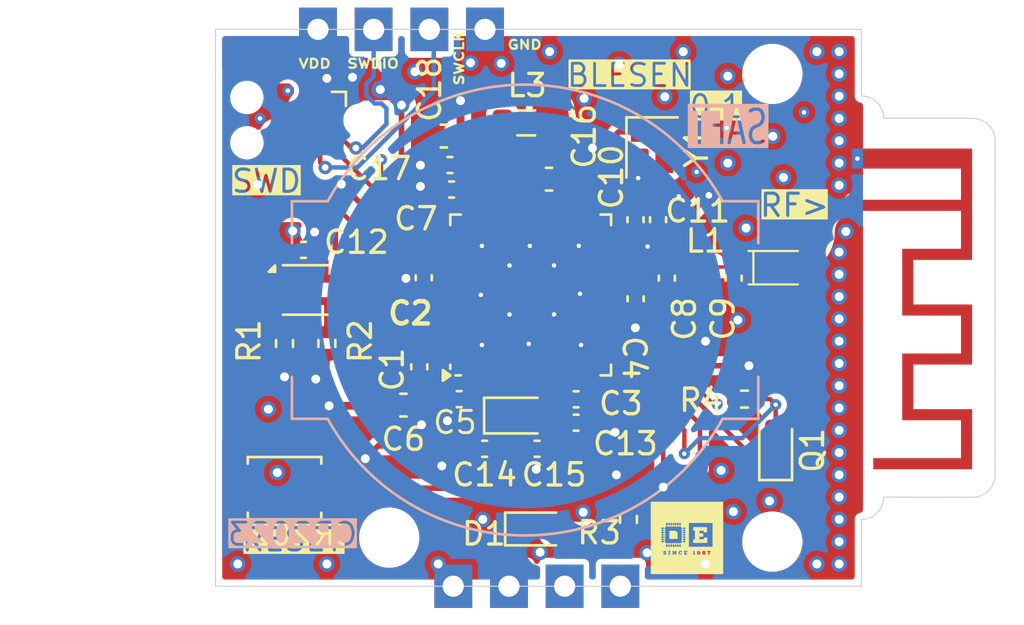
<source format=kicad_pcb>
(kicad_pcb (version 20240108) (generator "pcbnew") (generator_version "8.0")
  (layers (0 "F.Cu" signal) (1 "In1.Cu" signal) (2 "In2.Cu" signal) (31 "B.Cu" signal) (34 "B.Paste" user) (35 "F.Paste" user) (36 "B.SilkS" user "B.Silkscreen") (37 "F.SilkS" user "F.Silkscreen") (38 "B.Mask" user) (39 "F.Mask" user) (44 "Edge.Cuts" user))
  (net 0 "")
  (net 1 "+3.3V")
  (net 2 "GND")
  (net 4 "/RF_FLT_OUT")
  (net 10 "/NRST")
  (net 11 "/SWDIO")
  (net 25 "/UART_TX")
  (net 26 "/UART_RX")
  (net 28 "/RF_ST_PIN")
  (net 30 "/RF_FLT_IN")
  (net 31 "/OSC_OUT")
  (net 32 "/OSC_IN")
  (net 34 "SDA")
  (net 35 "SCL")
  (net 37 "/SWDCLK")
  (net 38 "Net-(U1-PC14)")
  (net 39 "Net-(U1-PC15)")
  (net 40 "/VFBSMPS")
  (net 41 "Net-(D1-A)")
  (net 42 "/SMPSX")
  (net 43 "/SMPSXL")
  (net 44 "LED")
  (net 45 "PHOTO_OUT")
  (net 46 "PHOTO_V")
  (footprint "Inductor_SMD:L_0402_1005Metric" (layer "F.Cu") (at 142.89 83.13 90)
    (property "Reference" "L2" (hide yes))
    (property "Value" "10nH")
  )
  (footprint "Button_Switch_SMD:SW_SPST_B3U-1000P" (layer "F.Cu") (at 133.1 97.6 180)
    (property "Reference" "RST1" (hide yes))
    (property "Value" "B3U-1000P")
  )
  (footprint "Capacitor_SMD:C_0402_1005Metric" (layer "F.Cu") (at 146.19 93.61)
    (property "Reference" "C3")
    (property "Value" "100n")
  )
  (footprint "DLF162500LT-5028A1:DLF162500LT-5028A1" (layer "F.Cu") (at 155.15 87.7)
    (property "Reference" "FLT1" (hide yes))
    (property "Value" "DLF162500LT-5028A1")
  )
  (footprint "Connector_JST:JST_XH_B4B-XH-A_1x04_P2.50mm_Vertical" (layer "F.Cu") (at 148.175 102 180)
    (property "Reference" "J3" (hide yes))
    (property "Value" "Conn_01x04_Pin" (hide yes))
  )
  (footprint "Capacitor_SMD:C_0402_1005Metric" (layer "F.Cu") (at 148.863 89.0944 -90)
    (property "Reference" "C4")
    (property "Value" "100n")
  )
  (footprint "Resistor_SMD:R_0402_1005Metric" (layer "F.Cu") (at 135 91.1 90)
    (property "Reference" "R1")
    (property "Value" "10k")
  )
  (footprint "Diode_SMD:D_0603_1608Metric" (layer "F.Cu") (at 155.15 95.75 90)
    (property "Reference" "Q1")
    (property "Value" "Q_Photo_NPN")
  )
  (footprint "Capacitor_SMD:C_0402_1005Metric" (layer "F.Cu") (at 139.35 88.15 -90)
    (property "Reference" "C2")
    (property "Value" "100n")
  )
  (footprint "MountingHole:MountingHole_2.2mm_M2_DIN965" (layer "F.Cu") (at 155 79)
    (property "Reference" "H4" (hide yes))
    (property "Value" "MountingHole")
  )
  (footprint "Capacitor_SMD:C_0603_1608Metric" (layer "F.Cu") (at 144.975 83.725)
    (property "Reference" "C16")
    (property "Value" "4u7")
  )
  (footprint "Crystal:Crystal_SMD_2012-2Pin_2.0x1.2mm" (layer "F.Cu") (at 143.26 94.34)
    (property "Reference" "Y2" (hide yes))
    (property "Value" "Crystal")
  )
  (footprint "Resistor_SMD:R_0402_1005Metric" (layer "F.Cu") (at 133.1 91.1 90)
    (property "Reference" "R2")
    (property "Value" "10k")
  )
  (footprint "Capacitor_SMD:C_0402_1005Metric" (layer "F.Cu") (at 146.19 94.66)
    (property "Reference" "C13")
    (property "Value" "100n")
  )
  (footprint "Capacitor_SMD:C_0603_1608Metric" (layer "F.Cu") (at 140.25 81.79 180)
    (property "Reference" "C18")
    (property "Value" "4u7")
  )
  (footprint "Capacitor_SMD:C_0402_1005Metric" (layer "F.Cu") (at 144.44 95.83)
    (property "Reference" "C15")
    (property "Value" "10p")
  )
  (footprint "Capacitor_SMD:C_0402_1005Metric" (layer "F.Cu") (at 150.263 88.1694 -90)
    (property "Reference" "C8")
    (property "Value" "0p8")
  )
  (footprint "Capacitor_SMD:C_0402_1005Metric" (layer "F.Cu") (at 133.95 86.9 180)
    (property "Reference" "C12")
    (property "Value" "100n")
  )
  (footprint "Capacitor_SMD:C_0402_1005Metric" (layer "F.Cu") (at 148.858018 85.5444 90)
    (property "Reference" "C10")
    (property "Value" "100p")
  )
  (footprint "Capacitor_SMD:C_0402_1005Metric" (layer "F.Cu") (at 149.869678 85.5444 90)
    (property "Reference" "C11")
    (property "Value" "100n")
  )
  (footprint "Sensor_Humidity:Sensirion_DFN-4-1EP_2x2mm_P1mm_EP0.7x1.6mm" (layer "F.Cu") (at 134.025 88.7)
    (property "Reference" "U2" (hide yes))
    (property "Value" "SHTC3")
  )
  (footprint "Capacitor_SMD:C_0402_1005Metric" (layer "F.Cu") (at 139.15 92.15 -90)
    (property "Reference" "C1")
    (property "Value" "100n")
  )
  (footprint "Resistor_SMD:R_0402_1005Metric" (layer "F.Cu") (at 148.54 99 90)
    (property "Reference" "R3")
    (property "Value" "1k")
  )
  (footprint "Capacitor_SMD:C_0402_1005Metric" (layer "F.Cu") (at 140.6 84.19 180)
    (property "Reference" "C7")
    (property "Value" "100n")
  )
  (footprint "Connector_JST:JST_XH_B4B-XH-A_1x04_P2.50mm_Vertical" (layer "F.Cu") (at 134.6 77)
    (property "Reference" "J2" (hide yes))
    (property "Value" "Conn_01x04_Pin" (hide yes))
  )
  (footprint "MountingHole:MountingHole_2.2mm_M2_DIN965" (layer "F.Cu") (at 155 100)
    (property "Reference" "H2" (hide yes))
    (property "Value" "MountingHole")
  )
  (footprint "Inductor_SMD:L_0805_2012Metric" (layer "F.Cu") (at 143.95 81.2)
    (property "Reference" "L3")
    (property "Value" "10uH")
  )
  (footprint "Inductor_SMD:L_0402_1005Metric" (layer "F.Cu") (at 151.763 87.6694)
    (property "Reference" "L1")
    (property "Value" "2nH7")
  )
  (footprint "Resistor_SMD:R_0402_1005Metric" (layer "F.Cu") (at 153.75 93.6)
    (property "Reference" "R4")
    (property "Value" "470")
  )
  (footprint "LED_SMD:LED_0603_1608Metric" (layer "F.Cu") (at 144.49 99.43)
    (property "Reference" "D1")
    (property "Value" "LED")
  )
  (footprint "Capacitor_SMD:C_0603_1608Metric" (layer "F.Cu") (at 138.438 93.8694)
    (property "Reference" "C6")
    (property "Value" "4u7")
  )
  (footprint "RF_Antenna:Texas_SWRA117D_2.4GHz_Right" (layer "F.Cu") (at 158.82 84.9 -90)
    (property "Reference" "AE1" (hide yes))
    (property "Value" "Antenna")
  )
  (footprint "Capacitor_SMD:C_0402_1005Metric" (layer "F.Cu") (at 142.08 95.83 180)
    (property "Reference" "C14")
    (property "Value" "10p")
  )
  (footprint "Capacitor_SMD:C_0402_1005Metric" (layer "F.Cu") (at 153.263 88.1694 -90)
    (property "Reference" "C9")
    (property "Value" "0p3")
  )
  (footprint "Capacitor_SMD:C_0402_1005Metric" (layer "F.Cu") (at 140.53 83.09 180)
    (property "Reference" "C17")
    (property "Value" "100n")
  )
  (footprint "MountingHole:MountingHole_2.2mm_M2_DIN965" (layer "F.Cu") (at 137.8 99.82)
    (property "Reference" "H3" (hide yes))
    (property "Value" "MountingHole")
  )
  (footprint "Capacitor_SMD:C_0402_1005Metric" (layer "F.Cu") (at 140.9412 93.6024 180)
    (property "Reference" "C5")
    (property "Value" "100n")
  )
  (footprint "Crystal:Crystal_SMD_2016-4Pin_2.0x1.6mm" (layer "F.Cu") (at 149.6 82.3 -90)
    (property "Reference" "Y1")
    (property "Value" "32 Mhz")
  )
  (footprint "Connector:Tag-Connect_TC2030-IDC-NL_2x03_P1.27mm_Vertical" (layer "F.Cu") (at 133.95 81.075 180)
    (property "Reference" "J1" (hide yes))
    (property "Value" "Conn_ARM_SWD_TagConnect_TC2030")
  )
  (footprint "Package_DFN_QFN:QFN-48-1EP_7x7mm_P0.5mm_EP5.6x5.6mm" (layer "F.Cu") (at 144.15 88.925 90)
    (property "Reference" "U1" (hide yes))
    (property "Value" "STM32WB55CGUx" (hide yes))
  )
  (footprint "Battery:BatteryHolder_MPD_BC2003_1x2032" (layer "B.Cu") (at 143.9 89.6 180)
    (property "Reference" "BT1" (hide yes))
    (property "Value" "Battery_Cell")
  )
  (gr_poly (pts (xy 151.485416 99.344488) (xy 151.502773 99.345124) (xy 151.525283 99.346119) (xy 151.554345 99.347132) (xy 151.580241 99.347817) (xy 151.600099 99.348138) (xy 151.606865 99.348151) (xy 151.611043 99.348059) (xy 151.684677 99.347089) (xy 151.842712 99.346119) (xy 152.0608 99.345343) (xy 152.065456 99.362806) (xy 152.066647 99.36885) (xy 152.06774 99.377033) (xy 152.06961 99.398622) (xy 152.071016 99.425186) (xy 152.071908 99.454338) (xy 152.072236 99.48369) (xy 152.07195 99.510855) (xy 152.071 99.533445) (xy 152.070261 99.542278) (xy 152.069337 99.549072) (xy 152.067086 99.561907) (xy 152.066037 99.567021) (xy 152.064862 99.571349) (xy 152.063428 99.574954) (xy 152.062572 99.576505) (xy 152.061601 99.577899) (xy 152.0605 99.579143) (xy 152.05925 99.580246) (xy 152.057835 99.581214) (xy 152.05624 99.582057) (xy 152.054446 99.582781) (xy 152.052439 99.583395) (xy 152.047713 99.584323) (xy 152.04193 99.584903) (xy 152.034957 99.585198) (xy 152.026661 99.58527) (xy 152.016908 99.585181) (xy 151.992502 99.584773) (xy 151.972067 99.584357) (xy 151.963638 99.584147) (xy 151.956285 99.583918) (xy 151.949921 99.583661) (xy 151.947083 99.583517) (xy 151.944459 99.583361) (xy 151.94204 99.583192) (xy 151.939813 99.583009) (xy 151.937768 99.582808) (xy 151.935894 99.58259) (xy 151.934181 99.582353) (xy 151.932617 99.582095) (xy 151.931191 99.581815) (xy 151.929894 99.58151) (xy 151.928713 99.581181) (xy 151.927638 99.580825) (xy 151.926658 99.58044) (xy 151.925762 99.580026) (xy 151.92494 99.57958) (xy 151.92418 99.579102) (xy 151.923472 99.578589) (xy 151.922804 99.578041) (xy 151.922166 99.577455) (xy 151.921548 99.576831) (xy 151.920937 99.576166) (xy 151.920323 99.57546) (xy 151.919222 99.5741) (xy 151.918245 99.572766) (xy 151.917389 99.571428) (xy 151.916649 99.570058) (xy 151.916023 99.568626) (xy 151.915508 99.567104) (xy 151.915099 99.565463) (xy 151.914794 99.563673) (xy 151.914588 99.561706) (xy 151.91448 99.559532) (xy 151.914465 99.557124) (xy 151.914539 99.55445) (xy 151.9147 99.551484) (xy 151.914944 99.548195) (xy 151.915667 99.540535) (xy 151.916542 99.531817) (xy 151.916855 99.528273) (xy 151.917067 99.525213) (xy 151.917133 99.52385) (xy 151.917169 99.522592) (xy 151.917174 99.521432) (xy 151.917147 99.520364) (xy 151.917086 99.519384) (xy 151.91699 99.518486) (xy 151.916857 99.517664) (xy 151.916685 99.516912) (xy 151.916474 99.516225) (xy 151.916222 99.515597) (xy 151.915927 99.515023) (xy 151.915587 99.514497) (xy 151.915202 99.514013) (xy 151.91477 99.513565) (xy 151.914288 99.513149) (xy 151.913757 99.512759) (xy 151.913174 99.512388) (xy 151.912537 99.512032) (xy 151.911846 99.511684) (xy 151.911099 99.511339) (xy 151.90943 99.510636) (xy 151.907518 99.509879) (xy 151.905956 99.509397) (xy 151.904321 99.508971) (xy 151.902601 99.508604) (xy 151.900787 99.508296) (xy 151.898869 99.50805) (xy 151.896835 99.507866) (xy 151.894677 99.507748) (xy 151.892383 99.507696) (xy 151.889944 99.507712) (xy 151.887349 99.507798) (xy 151.881651 99.508187) (xy 151.875207 99.508876) (xy 151.867936 99.509879) (xy 151.861171 99.510731) (xy 151.852741 99.511528) (xy 151.842984 99.512252) (xy 151.832235 99.512886) (xy 151.820831 99.513411) (xy 151.809109 99.513808) (xy 151.797405 99.514059) (xy 151.786056 99.514147) (xy 151.778406 99.514161) (xy 151.771442 99.514206) (xy 151.76513 99.514285) (xy 151.759438 99.514402) (xy 151.754333 99.514559) (xy 151.749781 99.514761) (xy 151.745749 99.515011) (xy 151.742206 99.515311) (xy 151.739117 99.515667) (xy 151.73645 99.51608) (xy 151.735265 99.516309) (xy 151.734172 99.516555) (xy 151.733169 99.516816) (xy 151.73225 99.517094) (xy 151.731412 99.517389) (xy 151.73065 99.517702) (xy 151.729962 99.518032) (xy 151.729341 99.518381) (xy 151.728785 99.518749) (xy 151.728288 99.519135) (xy 151.727848 99.519542) (xy 151.72746 99.519968) (xy 151.7268 99.52099) (xy 151.726203 99.522435) (xy 151.725191 99.52648) (xy 151.724415 99.531871) (xy 151.723864 99.538376) (xy 151.72353 99.545764) (xy 151.723401 99.553802) (xy 151.723469 99.562258) (xy 151.723725 99.5709) (xy 151.724157 99.579497) (xy 151.724758 99.587817) (xy 151.725516 99.595628) (xy 151.726423 99.602697) (xy 151.727468 99.608793) (xy 151.728643 99.613684) (xy 151.729937 99.617137) (xy 151.730626 99.618253) (xy 151.73134 99.618922) (xy 151.732275 99.619286) (xy 151.733889 99.619646) (xy 151.738998 99.620347) (xy 151.746354 99.621003) (xy 151.755642 99.62159) (xy 151.76655 99.622087) (xy 151.778762 99.622469) (xy 151.791966 99.622716) (xy 151.805847 99.622803) (xy 151.8198 99.622874) (xy 151.833217 99.623082) (xy 151.845779 99.623417) (xy 151.857167 99.62387) (xy 151.867064 99.624432) (xy 151.875151 99.625095) (xy 151.878417 99.625461) (xy 151.88111 99.625848) (xy 151.883192 99.626256) (xy 151.884622 99.626683) (xy 151.885492 99.627056) (xy 151.886352 99.627514) (xy 151.887202 99.628055) (xy 151.88804 99.628674) (xy 151.888863 99.629366) (xy 151.889669 99.630126) (xy 151.891225 99.631837) (xy 151.892693 99.633771) (xy 151.894056 99.635892) (xy 151.8953 99.638166) (xy 151.89641 99.640556) (xy 151.897369 99.643029) (xy 151.898163 99.645548) (xy 151.898776 99.648079) (xy 151.899193 99.650585) (xy 151.899398 99.653033) (xy 151.899377 99.655386) (xy 151.899276 99.656516) (xy 151.899113 99.657609) (xy 151.898886 99.658662) (xy 151.898592 99.659668) (xy 151.898302 99.661447) (xy 151.898016 99.665168) (xy 151.897477 99.67747) (xy 151.89701 99.694648) (xy 151.896652 99.714772) (xy 151.896573 99.723096) (xy 151.896476 99.730502) (xy 151.896352 99.737058) (xy 151.896191 99.742827) (xy 151.895985 99.747875) (xy 151.895724 99.752268) (xy 151.895571 99.75424) (xy 151.8954 99.756071) (xy 151.895211 99.757772) (xy 151.895003 99.75935) (xy 151.894774 99.760813) (xy 151.894524 99.762169) (xy 151.894251 99.763426) (xy 151.893954 99.764594) (xy 151.893632 99.765679) (xy 151.893284 99.76669) (xy 151.892908 99.767636) (xy 151.892505 99.768524) (xy 151.892071 99.769362) (xy 151.891607 99.770159) (xy 151.891111 99.770923) (xy 151.890583 99.771662) (xy 151.89002 99.772384) (xy 151.889422 99.773098) (xy 151.888115 99.774532) (xy 151.886825 99.775707) (xy 151.885559 99.776758) (xy 151.884298 99.777693) (xy 151.883022 99.778516) (xy 151.881709 99.779232) (xy 151.880339 99.779846) (xy 151.878891 99.780364) (xy 151.877346 99.78079) (xy 151.875683 99.78113) (xy 151.873881 99.781388) (xy 151.87192 99.78157) (xy 151.869779 99.781681) (xy 151.867438 99.781726) (xy 151.864877 99.781711) (xy 151.859011 99.781518) (xy 151.845808 99.780949) (xy 151.829712 99.780681) (xy 151.811944 99.780685) (xy 151.79372 99.780935) (xy 151.776261 99.781404) (xy 151.760784 99.782063) (xy 151.748509 99.782886) (xy 151.743953 99.783351) (xy 151.740654 99.783846) (xy 151.737392 99.784562) (xy 151.734444 99.785555) (xy 151.733086 99.786159) (xy 151.731804 99.786838) (xy 151.730598 99.787592) (xy 151.729467 99.788424) (xy 151.72841 99.789334) (xy 151.727428 99.790326) (xy 151.726518 99.791399) (xy 151.725681 99.792557) (xy 151.724916 99.7938) (xy 151.724222 99.79513) (xy 151.723599 99.796549) (xy 151.723046 99.798058) (xy 151.722147 99.801355) (xy 151.72152 99.805034) (xy 151.721161 99.809106) (xy 151.721063 99.813587) (xy 151.721222 99.818488) (xy 151.721634 99.823822) (xy 151.722292 99.829604) (xy 151.723191 99.835845) (xy 151.724043 99.84151) (xy 151.72484 99.847329) (xy 151.725565 99.85313) (xy 151.726199 99.858741) (xy 151.726723 99.863987) (xy 151.72712 99.868697) (xy 151.727372 99.872697) (xy 151.72746 99.875815) (xy 151.72746 99.888621) (xy 151.82719 99.887845) (xy 151.927308 99.886681) (xy 151.928472 99.856024) (xy 151.928632 99.852016) (xy 151.928821 99.848283) (xy 151.929042 99.844815) (xy 151.929297 99.841606) (xy 151.929589 99.838646) (xy 151.929919 99.835929) (xy 151.93029 99.833446) (xy 151.930704 99.831189) (xy 151.931164 99.82915) (xy 151.931671 99.827322) (xy 151.931943 99.826484) (xy 151.932228 99.825696) (xy 151.932527 99.824956) (xy 151.932838 99.824264) (xy 151.933163 99.823619) (xy 151.933503 99.823019) (xy 151.933856 99.822464) (xy 151.934224 99.821953) (xy 151.934606 99.821484) (xy 151.935004 99.821057) (xy 151.935417 99.82067) (xy 151.935846 99.820323) (xy 151.936839 99.819618) (xy 151.93823 99.818957) (xy 151.940032 99.81834) (xy 151.942261 99.817764) (xy 151.948056 99.816735) (xy 151.955733 99.81586) (xy 151.965412 99.815131) (xy 151.97721 99.814539) (xy 151.991245 99.814073) (xy 152.007636 99.813726) (xy 152.018354 99.813459) (xy 152.027861 99.813243) (xy 152.036237 99.813086) (xy 152.043561 99.812992) (xy 152.049915 99.81297) (xy 152.052753 99.812987) (xy 152.055378 99.813024) (xy 152.057801 99.813081) (xy 152.06003 99.81316) (xy 152.062078 99.813262) (xy 152.063952 99.813387) (xy 152.065665 99.813535) (xy 152.067224 99.813708) (xy 152.068641 99.813907) (xy 152.069926 99.814132) (xy 152.071088 99.814383) (xy 152.072137 99.814663) (xy 152.073084 99.814971) (xy 152.073939 99.815309) (xy 152.074711 99.815676) (xy 152.075411 99.816075) (xy 152.076048 99.816505) (xy 152.076633 99.816968) (xy 152.077176 99.817464) (xy 152.077686 99.817994) (xy 152.078174 99.818558) (xy 152.07865 99.819159) (xy 152.080165 99.821449) (xy 152.081507 99.823816) (xy 152.082677 99.826273) (xy 152.083677 99.828836) (xy 152.084506 99.831517) (xy 152.085164 99.834329) (xy 152.085654 99.837288) (xy 152.085975 99.840405) (xy 152.086127 99.843695) (xy 152.086112 99.847172) (xy 152.085929 99.850848) (xy 152.08558 99.854739) (xy 152.085066 99.858857) (xy 152.084385 99.863215) (xy 152.08354 99.867829) (xy 152.082531 99.872711) (xy 152.081128 99.880484) (xy 152.080111 99.888403) (xy 152.079468 99.89694) (xy 152.079184 99.906568) (xy 152.079245 99.917761) (xy 152.079638 99.930992) (xy 152.08035 99.946732) (xy 152.081367 99.965456) (xy 152.08217 99.978639) (xy 152.082828 99.990446) (xy 152.083331 100.000957) (xy 152.083671 100.010252) (xy 152.083776 100.014468) (xy 152.083837 100.01841) (xy 152.083853 100.022087) (xy 152.083822 100.02551) (xy 152.083744 100.028689) (xy 152.083616 100.031633) (xy 152.083439 100.034353) (xy 152.08321 100.036858) (xy 152.082929 100.039159) (xy 152.082594 100.041264) (xy 152.082205 100.043185) (xy 152.081761 100.044931) (xy 152.081259 100.046513) (xy 152.0807 100.047939) (xy 152.080081 100.049221) (xy 152.079402 100.050367) (xy 152.078662 100.051389) (xy 152.077859 100.052295) (xy 152.076992 100.053096) (xy 152.076061 100.053802) (xy 152.075064 100.054423) (xy 152.074 100.054968) (xy 152.072867 100.055448) (xy 152.071665 100.055873) (xy 152.067233 100.056545) (xy 152.057816 100.057104) (xy 152.02636 100.057862) (xy 151.981951 100.05811) (xy 151.929249 100.057813) (xy 151.623849 100.055873) (xy 151.579878 100.055688) (xy 151.543115 100.055412) (xy 151.513092 100.055027) (xy 151.489339 100.054515) (xy 151.471389 100.053857) (xy 151.464444 100.053467) (xy 151.458774 100.053035) (xy 151.45432 100.052557) (xy 151.451024 100.052032) (xy 151.448827 100.051456) (xy 151.448123 100.051149) (xy 151.447672 100.050828) (xy 151.447043 100.049838) (xy 151.446466 100.048205) (xy 151.445465 100.043175) (xy 151.444663 100.036071) (xy 151.444058 100.027223) (xy 151.443415 100.005623) (xy 151.4435 99.981027) (xy 151.444276 99.956084) (xy 151.445707 99.933447) (xy 151.446657 99.923822) (xy 151.447757 99.915767) (xy 151.449002 99.909615) (xy 151.450388 99.905695) (xy 151.451629 99.903549) (xy 151.453025 99.901622) (xy 151.45378 99.900741) (xy 151.454574 99.899916) (xy 151.455406 99.899146) (xy 151.456276 99.898431) (xy 151.457184 99.897773) (xy 151.45813 99.89717) (xy 151.459114 99.896623) (xy 151.460136 99.896132) (xy 151.461195 99.895697) (xy 151.462293 99.895319) (xy 151.463428 99.894998) (xy 151.464601 99.894733) (xy 151.467059 99.894374) (xy 151.469666 99.894243) (xy 151.472422 99.894342) (xy 151.475327 99.894672) (xy 151.478379 99.895234) (xy 151.481579 99.896029) (xy 151.484925 99.897058) (xy 151.488418 99.898322) (xy 151.489568 99.898726) (xy 151.490762 99.899066) (xy 151.491995 99.899343) (xy 151.493261 99.899558) (xy 151.494556 99.899715) (xy 151.495875 99.899813) (xy 151.497214 99.899856) (xy 151.498568 99.899844) (xy 151.499932 99.899779) (xy 151.501301 99.899663) (xy 151.502672 99.899498) (xy 151.504038 99.899284) (xy 151.505396 99.899024) (xy 151.506741 99.898719) (xy 151.508068 99.898372) (xy 151.509373 99.897983) (xy 151.51065 99.897554) (xy 151.511895 99.897087) (xy 151.513103 99.896583) (xy 151.51427 99.896045) (xy 151.515391 99.895473) (xy 151.516462 99.89487) (xy 151.517476 99.894236) (xy 151.518431 99.893575) (xy 151.519321 99.892886) (xy 151.520142 99.892173) (xy 151.520888 99.891436) (xy 151.521555 99.890677) (xy 151.522139 99.889898) (xy 151.522635 99.889101) (xy 151.523037 99.888286) (xy 151.523342 99.887457) (xy 151.524516 99.867535) (xy 151.525162 99.823179) (xy 151.525089 99.694253) (xy 151.523561 99.566856) (xy 151.522388 99.52441) (xy 151.521014 99.507162) (xy 151.520401 99.506662) (xy 151.519582 99.506182) (xy 151.51856 99.505724) (xy 151.51734 99.505289) (xy 151.515924 99.504878) (xy 151.514316 99.504495) (xy 151.512519 99.50414) (xy 151.510537 99.503815) (xy 151.50603 99.503263) (xy 151.500823 99.502851) (xy 151.494943 99.502594) (xy 151.488418 99.502506) (xy 151.482481 99.502456) (xy 151.477161 99.50229) (xy 151.472418 99.501981) (xy 151.470251 99.501766) (xy 151.468214 99.501505) (xy 151.466303 99.501196) (xy 151.464511 99.500836) (xy 151.462835 99.500421) (xy 151.461269 99.499948) (xy 151.459809 99.499413) (xy 151.45845 99.498815) (xy 151.457187 99.498149) (xy 151.456015 99.497412) (xy 151.45493 99.496602) (xy 151.453926 99.495714) (xy 151.452999 99.494746) (xy 151.452143 99.493695) (xy 151.451355 99.492557) (xy 151.45063 99.491329) (xy 151.449961 99.490008) (xy 151.449345 99.48859) (xy 151.448777 99.487073) (xy 151.448252 99.485454) (xy 151.447765 99.483728) (xy 151.447311 99.481894) (xy 151.446484 99.477885) (xy 151.445732 99.473401) (xy 151.445221 99.468605) (xy 151.444849 99.462369) (xy 151.444488 99.44648) (xy 151.444592 99.427535) (xy 151.445101 99.407335) (xy 151.445955 99.387681) (xy 151.447096 99.370373) (xy 151.448464 99.357212) (xy 151.449215 99.35275) (xy 151.45 99.35) (xy 151.450551 99.348835) (xy 151.451245 99.347812) (xy 151.45217 99.346926) (xy 151.453414 99.346174) (xy 151.455064 99.345551) (xy 151.45721 99.345054) (xy 151.459939 99.344679) (xy 151.463339 99.344421) (xy 151.472507 99.344243)) (stroke (width -0.000001)) (fill solid) (layer "F.SilkS"))
  (gr_poly (pts (xy 151.925654 100.449281) (xy 151.927224 100.449395) (xy 151.928756 100.449598) (xy 151.930244 100.449889) (xy 151.931683 100.450263) (xy 151.933067 100.450719) (xy 151.93439 100.451253) (xy 151.935648 100.451864) (xy 151.936834 100.452548) (xy 151.937943 100.453303) (xy 151.93897 100.454126) (xy 151.939908 100.455015) (xy 151.940753 100.455967) (xy 151.941498 100.45698) (xy 151.942139 100.45805) (xy 151.94267 100.459175) (xy 151.943085 100.460353) (xy 151.943378 100.461581) (xy 151.943545 100.462856) (xy 151.943579 100.464176) (xy 151.943475 100.465537) (xy 151.943227 100.466938) (xy 151.942831 100.468376) (xy 151.942468 100.469407) (xy 151.942039 100.47039) (xy 151.941544 100.471324) (xy 151.940987 100.472209) (xy 151.940372 100.473044) (xy 151.9397 100.473829) (xy 151.938974 100.474563) (xy 151.938198 100.475246) (xy 151.937375 100.475877) (xy 151.936506 100.476456) (xy 151.935595 100.476982) (xy 151.934645 100.477455) (xy 151.933659 100.477874) (xy 151.932639 100.478239) (xy 151.931588 100.47855) (xy 151.93051 100.478805) (xy 151.929407 100.479004) (xy 151.928281 100.479147) (xy 151.927136 100.479234) (xy 151.925975 100.479263) (xy 151.924799 100.479235) (xy 151.923614 100.479148) (xy 151.92242 100.479003) (xy 151.921221 100.478799) (xy 151.92002 100.478535) (xy 151.918819 100.47821) (xy 151.917622 100.477825) (xy 151.916431 100.477379) (xy 151.915249 100.476871) (xy 151.914079 100.476301) (xy 151.912924 100.475669) (xy 151.911786 100.474973) (xy 151.910761 100.474278) (xy 151.909795 100.473578) (xy 151.908888 100.472872) (xy 151.908041 100.472162) (xy 151.907253 100.471448) (xy 151.906525 100.470731) (xy 151.905858 100.470012) (xy 151.90525 100.469291) (xy 151.904703 100.46857) (xy 151.904216 100.46785) (xy 151.903789 100.46713) (xy 151.903423 100.466412) (xy 151.903118 100.465697) (xy 151.902874 100.464985) (xy 151.902692 100.464277) (xy 151.90257 100.463574) (xy 151.90251 100.462876) (xy 151.902511 100.462185) (xy 151.902574 100.461502) (xy 151.902699 100.460826) (xy 151.902885 100.460159) (xy 151.903134 100.459502) (xy 151.903445 100.458855) (xy 151.903819 100.45822) (xy 151.904255 100.457596) (xy 151.904754 100.456985) (xy 151.905315 100.456387) (xy 151.90594 100.455804) (xy 151.906627 100.455236) (xy 151.907378 100.454684) (xy 151.908192 100.454148) (xy 151.90907 100.45363) (xy 151.910717 100.452706) (xy 151.912382 100.451898) (xy 151.914058 100.451203) (xy 151.915741 100.450619) (xy 151.917424 100.450142) (xy 151.919102 100.44977) (xy 151.92077 100.4495) (xy 151.922421 100.449331) (xy 151.924051 100.449259)) (stroke (width -0.000001)) (fill solid) (layer "F.SilkS"))
  (gr_poly (pts (xy 151.68466 100.454794) (xy 151.68749 100.455036) (xy 151.690321 100.455411) (xy 151.693108 100.455913) (xy 151.695809 100.45654) (xy 151.69838 100.457286) (xy 151.700778 100.458148) (xy 151.702961 100.459122) (xy 151.704884 100.460205) (xy 151.705735 100.460785) (xy 151.706505 100.461391) (xy 151.708138 100.462893) (xy 151.70948 100.464411) (xy 151.710542 100.465938) (xy 151.711334 100.467468) (xy 151.711867 100.468994) (xy 151.712154 100.470509) (xy 151.712204 100.472007) (xy 151.712029 100.473481) (xy 151.711639 100.474924) (xy 151.711046 100.47633) (xy 151.710261 100.477692) (xy 151.709295 100.479003) (xy 151.708158 100.480257) (xy 151.706862 100.481447) (xy 151.705418 100.482566) (xy 151.703837 100.483607) (xy 151.70213 100.484564) (xy 151.700307 100.485431) (xy 151.69838 100.4862) (xy 151.69636 100.486865) (xy 151.694258 100.487419) (xy 151.692085 100.487855) (xy 151.689851 100.488167) (xy 151.687569 100.488349) (xy 151.685248 100.488392) (xy 151.682901 100.488292) (xy 151.680537 100.488041) (xy 151.678169 100.487632) (xy 151.675806 100.487058) (xy 151.67346 100.486314) (xy 151.671142 100.485392) (xy 151.668864 100.484286) (xy 151.668017 100.483781) (xy 151.667222 100.483214) (xy 151.66648 100.482588) (xy 151.665791 100.481909) (xy 151.665155 100.48118) (xy 151.664571 100.480405) (xy 151.664041 100.479587) (xy 151.663564 100.478732) (xy 151.663141 100.477843) (xy 151.662771 100.476923) (xy 151.662455 100.475977) (xy 151.662192 100.475009) (xy 151.661984 100.474023) (xy 151.66183 100.473023) (xy 151.66173 100.472012) (xy 151.661684 100.470995) (xy 151.661694 100.469976) (xy 151.661757 100.468959) (xy 151.661876 100.467947) (xy 151.66205 100.466945) (xy 151.662279 100.465956) (xy 151.662563 100.464986) (xy 151.662902 100.464036) (xy 151.663297 100.463113) (xy 151.663748 100.462219) (xy 151.664255 100.461358) (xy 151.664817 100.460535) (xy 151.665436 100.459754) (xy 151.666111 100.459018) (xy 151.666843 100.458331) (xy 151.667631 100.457698) (xy 151.668475 100.457122) (xy 151.669245 100.456706) (xy 151.670096 100.45633) (xy 151.672019 100.455698) (xy 151.674202 100.455222) (xy 151.6766 100.454897) (xy 151.679171 100.45472) (xy 151.681872 100.454687)) (stroke (width -0.000001)) (fill solid) (layer "F.SilkS"))
  (gr_poly (pts (xy 150.701829 99.553729) (xy 150.745679 99.597579) (xy 150.745679 99.878919) (xy 150.373146 99.878919) (xy 150.373146 99.510267) (xy 150.658367 99.510267)) (stroke (width -0.000001)) (fill solid) (layer "F.SilkS"))
  (gr_poly (pts (xy 152.794613 101.458306) (xy 149.542707 101.458306) (xy 149.542707 100.540517) (xy 150.101717 100.540517) (xy 150.101733 100.542) (xy 150.101794 100.543441) (xy 150.101901 100.544841) (xy 150.102054 100.546202) (xy 150.102253 100.547525) (xy 150.1025 100.548812) (xy 150.102795 100.550065) (xy 150.103138 100.551286) (xy 150.103531 100.552475) (xy 150.103973 100.553635) (xy 150.104466 100.554767) (xy 150.10501 100.555873) (xy 150.105606 100.556954) (xy 150.106254 100.558013) (xy 150.106956 100.55905) (xy 150.107711 100.560067) (xy 150.10852 100.561067) (xy 150.109385 100.56205) (xy 150.110305 100.563019) (xy 150.111281 100.563975) (xy 150.112315 100.564919) (xy 150.113406 100.565853) (xy 150.114555 100.566779) (xy 150.11703 100.568613) (xy 150.119746 100.570435) (xy 150.122086 100.571814) (xy 150.124335 100.573046) (xy 150.126537 100.57414) (xy 150.128738 100.575103) (xy 150.130981 100.575944) (xy 150.133313 100.576669) (xy 150.135778 100.577288) (xy 150.138421 100.577808) (xy 150.141286 100.578236) (xy 150.14442 100.578582) (xy 150.147866 100.578853) (xy 150.151669 100.579057) (xy 150.160529 100.579295) (xy 150.171357 100.57936) (xy 150.179163 100.579288) (xy 150.186312 100.57906) (xy 150.192847 100.578656) (xy 150.195898 100.578382) (xy 150.198812 100.578056) (xy 150.201594 100.577676) (xy 150.204249 100.57724) (xy 150.206783 100.576745) (xy 150.209201 100.576188) (xy 150.21151 100.575567) (xy 150.213713 100.57488) (xy 150.215817 100.574124) (xy 150.217827 100.573296) (xy 150.219748 100.572395) (xy 150.221586 100.571417) (xy 150.223345 100.570361) (xy 150.225033 100.569223) (xy 150.226653 100.568001) (xy 150.228212 100.566692) (xy 150.229714 100.565295) (xy 150.231166 100.563807) (xy 150.232572 100.562225) (xy 150.233938 100.560547) (xy 150.235269 100.55877) (xy 150.236572 100.556891) (xy 150.237191 100.55593) (xy 150.330834 100.55593) (xy 150.330905 100.558014) (xy 150.331042 100.560384) (xy 150.331236 100.563061) (xy 150.3324 100.57936) (xy 150.373922 100.580524) (xy 150.380789 100.580654) (xy 150.386872 100.580749) (xy 150.392225 100.580799) (xy 150.396902 100.580797) (xy 150.399004 100.580773) (xy 150.400956 100.580733) (xy 150.402766 100.580675) (xy 150.40444 100.580599) (xy 150.405986 100.580503) (xy 150.407409 100.580387) (xy 150.408716 100.580248) (xy 150.409914 100.580087) (xy 150.41101 100.579902) (xy 150.41201 100.579693) (xy 150.412922 100.579457) (xy 150.413751 100.579194) (xy 150.414504 100.578903) (xy 150.415189 100.578582) (xy 150.415811 100.578232) (xy 150.416378 100.57785) (xy 150.416896 100.577436) (xy 150.417371 100.576988) (xy 150.417811 100.576506) (xy 150.418222 100.575988) (xy 150.418612 100.575433) (xy 150.418985 100.574841) (xy 150.41935 100.57421) (xy 150.419713 100.573539) (xy 150.420302 100.572376) (xy 150.420832 100.571217) (xy 150.421304 100.570064) (xy 150.421719 100.568918) (xy 150.422076 100.567781) (xy 150.422377 100.566654) (xy 150.422622 100.565539) (xy 150.422811 100.564438) (xy 150.422945 100.563352) (xy 150.423024 100.562283) (xy 150.423049 100.561233) (xy 150.423021 100.560203) (xy 150.422939 100.559195) (xy 150.422805 100.558211) (xy 150.422619 100.557251) (xy 150.42238 100.556319) (xy 150.422091 100.555415) (xy 150.421751 100.554541) (xy 150.421361 100.553698) (xy 150.420921 100.552889) (xy 150.420433 100.552115) (xy 150.419895 100.551378) (xy 150.419309 100.550679) (xy 150.418676 100.550019) (xy 150.417995 100.549401) (xy 150.417268 100.548826) (xy 150.416494 100.548296) (xy 150.415675 100.547813) (xy 150.414811 100.547377) (xy 150.413902 100.546991) (xy 150.412948 100.546657) (xy 150.411951 100.546375) (xy 150.408747 100.545502) (xy 150.407446 100.544963) (xy 150.406325 100.544265) (xy 150.405367 100.54334) (xy 150.404557 100.542119) (xy 150.403879 100.540534) (xy 150.403317 100.538517) (xy 150.402855 100.536) (xy 150.402477 100.532914) (xy 150.402168 100.529192) (xy 150.401911 100.524765) (xy 150.401489 100.513524) (xy 150.401086 100.498644) (xy 150.399922 100.453242) (xy 150.410011 100.453242) (xy 150.411723 100.453229) (xy 150.413228 100.453173) (xy 150.414537 100.453052) (xy 150.415662 100.452841) (xy 150.416159 100.452695) (xy 150.416615 100.452517) (xy 150.417029 100.452304) (xy 150.417405 100.452055) (xy 150.417744 100.451765) (xy 150.418046 100.451431) (xy 150.418314 100.451051) (xy 150.418548 100.450622) (xy 150.418751 100.450141) (xy 150.418923 100.449604) (xy 150.419066 100.449009) (xy 150.419182 100.448353) (xy 150.419336 100.446845) (xy 150.419397 100.445056) (xy 150.419376 100.442962) (xy 150.419285 100.44054) (xy 150.418936 100.434615) (xy 150.418518 100.428061) (xy 150.512952 100.428061) (xy 150.513011 100.431111) (xy 150.513246 100.43458) (xy 150.513622 100.438495) (xy 150.513782 100.440429) (xy 150.513976 100.442163) (xy 150.514209 100.443704) (xy 150.514343 100.444406) (xy 150.514489 100.445062) (xy 150.514648 100.445675) (xy 150.514821 100.446245) (xy 150.515008 100.446773) (xy 150.515211 100.447261) (xy 150.51543 100.447709) (xy 150.515667 100.448119) (xy 150.51592 100.448491) (xy 150.516193 100.448827) (xy 150.516485 100.449128) (xy 150.516796 100.449395) (xy 150.517129 100.449629) (xy 150.517484 100.44983) (xy 150.51786 100.450001) (xy 150.518261 100.450141) (xy 150.518685 100.450253) (xy 150.519134 100.450337) (xy 150.519608 100.450394) (xy 150.520109 100.450426) (xy 150.520637 100.450433) (xy 150.521193 100.450417) (xy 150.521777 100.450378) (xy 150.522392 100.450317) (xy 150.523711 100.450137) (xy 150.526529 100.44986) (xy 150.52767 100.449938) (xy 150.528647 100.450246) (xy 150.529475 100.450851) (xy 150.530164 100.451815) (xy 150.530729 100.453205) (xy 150.531182 100.455085) (xy 150.531534 100.45752) (xy 150.531798 100.460574) (xy 150.532115 100.4688) (xy 150.532232 100.480283) (xy 150.532249 100.49554) (xy 150.532242 100.503481) (xy 150.532216 100.510467) (xy 150.532159 100.51656) (xy 150.532061 100.521824) (xy 150.531993 100.524165) (xy 150.53191 100.526322) (xy 150.531812 100.528304) (xy 150.531696 100.530117) (xy 150.531562 100.53177) (xy 150.531408 100.533271) (xy 150.531233 100.534628) (xy 150.531036 100.535849) (xy 150.530815 100.536941) (xy 150.530568 100.537913) (xy 150.530295 100.538772) (xy 150.529994 100.539526) (xy 150.529832 100.539866) (xy 150.529664 100.540183) (xy 150.529487 100.540478) (xy 150.529303 100.540751) (xy 150.52911 100.541004) (xy 150.52891 100.541238) (xy 150.528701 100.541454) (xy 150.528483 100.541652) (xy 150.528257 100.541834) (xy 150.528022 100.542) (xy 150.527525 100.542291) (xy 150.526991 100.542532) (xy 150.526418 100.542732) (xy 150.525805 100.542897) (xy 150.52515 100.543037) (xy 150.524453 100.543159) (xy 150.523711 100.543271) (xy 150.522332 100.543505) (xy 150.5211 100.543784) (xy 150.520006 100.544125) (xy 150.519043 100.544544) (xy 150.518608 100.544788) (xy 150.518202 100.545058) (xy 150.517826 100.545357) (xy 150.517477 100.545685) (xy 150.517155 100.546046) (xy 150.516858 100.546442) (xy 150.516586 100.546874) (xy 150.516338 100.547345) (xy 150.516113 100.547857) (xy 150.51591 100.548412) (xy 150.515564 100.54966) (xy 150.515293 100.551105) (xy 150.515089 100.552766) (xy 150.514945 100.554658) (xy 150.514851 100.556799) (xy 150.514801 100.559207) (xy 150.514786 100.561897) (xy 150.514786 100.57936) (xy 150.596278 100.57936) (xy 150.597442 100.560733) (xy 150.597636 100.557715) (xy 150.597777 100.555047) (xy 150.597856 100.55271) (xy 150.597871 100.551658) (xy 150.597866 100.55068) (xy 150.597843 100.549774) (xy 150.597799 100.548937) (xy 150.597734 100.548166) (xy 150.597647 100.547459) (xy 150.597536 100.546812) (xy 150.597401 100.546224) (xy 150.597241 100.545691) (xy 150.597054 100.545211) (xy 150.59684 100.544781) (xy 150.596598 100.544398) (xy 150.596326 100.54406) (xy 150.596025 100.543763) (xy 150.595692 100.543506) (xy 150.595326 100.543286) (xy 150.594928 100.543099) (xy 150.594495 100.542943) (xy 150.594027 100.542816) (xy 150.593523 100.542714) (xy 150.592982 100.542636) (xy 150.592402 100.542578) (xy 150.591124 100.542512) (xy 150.589681 100.542494) (xy 150.588169 100.542472) (xy 150.586829 100.542385) (xy 150.585649 100.542205) (xy 150.584618 100.541906) (xy 150.584155 100.541703) (xy 150.583726 100.541459) (xy 150.583329 100.541172) (xy 150.582962 100.540837) (xy 150.582625 100.540451) (xy 150.582315 100.540011) (xy 150.582032 100.539513) (xy 150.581774 100.538953) (xy 150.581329 100.537637) (xy 150.580969 100.536033) (xy 150.580682 100.534115) (xy 150.580459 100.531853) (xy 150.580287 100.529221) (xy 150.580158 100.526191) (xy 150.57998 100.518823) (xy 150.579203 100.495152) (xy 150.588517 100.505629) (xy 150.589521 100.506647) (xy 150.590493 100.507658) (xy 150.591429 100.508657) (xy 150.592324 100.509637) (xy 150.593174 100.510592) (xy 150.593974 100.511516) (xy 150.594719 100.512402) (xy 150.595405 100.513245) (xy 150.596027 100.514037) (xy 150.596581 100.514773) (xy 150.597062 100.515447) (xy 150.597466 100.516052) (xy 150.597788 100.516582) (xy 150.598024 100.517031) (xy 150.598108 100.517222) (xy 150.598169 100.517392) (xy 150.598206 100.517537) (xy 150.598218 100.517659) (xy 150.59824 100.517895) (xy 150.598305 100.518165) (xy 150.59841 100.518467) (xy 150.598552 100.518799) (xy 150.598727 100.519158) (xy 150.598934 100.519542) (xy 150.59917 100.519948) (xy 150.599431 100.520375) (xy 150.600018 100.521282) (xy 150.600674 100.522243) (xy 150.602099 100.524256) (xy 150.605112 100.527967) (xy 150.610199 100.534442) (xy 150.616669 100.54281) (xy 150.62383 100.552196) (xy 150.630862 100.561357) (xy 150.633831 100.565113) (xy 150.636502 100.568367) (xy 150.638923 100.571155) (xy 150.640055 100.572385) (xy 150.641142 100.573512) (xy 150.642192 100.574541) (xy 150.643209 100.575475) (xy 150.644201 100.57632) (xy 150.645173 100.57708) (xy 150.646131 100.577759) (xy 150.647082 100.578361) (xy 150.648031 100.578892) (xy 150.648985 100.579356) (xy 150.64995 100.579757) (xy 150.650932 100.580099) (xy 150.651936 100.580388) (xy 150.65297 100.580627) (xy 150.654039 100.580821) (xy 150.65515 100.580975) (xy 150.657519 100.581179) (xy 150.660128 100.581276) (xy 150.663023 100.5813) (xy 150.671204 100.581219) (xy 150.674502 100.580965) (xy 150.677321 100.580433) (xy 150.678562 100.580031) (xy 150.679699 100.579521) (xy 150.680734 100.578891) (xy 150.681673 100.578128) (xy 150.68252 100.577219) (xy 150.683281 100.576152) (xy 150.683959 100.574913) (xy 150.68456 100.57349) (xy 150.685549 100.570042) (xy 150.686284 100.565706) (xy 150.686803 100.560379) (xy 150.687143 100.55396) (xy 150.687439 100.53744) (xy 150.687471 100.51533) (xy 150.687487 100.497067) (xy 150.786791 100.497067) (xy 150.786871 100.50012) (xy 150.78705 100.503144) (xy 150.787329 100.506139) (xy 150.787706 100.509102) (xy 150.78818 100.512032) (xy 150.78875 100.514927) (xy 150.789414 100.517786) (xy 150.790173 100.520607) (xy 150.791024 100.523388) (xy 150.791967 100.526127) (xy 150.793 100.528824) (xy 150.794123 100.531476) (xy 150.795334 100.534081) (xy 150.796633 100.536639) (xy 150.798018 100.539147) (xy 150.799489 100.541605) (xy 150.801043 100.544009) (xy 150.802681 100.546359) (xy 150.804401 100.548653) (xy 150.806201 100.550889) (xy 150.808082 100.553065) (xy 150.810042 100.555181) (xy 150.812079 100.557235) (xy 150.814193 100.559224) (xy 150.816383 100.561147) (xy 150.818648 100.563002) (xy 150.820986 100.564789) (xy 150.823396 100.566504) (xy 150.825878 100.568148) (xy 150.82843 100.569717) (xy 150.831051 100.571211) (xy 150.835026 100.573057) (xy 150.839745 100.574665) (xy 150.845098 100.576035) (xy 150.850976 100.577165) (xy 150.857267 100.578054) (xy 150.863862 100.5787) (xy 150.87065 100.579104) (xy 150.877521 100.579263) (xy 150.884365 100.579176) (xy 150.891071 100.578843) (xy 150.89753 100.578262) (xy 150.90363 100.577432) (xy 150.909262 100.576351) (xy 150.914315 100.57502) (xy 150.918679 100.573436) (xy 150.920569 100.572549) (xy 150.922244 100.571599) (xy 150.926817 100.568722) (xy 150.930794 100.566173) (xy 150.93313 100.564614) (xy 151.02896 100.564614) (xy 151.02901 100.567555) (xy 151.029234 100.570136) (xy 151.029743 100.572378) (xy 151.030645 100.574303) (xy 151.032053 100.575932) (xy 151.034076 100.577288) (xy 151.036824 100.57839) (xy 151.040407 100.579263) (xy 151.044937 100.579926) (xy 151.050523 100.580401) (xy 151.057275 100.58071) (xy 151.065304 100.580875) (xy 151.085633 100.580859) (xy 151.112392 100.580524) (xy 151.178361 100.57936) (xy 151.179011 100.555642) (xy 151.436772 100.555642) (xy 151.436851 100.557791) (xy 151.437194 100.563061) (xy 151.438358 100.57936) (xy 151.477164 100.580524) (xy 151.486557 100.580779) (xy 151.494846 100.580949) (xy 151.502098 100.581011) (xy 151.508384 100.580942) (xy 151.511186 100.580852) (xy 151.513772 100.580721) (xy 151.516151 100.580547) (xy 151.51833 100.580326) (xy 151.52032 100.580056) (xy 151.522128 100.579734) (xy 151.523764 100.579357) (xy 151.525234 100.578923) (xy 151.526549 100.578429) (xy 151.527717 100.577871) (xy 151.528747 100.577248) (xy 151.529646 100.576556) (xy 151.530424 100.575793) (xy 151.53109 100.574956) (xy 151.531651 100.574042) (xy 151.532116 100.573048) (xy 151.532495 100.571972) (xy 151.532795 100.57081) (xy 151.533026 100.569561) (xy 151.533195 100.568221) (xy 151.533312 100.566787) (xy 151.533384 100.565257) (xy 151.533432 100.561897) (xy 151.533421 100.559293) (xy 151.533377 100.556997) (xy 151.533289 100.554989) (xy 151.533141 100.553251) (xy 151.533041 100.552477) (xy 151.53292 100.551763) (xy 151.532779 100.551107) (xy 151.532613 100.550506) (xy 151.532423 100.549958) (xy 151.532206 100.54946) (xy 151.531961 100.54901) (xy 151.531686 100.548606) (xy 151.531379 100.548246) (xy 151.531038 100.547926) (xy 151.530662 100.547644) (xy 151.530249 100.547398) (xy 151.529797 100.547186) (xy 151.529305 100.547005) (xy 151.528771 100.546853) (xy 151.528193 100.546727) (xy 151.52757 100.546625) (xy 151.526899 100.546544) (xy 151.52541 100.546437) (xy 151.523712 100.546387) (xy 151.52179 100.546375) (xy 151.517359 100.546488) (xy 151.515606 100.546429) (xy 151.514132 100.546114) (xy 151.512916 100.545411) (xy 151.511934 100.544185) (xy 151.511164 100.542304) (xy 151.510585 100.539633) (xy 151.510175 100.536038) (xy 151.50991 100.531387) (xy 151.50973 100.51838) (xy 151.510149 100.473809) (xy 151.510154 100.472976) (xy 151.615839 100.472976) (xy 151.61597 100.475965) (xy 151.616248 100.478979) (xy 151.616674 100.482013) (xy 151.617252 100.485062) (xy 151.617781 100.487384) (xy 151.618356 100.489556) (xy 151.618985 100.491593) (xy 151.619677 100.493509) (xy 151.620443 100.495317) (xy 151.62129 100.497034) (xy 151.622229 100.498671) (xy 151.623267 100.500245) (xy 151.624414 100.501768) (xy 151.62568 100.503256) (xy 151.627073 100.504722) (xy 151.628603 100.506181) (xy 151.630278 100.507647) (xy 151.632107 100.509133) (xy 151.634101 100.510655) (xy 151.636267 100.512226) (xy 151.638719 100.513947) (xy 151.641006 100.515476) (xy 151.643162 100.516824) (xy 151.645222 100.517998) (xy 151.647221 100.51901) (xy 151.649193 100.519866) (xy 151.651173 100.520577) (xy 151.653196 100.521151) (xy 151.655296 100.521599) (xy 151.657507 100.521928) (xy 151.659866 100.522147) (xy 151.662406 100.522267) (xy 151.665162 100.522296) (xy 151.668168 100.522243) (xy 151.675072 100.521928) (xy 151.67989 100.521585) (xy 151.684658 100.521151) (xy 151.689254 100.520645) (xy 151.693553 100.520084) (xy 151.697435 100.519487) (xy 151.700775 100.518872) (xy 151.702204 100.518563) (xy 151.703451 100.518256) (xy 151.704502 100.517954) (xy 151.705341 100.517659) (xy 151.70631 100.5172) (xy 151.707184 100.516846) (xy 151.707967 100.516599) (xy 151.708326 100.516517) (xy 151.708663 100.516464) (xy 151.708981 100.51644) (xy 151.709278 100.516446) (xy 151.709556 100.516481) (xy 151.709815 100.516547) (xy 151.710057 100.516644) (xy 151.71028 100.516772) (xy 151.710486 100.516933) (xy 151.710676 100.517125) (xy 151.71085 100.517351) (xy 151.711009 100.51761) (xy 151.711153 100.517903) (xy 151.711283 100.518231) (xy 151.711399 100.518594) (xy 151.711502 100.518992) (xy 151.711671 100.519896) (xy 151.711794 100.520949) (xy 151.711877 100.522153) (xy 151.711923 100.523512) (xy 151.711938 100.525032) (xy 151.711854 100.526925) (xy 151.711607 100.528744) (xy 151.711204 100.530489) (xy 151.710654 100.532157) (xy 151.709964 100.533746) (xy 151.709142 100.535253) (xy 151.708194 100.536676) (xy 151.707129 100.538014) (xy 151.705955 100.539263) (xy 151.704678 100.540422) (xy 151.703307 100.541489) (xy 151.701849 100.54246) (xy 151.700311 100.543335) (xy 151.698702 100.544111) (xy 151.697029 100.544785) (xy 151.6953 100.545356) (xy 151.693521 100.545822) (xy 151.691701 100.546179) (xy 151.689848 100.546426) (xy 151.687968 100.546561) (xy 151.68607 100.546581) (xy 151.684161 100.546484) (xy 151.682249 100.546269) (xy 151.680341 100.545932) (xy 151.678445 100.545472) (xy 151.676569 100.544887) (xy 151.67472 100.544174) (xy 151.672905 100.54333) (xy 151.671133 100.542355) (xy 151.669411 100.541245) (xy 151.667747 100.539999) (xy 151.666147 100.538614) (xy 151.665032 100.537567) (xy 151.663864 100.536609) (xy 151.662638 100.535736) (xy 151.661345 100.534946) (xy 151.659979 100.534235) (xy 151.658534 100.5336) (xy 151.657003 100.53304) (xy 151.655378 100.532551) (xy 151.653654 100.532129) (xy 151.651822 100.531774) (xy 151.649877 100.53148) (xy 151.647811 100.531247) (xy 151.645618 100.53107) (xy 151.643291 100.530948) (xy 151.640823 100.530876) (xy 151.638207 100.530853) (xy 151.63492 100.53086) (xy 151.632025 100.530891) (xy 151.6295 100.53096) (xy 151.627317 100.531083) (xy 151.626347 100.531169) (xy 151.625453 100.531274) (xy 151.624633 100.5314) (xy 151.623882 100.531549) (xy 151.623199 100.531721) (xy 151.62258 100.53192) (xy 151.622021 100.532148) (xy 151.621521 100.532405) (xy 151.621074 100.532694) (xy 151.62068 100.533017) (xy 151.620333 100.533375) (xy 151.620032 100.533771) (xy 151.619773 100.534206) (xy 151.619553 100.534682) (xy 151.619368 100.5352) (xy 151.619217 100.535764) (xy 151.619094 100.536374) (xy 151.618999 100.537033) (xy 151.618926 100.537742) (xy 151.618874 100.538503) (xy 151.618818 100.54019) (xy 151.618804 100.542107) (xy 151.618899 100.544653) (xy 151.619182 100.547125) (xy 151.61965 100.549522) (xy 151.620299 100.551841) (xy 151.621127 100.554082) (xy 151.62213 100.556244) (xy 151.623305 100.558324) (xy 151.624649 100.560321) (xy 151.62616 100.562234) (xy 151.627833 100.564062) (xy 151.629666 100.565802) (xy 151.631656 100.567454) (xy 151.636092 100.570488) (xy 151.641117 100.573151) (xy 151.646707 100.575432) (xy 151.652835 100.577319) (xy 151.659477 100.578802) (xy 151.666608 100.579869) (xy 151.674203 100.580508) (xy 151.682236 100.580709) (xy 151.690684 100.580459) (xy 151.69952 100.579748) (xy 151.70792 100.578653) (xy 151.715535 100.577226) (xy 151.722399 100.575419) (xy 151.72556 100.574357) (xy 151.728545 100.573181) (xy 151.731359 100.571885) (xy 151.734007 100.570464) (xy 151.736491 100.56891) (xy 151.738817 100.567217) (xy 151.740989 100.56538) (xy 151.743011 100.563392) (xy 151.744886 100.561247) (xy 151.74662 100.558938) (xy 151.748216 100.556461) (xy 151.749679 100.553807) (xy 151.751013 100.550972) (xy 151.752222 100.547949) (xy 151.75331 100.544732) (xy 151.754281 100.541315) (xy 151.755891 100.533854) (xy 151.75621 100.531629) (xy 151.847757 100.531629) (xy 151.847794 100.532545) (xy 151.847902 100.533543) (xy 151.848078 100.534615) (xy 151.848317 100.535754) (xy 151.848972 100.538205) (xy 151.849837 100.540839) (xy 151.850881 100.543598) (xy 151.852075 100.546424) (xy 151.853388 100.549261) (xy 151.854791 100.55205) (xy 151.856252 100.554735) (xy 151.857743 100.557258) (xy 151.859232 100.559561) (xy 151.86069 100.561588) (xy 151.862087 100.56328) (xy 151.862753 100.563983) (xy 151.863392 100.564581) (xy 151.864001 100.565067) (xy 151.864576 100.565433) (xy 151.865113 100.565672) (xy 151.865608 100.565778) (xy 151.866066 100.565805) (xy 151.866564 100.565884) (xy 151.867096 100.566013) (xy 151.867657 100.56619) (xy 151.86824 100.566413) (xy 151.868841 100.566678) (xy 151.869453 100.566985) (xy 151.87007 100.56733) (xy 151.870688 100.567712) (xy 151.8713 100.568127) (xy 151.8719 100.568575) (xy 151.872483 100.569052) (xy 151.873044 100.569556) (xy 151.873576 100.570086) (xy 151.874075 100.570638) (xy 151.874533 100.571211) (xy 151.875258 100.571927) (xy 151.876189 100.572619) (xy 151.878632 100.57393) (xy 151.881784 100.575136) (xy 151.885568 100.576231) (xy 151.889907 100.577208) (xy 151.894724 100.578059) (xy 151.899941 100.578779) (xy 151.90548 100.57936) (xy 151.911266 100.579795) (xy 151.917219 100.580078) (xy 151.923263 100.580202) (xy 151.929322 100.58016) (xy 151.935316 100.579945) (xy 151.941169 100.579551) (xy 151.946805 100.57897) (xy 151.952144 100.578196) (xy 151.957028 100.577245) (xy 151.961639 100.57614) (xy 151.965978 100.57488) (xy 151.968044 100.574193) (xy 151.970043 100.573466) (xy 151.971974 100.572701) (xy 151.973836 100.571897) (xy 151.97563 100.571055) (xy 151.977356 100.570174) (xy 151.979013 100.569254) (xy 151.980602 100.568296) (xy 151.982124 100.567299) (xy 151.983577 100.566263) (xy 151.984961 100.565188) (xy 151.986278 100.564075) (xy 151.987526 100.562924) (xy 151.988706 100.561734) (xy 151.989818 100.560505) (xy 151.990862 100.559237) (xy 151.991837 100.557931) (xy 151.992744 100.556586) (xy 151.993583 100.555202) (xy 151.994354 100.55378) (xy 151.995057 100.552319) (xy 151.995691 100.550819) (xy 151.996257 100.549281) (xy 151.996755 100.547704) (xy 151.997185 100.546089) (xy 151.997547 100.544435) (xy 151.99794 100.541328) (xy 151.99811 100.538005) (xy 151.998069 100.534516) (xy 151.997832 100.530907) (xy 151.99741 100.527229) (xy 151.996817 100.523528) (xy 151.996066 100.519853) (xy 151.99517 100.516252) (xy 151.994142 100.512775) (xy 151.992995 100.509468) (xy 151.991743 100.506381) (xy 151.990398 100.503562) (xy 151.988973 100.501058) (xy 151.988235 100.49994) (xy 151.987482 100.498919) (xy 151.986716 100.498002) (xy 151.985938 100.497193) (xy 151.985149 100.4965) (xy 151.984353 100.495928) (xy 151.983266 100.495235) (xy 151.982336 100.494603) (xy 151.981564 100.494021) (xy 151.981237 100.493746) (xy 151.980951 100.493478) (xy 151.980705 100.493218) (xy 151.9805 100.492962) (xy 151.980336 100.492711) (xy 151.980212 100.492463) (xy 151.98013 100.492215) (xy 151.980089 100.491967) (xy 151.98009 100.491718) (xy 151.980133 100.491465) (xy 151.980217 100.491208) (xy 151.980344 100.490945) (xy 151.980514 100.490674) (xy 151.980726 100.490395) (xy 151.980981 100.490105) (xy 151.981279 100.489804) (xy 151.981621 100.48949) (xy 151.982006 100.489161) (xy 151.982908 100.488454) (xy 151.983986 100.487673) (xy 151.985244 100.486804) (xy 151.986681 100.485838) (xy 151.987864 100.484891) (xy 151.988942 100.483932) (xy 151.989918 100.482952) (xy 151.990798 100.48194) (xy 151.991584 100.480884) (xy 151.992281 100.479774) (xy 151.992893 100.4786) (xy 151.993423 100.47735) (xy 151.993876 100.476013) (xy 151.994256 100.474579) (xy 151.994567 100.473038) (xy 151.994812 100.471377) (xy 151.994996 100.469587) (xy 151.995122 100.467657) (xy 151.995195 100.465575) (xy 151.995218 100.463331) (xy 151.995135 100.460205) (xy 151.994885 100.457224) (xy 151.994461 100.454376) (xy 151.994183 100.453) (xy 151.99386 100.451653) (xy 151.993491 100.450335) (xy 151.993077 100.449043) (xy 151.992616 100.447778) (xy 151.992108 100.446537) (xy 151.991552 100.44532) (xy 151.990947 100.444124) (xy 151.990294 100.442949) (xy 151.989591 100.441794) (xy 151.988839 100.440657) (xy 151.988035 100.439537) (xy 151.987181 100.438432) (xy 151.986275 100.437342) (xy 151.984305 100.435199) (xy 151.98412 100.435022) (xy 152.084845 100.435022) (xy 152.084877 100.439726) (xy 152.08501 100.444676) (xy 152.085247 100.449749) (xy 152.086411 100.474585) (xy 152.105814 100.474585) (xy 152.108846 100.474574) (xy 152.111554 100.474534) (xy 152.113958 100.474454) (xy 152.116079 100.474324) (xy 152.117041 100.474236) (xy 152.117939 100.474132) (xy 152.118778 100.47401) (xy 152.119559 100.473868) (xy 152.120285 100.473706) (xy 152.120959 100.473522) (xy 152.121583 100.473314) (xy 152.122161 100.473081) (xy 152.122694 100.472822) (xy 152.123185 100.472536) (xy 152.123637 100.472221) (xy 152.124053 100.471875) (xy 152.124435 100.471498) (xy 152.124786 100.471088) (xy 152.125108 100.470644) (xy 152.125405 100.470165) (xy 152.125678 100.469648) (xy 152.12593 100.469093) (xy 152.126164 100.468498) (xy 152.126383 100.467863) (xy 152.126589 100.467185) (xy 152.126785 100.466463) (xy 152.127157 100.464883) (xy 152.127532 100.463431) (xy 152.127941 100.462125) (xy 152.128399 100.460954) (xy 152.128921 100.459911) (xy 152.129211 100.459435) (xy 152.129523 100.458987) (xy 152.129859 100.458566) (xy 152.13022 100.458171) (xy 152.130608 100.457802) (xy 152.131027 100.457456) (xy 152.131476 100.457133) (xy 152.131959 100.456831) (xy 152.132477 100.45655) (xy 152.133033 100.456288) (xy 152.134263 100.455819) (xy 152.135664 100.455412) (xy 152.137252 100.455061) (xy 152.139043 100.454754) (xy 152.141052 100.454485) (xy 152.143294 100.454242) (xy 152.145784 100.454018) (xy 152.148524 100.453819) (xy 152.150934 100.453667) (xy 152.153029 100.45357) (xy 152.154824 100.453539) (xy 152.155614 100.453551) (xy 152.156335 100.453582) (xy 152.156989 100.453635) (xy 152.157578 100.453711) (xy 152.158103 100.45381) (xy 152.158566 100.453934) (xy 152.158971 100.454083) (xy 152.159317 100.45426) (xy 152.159608 100.454466) (xy 152.159845 100.454701) (xy 152.16003 100.454967) (xy 152.160165 100.455265) (xy 152.160252 100.455596) (xy 152.160293 100.455961) (xy 152.16029 100.456363) (xy 152.160245 100.456801) (xy 152.160159 100.457277) (xy 152.160035 100.457793) (xy 152.159874 100.458349) (xy 152.159679 100.458946) (xy 152.159192 100.460272) (xy 152.15859 100.461779) (xy 152.156104 100.467847) (xy 152.15209 100.477071) (xy 152.140933 100.501749) (xy 152.12803 100.529337) (xy 152.116292 100.55336) (xy 152.114207 100.557703) (xy 152.112477 100.56158) (xy 152.111118 100.565017) (xy 152.110584 100.566578) (xy 152.110149 100.568039) (xy 152.109816 100.569403) (xy 152.109587 100.570673) (xy 152.109464 100.571852) (xy 152.10945 100.572944) (xy 152.109546 100.573951) (xy 152.109755 100.574877) (xy 152.110078 100.575725) (xy 152.110519 100.576498) (xy 152.111079 100.577199) (xy 152.111761 100.577832) (xy 152.112567 100.5784) (xy 152.113499 100.578906) (xy 152.114558 100.579353) (xy 152.115749 100.579744) (xy 152.117071 100.580083) (xy 152.118529 100.580372) (xy 152.121857 100.580816) (xy 152.125751 100.581102) (xy 152.130228 100.581255) (xy 152.135306 100.5813) (xy 152.139029 100.581255) (xy 152.142372 100.581088) (xy 152.145382 100.58075) (xy 152.148106 100.58019) (xy 152.149375 100.579812) (xy 152.150591 100.57936) (xy 152.151759 100.578828) (xy 152.152885 100.57821) (xy 152.153974 100.577499) (xy 152.155034 100.57669) (xy 152.156069 100.575776) (xy 152.157086 100.574752) (xy 152.159088 100.572345) (xy 152.161087 100.56942) (xy 152.16313 100.565927) (xy 152.165265 100.561818) (xy 152.167539 100.557043) (xy 152.169999 100.551552) (xy 152.175664 100.538226) (xy 152.180584 100.526734) (xy 152.185917 100.514609) (xy 152.197153 100.489864) (xy 152.208024 100.466793) (xy 152.217186 100.448197) (xy 152.217968 100.446712) (xy 152.21871 100.445175) (xy 152.21941 100.443598) (xy 152.220066 100.441994) (xy 152.220674 100.440374) (xy 152.221231 100.438749) (xy 152.221735 100.437133) (xy 152.222182 100.435537) (xy 152.22257 100.433972) (xy 152.222897 100.432451) (xy 152.223158 100.430986) (xy 152.223352 100.429588) (xy 152.223476 100.42827) (xy 152.223526 100.427044) (xy 152.2235 100.425921) (xy 152.223395 100.424913) (xy 152.222848 100.422093) (xy 152.222346 100.420948) (xy 152.221564 100.41996) (xy 152.220404 100.419115) (xy 152.21877 100.418399) (xy 152.216565 100.417798) (xy 152.213693 100.417298) (xy 152.210057 100.416884) (xy 152.205561 100.416542) (xy 152.193599 100.416019) (xy 152.155097 100.415212) (xy 152.136722 100.414998) (xy 152.128859 100.414952) (xy 152.121821 100.414951) (xy 152.115566 100.414999) (xy 152.110049 100.415096) (xy 152.105228 100.415247) (xy 152.10106 100.415455) (xy 152.097501 100.415721) (xy 152.095937 100.415878) (xy 152.094509 100.41605) (xy 152.093211 100.416238) (xy 152.092039 100.416443) (xy 152.090987 100.416665) (xy 152.090049 100.416904) (xy 152.089221 100.417161) (xy 152.088496 100.417435) (xy 152.087869 100.417728) (xy 152.087336 100.41804) (xy 152.08689 100.418371) (xy 152.086526 100.418721) (xy 152.086239 100.419091) (xy 152.086023 100.419481) (xy 152.085814 100.420183) (xy 152.085624 100.421116) (xy 152.085302 100.42361) (xy 152.085061 100.426841) (xy 152.084908 100.430686) (xy 152.084845 100.435022) (xy 151.98412 100.435022) (xy 151.982121 100.433099) (xy 151.979719 100.431031) (xy 151.977095 100.428984) (xy 151.974243 100.426948) (xy 151.971159 100.424913) (xy 151.968428 100.423501) (xy 151.964956 100.422178) (xy 151.960838 100.420955) (xy 151.95617 100.419838) (xy 151.951047 100.418838) (xy 151.945565 100.417963) (xy 151.939819 100.41722) (xy 151.933905 100.416619) (xy 151.927919 100.416168) (xy 151.921954 100.415875) (xy 151.916109 100.41575) (xy 151.910477 100.4158) (xy 151.905154 100.416035) (xy 151.900235 100.416462) (xy 151.895818 100.417091) (xy 151.891995 100.417929) (xy 151.889381 100.418682) (xy 151.88685 100.419555) (xy 151.884406 100.420546) (xy 151.882049 100.421648) (xy 151.879783 100.422858) (xy 151.877608 100.424171) (xy 151.875528 100.425583) (xy 151.873545 100.42709) (xy 151.871659 100.428688) (xy 151.869874 100.430371) (xy 151.868191 100.432136) (xy 151.866613 100.433979) (xy 151.865142 100.435895) (xy 151.863779 100.437879) (xy 151.862527 100.439928) (xy 151.861388 100.442036) (xy 151.860363 100.444201) (xy 151.859455 100.446417) (xy 151.858667 100.44868) (xy 151.857999 100.450985) (xy 151.857454 100.453329) (xy 151.857035 100.455707) (xy 151.856742 100.458115) (xy 151.856579 100.460548) (xy 151.856547 100.463002) (xy 151.856649 100.465473) (xy 151.856886 100.467956) (xy 151.857261 100.470447) (xy 151.857775 100.472942) (xy 151.85843 100.475436) (xy 151.85923 100.477926) (xy 151.860175 100.480406) (xy 151.861125 100.482685) (xy 151.861936 100.484744) (xy 151.862604 100.486616) (xy 151.863128 100.488336) (xy 151.863504 100.489938) (xy 151.863635 100.490706) (xy 151.863729 100.491456) (xy 151.863784 100.492194) (xy 151.8638 100.492924) (xy 151.863778 100.493649) (xy 151.863716 100.494376) (xy 151.863614 100.495106) (xy 151.863472 100.495846) (xy 151.86329 100.496598) (xy 151.863066 100.497368) (xy 151.862496 100.498976) (xy 151.861757 100.500706) (xy 151.860849 100.50259) (xy 151.859766 100.504662) (xy 151.857071 100.50951) (xy 151.856139 100.511127) (xy 151.855238 100.512768) (xy 151.854371 100.514422) (xy 151.853542 100.516076) (xy 151.852753 100.517719) (xy 151.852009 100.519339) (xy 151.851313 100.520924) (xy 151.850668 100.522461) (xy 151.850077 100.523939) (xy 151.849544 100.525346) (xy 151.849073 100.526671) (xy 151.848667 100.5279) (xy 151.848328 100.529022) (xy 151.848062 100.530026) (xy 151.84787 100.530899) (xy 151.847757 100.531629) (xy 151.75621 100.531629) (xy 151.757085 100.525518) (xy 151.757896 100.516258) (xy 151.758358 100.506023) (xy 151.758504 100.494764) (xy 151.75843 100.487405) (xy 151.758199 100.480591) (xy 151.757801 100.474292) (xy 151.757536 100.471327) (xy 151.757225 100.468479) (xy 151.756867 100.465746) (xy 151.75646 100.463123) (xy 151.756004 100.460607) (xy 151.755496 100.458195) (xy 151.754936 100.455882) (xy 151.754322 100.453666) (xy 151.753652 100.451542) (xy 151.752926 100.449507) (xy 151.752142 100.447557) (xy 151.751298 100.445689) (xy 151.750394 100.443899) (xy 151.749428 100.442183) (xy 151.748399 100.440538) (xy 151.747304 100.43896) (xy 151.746144 100.437446) (xy 151.744916 100.435991) (xy 151.74362 100.434593) (xy 151.742253 100.433248) (xy 151.740815 100.431951) (xy 151.739304 100.4307) (xy 151.737719 100.429491) (xy 151.736058 100.42832) (xy 151.73432 100.427183) (xy 151.732504 100.426078) (xy 151.729571 100.424528) (xy 151.726186 100.423084) (xy 151.722402 100.421751) (xy 151.718268 100.420536) (xy 151.713833 100.419443) (xy 151.709149 100.418479) (xy 151.704264 100.417649) (xy 151.699229 100.416958) (xy 151.694094 100.416414) (xy 151.688909 100.41602) (xy 151.683724 100.415783) (xy 151.678589 100.415709) (xy 151.673554 100.415803) (xy 151.668669 100.416072) (xy 151.663985 100.416519) (xy 151.65955 100.417152) (xy 151.65678 100.417664) (xy 151.654074 100.418324) (xy 151.651436 100.419128) (xy 151.648867 100.42007) (xy 151.646372 100.421148) (xy 151.643952 100.422355) (xy 151.641612 100.423689) (xy 151.639353 100.425144) (xy 151.637179 100.426716) (xy 151.635092 100.428401) (xy 151.633096 100.430194) (xy 151.631194 100.432091) (xy 151.629388 100.434088) (xy 151.627681 100.436179) (xy 151.626076 100.438361) (xy 151.624577 100.44063) (xy 151.623185 100.44298) (xy 151.621904 100.445408) (xy 151.620737 100.447909) (xy 151.619687 100.450478) (xy 151.618757 100.453112) (xy 151.617949 100.455806) (xy 151.617266 100.458555) (xy 151.616712 100.461355) (xy 151.61629 100.464201) (xy 151.616001 100.46709) (xy 151.61585 100.470017) (xy 151.615839 100.472976) (xy 151.510154 100.472976) (xy 151.510223 100.462843) (xy 151.510161 100.452514) (xy 151.509971 100.443058) (xy 151.509664 100.434712) (xy 151.509247 100.427712) (xy 151.509 100.42479) (xy 151.50873 100.422294) (xy 151.508437 100.420253) (xy 151.508122 100.418695) (xy 151.507787 100.417652) (xy 151.507612 100.417332) (xy 151.507432 100.417152) (xy 151.507007 100.416995) (xy 151.506465 100.416886) (xy 151.505059 100.416804) (xy 151.503275 100.416892) (xy 151.501175 100.417134) (xy 151.49882 100.417515) (xy 151.496273 100.418019) (xy 151.493593 100.418631) (xy 151.490843 100.419335) (xy 151.488084 100.420117) (xy 151.485377 100.420961) (xy 151.482784 100.421852) (xy 151.480365 100.422773) (xy 151.478184 100.423711) (xy 151.4763 100.424649) (xy 151.474775 100.425572) (xy 151.474167 100.426024) (xy 151.473671 100.426466) (xy 151.473204 100.426825) (xy 151.472677 100.427173) (xy 151.472096 100.427509) (xy 151.471464 100.42783) (xy 151.470788 100.428136) (xy 151.47007 100.428423) (xy 151.469316 100.428692) (xy 151.46853 100.42894) (xy 151.467716 100.429164) (xy 151.46688 100.429365) (xy 151.466026 100.429539) (xy 151.465158 100.429685) (xy 151.464282 100.429802) (xy 151.4634 100.429888) (xy 151.462519 100.42994) (xy 151.461642 100.429958) (xy 151.460802 100.42999) (xy 151.45989 100.430082) (xy 151.458916 100.430232) (xy 151.457888 100.430437) (xy 151.456818 100.430695) (xy 151.455714 100.431002) (xy 151.454586 100.431356) (xy 151.453444 100.431753) (xy 151.452297 100.432191) (xy 151.451156 100.432668) (xy 151.450029 100.433179) (xy 151.448927 100.433724) (xy 151.447859 100.434297) (xy 151.446834 100.434898) (xy 151.445863 100.435522) (xy 151.444955 100.436167) (xy 151.443709 100.437042) (xy 151.442585 100.437926) (xy 151.441579 100.438827) (xy 151.440687 100.439757) (xy 151.439904 100.440722) (xy 151.439225 100.441733) (xy 151.438647 100.442799) (xy 151.438164 100.443928) (xy 151.437773 100.44513) (xy 151.437467 100.446414) (xy 151.437244 100.447789) (xy 151.437097 100.449264) (xy 151.437024 100.450848) (xy 151.437018 100.45255) (xy 151.437077 100.45438) (xy 151.437194 100.456346) (xy 151.437411 100.458745) (xy 151.437635 100.460861) (xy 151.437885 100.46271) (xy 151.438177 100.464307) (xy 151.438343 100.465017) (xy 151.438527 100.465671) (xy 151.43873 100.46627) (xy 151.438954 100.466817) (xy 151.439202 100.467313) (xy 151.439474 100.467761) (xy 151.439775 100.468163) (xy 151.440105 100.468521) (xy 151.440467 100.468837) (xy 151.440862 100.469113) (xy 151.441294 100.469351) (xy 151.441765 100.469553) (xy 151.442275 100.469721) (xy 151.442828 100.469857) (xy 151.443426 100.469964) (xy 151.44407 100.470043) (xy 151.444763 100.470097) (xy 151.445508 100.470127) (xy 151.447158 100.470124) (xy 151.449038 100.470053) (xy 151.451164 100.469928) (xy 151.46397 100.46954) (xy 151.462806 100.506793) (xy 151.461642 100.544435) (xy 151.448836 100.545599) (xy 151.446646 100.545812) (xy 151.444723 100.546031) (xy 151.443051 100.546279) (xy 151.441614 100.546581) (xy 151.44098 100.54676) (xy 151.440399 100.54696) (xy 151.439869 100.547186) (xy 151.439388 100.547441) (xy 151.438955 100.547726) (xy 151.438568 100.548046) (xy 151.438224 100.548403) (xy 151.437922 100.5488) (xy 151.437659 100.549241) (xy 151.437435 100.549727) (xy 151.437246 100.550263) (xy 151.437092 100.550851) (xy 151.43697 100.551494) (xy 151.436877 100.552196) (xy 151.436776 100.553784) (xy 151.436772 100.555642) (xy 151.179011 100.555642) (xy 151.179137 100.551032) (xy 151.179525 100.523092) (xy 151.162839 100.523092) (xy 151.160404 100.523111) (xy 151.158185 100.523171) (xy 151.156171 100.523276) (xy 151.155237 100.523347) (xy 151.15435 100.523431) (xy 151.153509 100.523529) (xy 151.152711 100.523641) (xy 151.151956 100.523768) (xy 151.151243 100.52391) (xy 151.150569 100.524068) (xy 151.149933 100.524243) (xy 151.149335 100.524435) (xy 151.148772 100.524644) (xy 151.148243 100.524871) (xy 151.147747 100.525118) (xy 151.147282 100.525383) (xy 151.146847 100.525669) (xy 151.14644 100.525975) (xy 151.14606 100.526302) (xy 151.145706 100.52665) (xy 151.145376 100.527021) (xy 151.145069 100.527414) (xy 151.144783 100.527831) (xy 151.144517 100.528272) (xy 151.14427 100.528737) (xy 151.144039 100.529227) (xy 151.143825 100.529742) (xy 151.143624 100.530284) (xy 151.143436 100.530853) (xy 151.143046 100.532027) (xy 151.14259 100.53308) (xy 151.142048 100.534019) (xy 151.141399 100.534849) (xy 151.140622 100.535576) (xy 151.139698 100.536208) (xy 151.138606 100.536749) (xy 151.137324 100.537207) (xy 151.135834 100.537588) (xy 151.134114 100.537898) (xy 151.132144 100.538143) (xy 151.129903 100.538329) (xy 151.127371 100.538463) (xy 151.124528 100.538551) (xy 151.117825 100.538614) (xy 151.113986 100.538607) (xy 151.110602 100.538579) (xy 151.107642 100.538517) (xy 151.105079 100.538408) (xy 151.103938 100.538332) (xy 151.102885 100.53824) (xy 151.101917 100.53813) (xy 151.101031 100.538) (xy 151.100222 100.537849) (xy 151.099488 100.537676) (xy 151.098824 100.537479) (xy 151.098228 100.537256) (xy 151.097695 100.537005) (xy 151.097223 100.536726) (xy 151.096807 100.536416) (xy 151.096444 100.536075) (xy 151.09613 100.5357) (xy 151.095862 100.535289) (xy 151.095637 100.534843) (xy 151.095451 100.534357) (xy 151.095299 100.533832) (xy 151.09518 100.533266) (xy 151.095089 100.532657) (xy 151.095022 100.532003) (xy 151.094976 100.531304) (xy 151.094948 100.530556) (xy 151.094929 100.528912) (xy 151.094947 100.527333) (xy 151.095015 100.525933) (xy 151.095157 100.524703) (xy 151.095396 100.523631) (xy 151.095559 100.523152) (xy 151.095756 100.522707) (xy 151.095988 100.522298) (xy 151.096259 100.521921) (xy 151.096572 100.521575) (xy 151.09693 100.52126) (xy 151.097335 100.520974) (xy 151.097791 100.520715) (xy 151.0983 100.520482) (xy 151.098866 100.520274) (xy 151.100178 100.519927) (xy 151.10175 100.519663) (xy 151.103606 100.519472) (xy 151.105769 100.519342) (xy 151.108262 100.519262) (xy 151.114332 100.519211) (xy 151.117428 100.5192) (xy 151.120179 100.519162) (xy 151.122607 100.519086) (xy 151.124731 100.518962) (xy 151.125685 100.51888) (xy 151.12657 100.518782) (xy 151.127389 100.518668) (xy 151.128145 100.518536) (xy 151.12884 100.518385) (xy 151.129476 100.518213) (xy 151.130056 100.51802) (xy 151.130582 100.517804) (xy 151.131057 100.517565) (xy 151.131483 100.5173) (xy 151.131863 100.517009) (xy 151.1322 100.516691) (xy 151.132495 100.516344) (xy 151.132752 100.515967) (xy 151.132972 100.515559) (xy 151.133159 100.515118) (xy 151.133314 100.514644) (xy 151.133441 100.514136) (xy 151.133541 100.513591) (xy 151.133617 100.513009) (xy 151.133672 100.512389) (xy 151.133709 100.511729) (xy 151.133735 100.510286) (xy 151.133787 100.508405) (xy 151.133935 100.506302) (xy 151.134165 100.504044) (xy 151.134462 100.5017) (xy 151.134815 100.499338) (xy 151.135208 100.497025) (xy 151.135629 100.494831) (xy 151.136063 100.492823) (xy 151.136456 100.491449) (xy 151.13675 100.490228) (xy 151.136928 100.489154) (xy 151.136973 100.488215) (xy 151.13694 100.487794) (xy 151.136867 100.487404) (xy 151.136753 100.487044) (xy 151.136595 100.486712) (xy 151.136391 100.486407) (xy 151.136139 100.486128) (xy 151.135836 100.485874) (xy 151.135481 100.485644) (xy 151.135071 100.485437) (xy 151.134605 100.485252) (xy 151.13408 100.485087) (xy 151.133494 100.484941) (xy 151.13213 100.484703) (xy 151.130497 100.484529) (xy 151.128577 100.484409) (xy 151.126354 100.484335) (xy 151.120929 100.484286) (xy 151.117427 100.484213) (xy 151.115777 100.484121) (xy 151.114195 100.483992) (xy 151.112679 100.483825) (xy 151.11123 100.483621) (xy 151.109847 100.483379) (xy 151.108529 100.483098) (xy 151.107277 100.482778) (xy 151.10609 100.48242) (xy 151.104968 100.482022) (xy 151.10391 100.481585) (xy 151.102916 100.481108) (xy 151.101985 100.480591) (xy 151.101118 100.480033) (xy 151.100314 100.479435) (xy 151.099572 100.478796) (xy 151.098892 100.478116) (xy 151.098274 100.477395) (xy 151.097718 100.476631) (xy 151.097222 100.475826) (xy 151.096788 100.474978) (xy 151.096414 100.474087) (xy 151.096099 100.473154) (xy 151.095845 100.472177) (xy 151.09565 100.471157) (xy 151.095514 100.470093) (xy 151.095436 100.468985) (xy 151.095417 100.467833) (xy 151.095456 100.466636) (xy 151.095552 100.465394) (xy 151.095705 100.464107) (xy 151.095941 100.462728) (xy 151.096228 100.461493) (xy 151.096588 100.460394) (xy 151.097045 100.45942) (xy 151.097623 100.458563) (xy 151.097965 100.458174) (xy 151.098345 100.457811) (xy 151.098767 100.457472) (xy 151.099234 100.457156) (xy 151.100314 100.456589) (xy 151.101607 100.456098) (xy 151.103137 100.455675) (xy 151.104927 100.45531) (xy 151.107001 100.454994) (xy 151.109383 100.454716) (xy 151.112094 100.454467) (xy 151.118601 100.454018) (xy 151.122046 100.453823) (xy 151.12512 100.453679) (xy 151.127842 100.453591) (xy 151.129076 100.453569) (xy 151.13023 100.453563) (xy 151.131306 100.453574) (xy 151.132305 100.453601) (xy 151.133231 100.453647) (xy 151.134085 100.453711) (xy 151.134871 100.453794) (xy 151.13559 100.453896) (xy 151.136245 100.454019) (xy 151.136839 100.454163) (xy 151.137374 100.454329) (xy 151.137852 100.454517) (xy 151.138276 100.454727) (xy 151.138648 100.454961) (xy 151.13897 100.45522) (xy 151.139245 100.455503) (xy 151.139476 100.455811) (xy 151.139665 100.456146) (xy 151.139814 100.456507) (xy 151.139925 100.456896) (xy 151.140001 100.457313) (xy 151.140045 100.457758) (xy 151.140059 100.458233) (xy 151.140045 100.458737) (xy 151.140006 100.459272) (xy 151.139944 100.459838) (xy 151.139918 100.460881) (xy 151.139995 100.461828) (xy 151.140186 100.462685) (xy 151.140327 100.463082) (xy 151.140502 100.463458) (xy 151.14071 100.463815) (xy 151.140954 100.464152) (xy 151.141234 100.46447) (xy 151.141554 100.46477) (xy 151.141912 100.465053) (xy 151.142313 100.46532) (xy 151.143242 100.465805) (xy 151.144354 100.466231) (xy 151.145658 100.466603) (xy 151.147168 100.466926) (xy 151.148893 100.467206) (xy 151.150846 100.467446) (xy 151.153037 100.467654) (xy 151.155479 100.467832) (xy 151.158182 100.467988) (xy 151.176421 100.469152) (xy 151.176421 100.414436) (xy 151.033617 100.414436) (xy 151.031288 100.424525) (xy 151.030982 100.425824) (xy 151.030719 100.427098) (xy 151.030499 100.428348) (xy 151.030322 100.429573) (xy 151.030187 100.430772) (xy 151.030094 100.431944) (xy 151.030042 100.433087) (xy 151.030033 100.434203) (xy 151.030065 100.435288) (xy 151.030138 100.436343) (xy 151.030253 100.437367) (xy 151.030408 100.438359) (xy 151.030604 100.439318) (xy 151.030841 100.440243) (xy 151.031117 100.441133) (xy 151.031434 100.441988) (xy 151.03179 100.442806) (xy 151.032186 100.443587) (xy 151.032621 100.444331) (xy 151.033096 100.445035) (xy 151.033609 100.445699) (xy 151.034161 100.446323) (xy 151.034752 100.446905) (xy 151.035381 100.447445) (xy 151.036048 100.447942) (xy 151.036753 100.448394) (xy 151.037495 100.448802) (xy 151.038275 100.449164) (xy 151.039093 100.449479) (xy 151.039947 100.449747) (xy 151.040838 100.449967) (xy 151.041766 100.450137) (xy 151.043205 100.450373) (xy 151.044473 100.45068) (xy 151.045582 100.451112) (xy 151.046544 100.45172) (xy 151.047369 100.452557) (xy 151.048069 100.453677) (xy 151.048655 100.455133) (xy 151.049139 100.456977) (xy 151.049532 100.459262) (xy 151.049845 100.46204) (xy 151.05009 100.465366) (xy 151.050279 100.469291) (xy 151.05053 100.479153) (xy 151.050691 100.492047) (xy 151.050808 100.500604) (xy 151.050864 100.508257) (xy 151.050851 100.51505) (xy 151.050817 100.518136) (xy 151.050764 100.521024) (xy 151.05069 100.523718) (xy 151.050594 100.526223) (xy 151.050477 100.528546) (xy 151.050336 100.53069) (xy 151.050172 100.532662) (xy 151.049983 100.534466) (xy 151.049768 100.536109) (xy 151.049527 100.537595) (xy 151.049258 100.53893) (xy 151.048962 100.540119) (xy 151.048636 100.541168) (xy 151.048281 100.542081) (xy 151.048092 100.542489) (xy 151.047895 100.542865) (xy 151.04769 100.54321) (xy 151.047477 100.543524) (xy 151.047256 100.543808) (xy 151.047027 100.544064) (xy 151.046789 100.54429) (xy 151.046544 100.544489) (xy 151.046289 100.544661) (xy 151.046026 100.544807) (xy 151.045754 100.544926) (xy 151.045474 100.545021) (xy 151.045184 100.545091) (xy 151.044886 100.545137) (xy 151.044578 100.54516) (xy 151.044261 100.54516) (xy 151.043598 100.545096) (xy 151.042898 100.544951) (xy 151.042158 100.544728) (xy 151.041378 100.544435) (xy 151.040659 100.54421) (xy 151.039959 100.544043) (xy 151.039278 100.543935) (xy 151.038616 100.543885) (xy 151.037973 100.543893) (xy 151.03735 100.543958) (xy 151.036746 100.54408) (xy 151.036163 100.544259) (xy 151.0356 100.544494) (xy 151.035058 100.544785) (xy 151.034538 100.545131) (xy 151.034038 100.545533) (xy 151.03356 100.54599) (xy 151.033104 100.546501) (xy 151.03267 100.547066) (xy 151.032258 100.547685) (xy 151.031504 100.549083) (xy 151.030843 100.550691) (xy 151.030277 100.552508) (xy 151.029809 100.55453) (xy 151.029441 100.556755) (xy 151.029175 100.559179) (xy 151.029014 100.561799) (xy 151.02896 100.564614) (xy 150.93313 100.564614) (xy 150.934189 100.563907) (xy 150.935672 100.562866) (xy 150.937015 100.561879) (xy 150.938219 100.56094) (xy 150.939286 100.560045) (xy 150.940218 100.559186) (xy 150.941017 100.558358) (xy 150.941683 100.557557) (xy 150.94222 100.556776) (xy 150.942627 100.556009) (xy 150.942908 100.555252) (xy 150.943065 100.554498) (xy 150.943097 100.553741) (xy 150.943008 100.552977) (xy 150.942799 100.5522) (xy 150.942472 100.551403) (xy 150.942029 100.550582) (xy 150.94147 100.54973) (xy 150.940798 100.548843) (xy 150.940015 100.547914) (xy 150.939123 100.546938) (xy 150.938122 100.545909) (xy 150.937015 100.544822) (xy 150.934489 100.54245) (xy 150.931558 100.539778) (xy 150.929011 100.537517) (xy 150.926739 100.53553) (xy 150.924714 100.53381) (xy 150.923787 100.533048) (xy 150.922911 100.53235) (xy 150.922085 100.531716) (xy 150.921304 100.531143) (xy 150.920566 100.530632) (xy 150.919866 100.53018) (xy 150.919203 100.529789) (xy 150.918571 100.529456) (xy 150.91797 100.52918) (xy 150.917394 100.528961) (xy 150.916841 100.528798) (xy 150.916307 100.528689) (xy 150.91579 100.528634) (xy 150.915285 100.528633) (xy 150.914791 100.528683) (xy 150.914302 100.528784) (xy 150.913817 100.528936) (xy 150.913331 100.529137) (xy 150.912843 100.529386) (xy 150.912347 100.529682) (xy 150.911842 100.530025) (xy 150.911323 100.530414) (xy 150.910788 100.530847) (xy 150.910233 100.531324) (xy 150.909051 100.532405) (xy 150.908123 100.533178) (xy 150.907085 100.533897) (xy 150.905938 100.534563) (xy 150.904679 100.535176) (xy 150.903309 100.535737) (xy 150.901827 100.536245) (xy 150.900232 100.536703) (xy 150.898525 100.53711) (xy 150.896703 100.537467) (xy 150.894768 100.537775) (xy 150.892717 100.538034) (xy 150.890551 100.538244) (xy 150.88827 100.538407) (xy 150.885871 100.538522) (xy 150.883356 100.538591) (xy 150.880723 100.538614) (xy 150.877506 100.53856) (xy 150.874407 100.5384) (xy 150.871423 100.538134) (xy 150.868556 100.537761) (xy 150.865807 100.537282) (xy 150.863175 100.536698) (xy 150.86066 100.536008) (xy 150.858264 100.535212) (xy 150.855986 100.534312) (xy 150.853826 100.533306) (xy 150.851785 100.532196) (xy 150.849863 100.530981) (xy 150.848061 100.529662) (xy 150.846378 100.528238) (xy 150.844815 100.526711) (xy 150.843372 100.52508) (xy 150.84205 100.523346) (xy 150.840849 100.521509) (xy 150.839768 100.519568) (xy 150.83881 100.517525) (xy 150.837972 100.515379) (xy 150.837257 100.51313) (xy 150.836664 100.51078) (xy 150.836193 100.508327) (xy 150.835845 100.505773) (xy 150.835621 100.503117) (xy 150.835519 100.50036) (xy 150.835541 100.497502) (xy 150.835688 100.494543) (xy 150.835958 100.491483) (xy 150.836353 100.488323) (xy 150.836872 100.485062) (xy 150.83721 100.483261) (xy 150.837638 100.481495) (xy 150.838154 100.479767) (xy 150.838756 100.478078) (xy 150.839441 100.476431) (xy 150.840207 100.474826) (xy 150.841051 100.473266) (xy 150.841972 100.471753) (xy 150.842965 100.470288) (xy 150.844029 100.468873) (xy 150.845162 100.467511) (xy 150.846361 100.466201) (xy 150.847623 100.464947) (xy 150.848946 100.463751) (xy 150.850327 100.462613) (xy 150.851764 100.461536) (xy 150.853255 100.460522) (xy 150.854796 100.459572) (xy 150.856386 100.458688) (xy 150.858022 100.457872) (xy 150.859702 100.457125) (xy 150.861422 100.45645) (xy 150.863181 100.455848) (xy 150.864976 100.455321) (xy 150.866805 100.454871) (xy 150.868664 100.454499) (xy 150.870552 100.454208) (xy 150.872467 100.453999) (xy 150.874404 100.453873) (xy 150.876363 100.453833) (xy 150.878341 100.453881) (xy 150.880335 100.454018) (xy 150.882611 100.454238) (xy 150.884645 100.454469) (xy 150.886451 100.454721) (xy 150.888041 100.455006) (xy 150.88876 100.455164) (xy 150.889429 100.455334) (xy 150.890051 100.455518) (xy 150.890628 100.455716) (xy 150.89116 100.455931) (xy 150.89165 100.456163) (xy 150.8921 100.456414) (xy 150.89251 100.456686) (xy 150.892882 100.456979) (xy 150.893219 100.457295) (xy 150.893522 100.457635) (xy 150.893791 100.458001) (xy 150.89403 100.458394) (xy 150.89424 100.458815) (xy 150.894422 100.459266) (xy 150.894577 100.459748) (xy 150.894709 100.460262) (xy 150.894817 100.46081) (xy 150.894904 100.461393) (xy 150.894972 100.462013) (xy 150.895056 100.463367) (xy 150.895081 100.464883) (xy 150.895141 100.467531) (xy 150.895328 100.469951) (xy 150.895471 100.471077) (xy 150.895648 100.47215) (xy 150.895862 100.473169) (xy 150.896111 100.474136) (xy 150.896399 100.475052) (xy 150.896724 100.475918) (xy 150.89709 100.476734) (xy 150.897495 100.477503) (xy 150.897943 100.478224) (xy 150.898432 100.478899) (xy 150.898966 100.479529) (xy 150.899543 100.480114) (xy 150.900166 100.480657) (xy 150.900836 100.481157) (xy 150.901553 100.481616) (xy 150.902319 100.482035) (xy 150.903134 100.482415) (xy 150.903999 100.482756) (xy 150.904916 100.48306) (xy 150.905886 100.483328) (xy 150.906908 100.483561) (xy 150.907986 100.483759) (xy 150.910307 100.484057) (xy 150.912859 100.48423) (xy 150.915648 100.484286) (xy 150.91943 100.484245) (xy 150.922789 100.484103) (xy 150.925745 100.483831) (xy 150.927079 100.483637) (xy 150.92832 100.483401) (xy 150.929472 100.483118) (xy 150.930536 100.482784) (xy 150.931516 100.482397) (xy 150.932414 100.481953) (xy 150.933234 100.481448) (xy 150.933977 100.480879) (xy 150.934646 100.480241) (xy 150.935244 100.479532) (xy 150.935775 100.478749) (xy 150.936239 100.477886) (xy 150.936641 100.476941) (xy 150.936983 100.475911) (xy 150.937267 100.474791) (xy 150.937497 100.473579) (xy 150.937675 100.47227) (xy 150.937803 100.470862) (xy 150.937923 100.467731) (xy 150.937877 100.464157) (xy 150.937689 100.460113) (xy 150.937379 100.45557) (xy 150.93704 100.451314) (xy 150.936594 100.44741) (xy 150.936027 100.443836) (xy 150.935693 100.442165) (xy 150.935323 100.440569) (xy 150.934915 100.439045) (xy 150.934467 100.437589) (xy 150.933977 100.4362) (xy 150.933443 100.434874) (xy 150.932863 100.433609) (xy 150.932236 100.432402) (xy 150.931559 100.431251) (xy 150.93083 100.430152) (xy 150.930048 100.429104) (xy 150.929211 100.428102) (xy 150.928316 100.427146) (xy 150.927363 100.426231) (xy 150.926348 100.425355) (xy 150.92527 100.424516) (xy 150.924127 100.423711) (xy 150.922918 100.422937) (xy 150.921639 100.422191) (xy 150.92029 100.421471) (xy 150.917372 100.420098) (xy 150.914148 100.418795) (xy 150.910603 100.41754) (xy 150.908113 100.416931) (xy 150.904928 100.416413) (xy 150.901142 100.415985) (xy 150.896851 100.415649) (xy 150.887138 100.415249) (xy 150.876551 100.415212) (xy 150.865855 100.41554) (xy 150.855814 100.416231) (xy 150.851278 100.416713) (xy 150.847192 100.417286) (xy 150.843652 100.41795) (xy 150.840753 100.418705) (xy 150.838107 100.419547) (xy 150.835483 100.420543) (xy 150.832885 100.421688) (xy 150.830318 100.422974) (xy 150.825289 100.425951) (xy 150.820428 100.429431) (xy 150.815768 100.433367) (xy 150.811339 100.437716) (xy 150.807175 100.442431) (xy 150.803306 100.447469) (xy 150.799764 100.452785) (xy 150.796581 100.458333) (xy 150.79379 100.464068) (xy 150.791421 100.469946) (xy 150.789508 100.475922) (xy 150.78808 100.481951) (xy 150.787172 100.487988) (xy 150.786922 100.490995) (xy 150.786813 100.493987) (xy 150.786791 100.497067) (xy 150.687487 100.497067) (xy 150.687488 100.495185) (xy 150.68753 100.487005) (xy 150.68761 100.479969) (xy 150.687669 100.476852) (xy 150.687743 100.473988) (xy 150.687833 100.471365) (xy 150.687942 100.468973) (xy 150.688069 100.4668) (xy 150.688218 100.464836) (xy 150.68839 100.463069) (xy 150.688587 100.461488) (xy 150.688809 100.460082) (xy 150.689059 100.45884) (xy 150.689339 100.457751) (xy 150.689491 100.45726) (xy 150.68965 100.456804) (xy 150.689817 100.45638) (xy 150.689993 100.455987) (xy 150.690178 100.455625) (xy 150.690371 100.455291) (xy 150.690573 100.454984) (xy 150.690785 100.454702) (xy 150.691006 100.454446) (xy 150.691236 100.454212) (xy 150.691477 100.454) (xy 150.691727 100.453807) (xy 150.691987 100.453634) (xy 150.692258 100.453478) (xy 150.69254 100.453339) (xy 150.692832 100.453214) (xy 150.69345 100.453002) (xy 150.694114 100.452833) (xy 150.694825 100.452694) (xy 150.696396 100.452466) (xy 150.697707 100.452231) (xy 150.69888 100.451952) (xy 150.699922 100.451611) (xy 150.700841 100.451192) (xy 150.701256 100.450948) (xy 150.701643 100.450678) (xy 150.702004 100.450379) (xy 150.702338 100.450051) (xy 150.702646 100.44969) (xy 150.702931 100.449294) (xy 150.703191 100.448862) (xy 150.70343 100.448391) (xy 150.703842 100.447324) (xy 150.704176 100.446076) (xy 150.704438 100.444631) (xy 150.704636 100.44297) (xy 150.704777 100.441078) (xy 150.704869 100.438937) (xy 150.704919 100.436529) (xy 150.704933 100.433839) (xy 150.704933 100.416376) (xy 150.665352 100.415212) (xy 150.625382 100.414048) (xy 150.625382 100.433839) (xy 150.6254 100.436359) (xy 150.625456 100.438683) (xy 150.625499 100.439774) (xy 150.625551 100.440817) (xy 150.625613 100.441814) (xy 150.625685 100.442764) (xy 150.625768 100.443669) (xy 150.62586 100.444529) (xy 150.625964 100.445345) (xy 150.626078 100.446117) (xy 150.626203 100.446846) (xy 150.626338 100.447532) (xy 150.626485 100.448176) (xy 150.626643 100.448779) (xy 150.626813 100.449341) (xy 150.626994 100.449862) (xy 150.627186 100.450344) (xy 150.62739 100.450786) (xy 150.627607 100.45119) (xy 150.627835 100.451555) (xy 150.628076 100.451883) (xy 150.628329 100.452174) (xy 150.628594 100.452429) (xy 150.628872 100.452648) (xy 150.629163 100.452832) (xy 150.629467 100.452981) (xy 150.629784 100.453096) (xy 150.630114 100.453177) (xy 150.630458 100.453226) (xy 150.630815 100.453242) (xy 150.63152 100.453315) (xy 150.632181 100.453536) (xy 150.632801 100.453907) (xy 150.63338 100.45443) (xy 150.63392 100.455108) (xy 150.634423 100.455943) (xy 150.634891 100.456937) (xy 150.635326 100.458092) (xy 150.635729 100.459411) (xy 150.636101 100.460897) (xy 150.636445 100.46255) (xy 150.636763 100.464374) (xy 150.637055 100.466371) (xy 150.637325 100.468543) (xy 150.6378 100.473421) (xy 150.638054 100.477571) (xy 150.638236 100.481521) (xy 150.638345 100.48518) (xy 150.638382 100.488458) (xy 150.638345 100.491262) (xy 150.6383 100.492458) (xy 150.638236 100.493502) (xy 150.638155 100.494383) (xy 150.638054 100.495088) (xy 150.637936 100.495607) (xy 150.63787 100.495793) (xy 150.6378 100.495928) (xy 150.637718 100.496023) (xy 150.637619 100.496092) (xy 150.637502 100.496135) (xy 150.637369 100.496151) (xy 150.63722 100.496143) (xy 150.637056 100.496109) (xy 150.636684 100.49597) (xy 150.636257 100.495738) (xy 150.635781 100.495416) (xy 150.635258 100.495009) (xy 150.634695 100.494521) (xy 150.634096 100.493956) (xy 150.633464 100.493317) (xy 150.632806 100.492609) (xy 150.632124 100.491835) (xy 150.631425 100.491) (xy 150.630712 100.490108) (xy 150.629989 100.489162) (xy 150.629263 100.488167) (xy 150.622229 100.479241) (xy 150.616069 100.47148) (xy 150.615423 100.470808) (xy 150.614799 100.470107) (xy 150.614199 100.469383) (xy 150.613625 100.468643) (xy 150.613081 100.467893) (xy 150.612569 100.467142) (xy 150.612093 100.466395) (xy 150.611655 100.465659) (xy 150.611257 100.464942) (xy 150.610903 100.46425) (xy 150.610596 100.463589) (xy 150.610339 100.462967) (xy 150.610133 100.462391) (xy 150.609983 100.461867) (xy 150.609891 100.461402) (xy 150.609868 100.461194) (xy 150.60986 100.461003) (xy 150.609855 100.460787) (xy 150.609842 100.460575) (xy 150.60982 100.460369) (xy 150.609789 100.460168) (xy 150.60975 100.459971) (xy 150.609704 100.45978) (xy 150.609649 100.459594) (xy 150.609587 100.459414) (xy 150.609517 100.45924) (xy 150.609441 100.459071) (xy 150.609357 100.458908) (xy 150.609266 100.458752) (xy 150.609169 100.458601) (xy 150.609066 100.458458) (xy 150.608956 100.45832) (xy 150.608841 100.458189) (xy 150.60872 100.458066) (xy 150.608594 100.457949) (xy 150.608462 100.457839) (xy 150.608325 100.457736) (xy 150.608183 100.457641) (xy 150.608037 100.457553) (xy 150.607886 100.457473) (xy 150.607732 100.457401) (xy 150.607573 100.457337) (xy 150.60741 100.457281) (xy 150.607244 100.457233) (xy 150.607074 100.457194) (xy 150.606902 100.457163) (xy 150.606726 100.45714) (xy 150.606548 100.457127) (xy 150.606367 100.457122) (xy 150.606207 100.457101) (xy 150.606018 100.457037) (xy 150.605559 100.456787) (xy 150.604998 100.45638) (xy 150.604342 100.455825) (xy 150.6036 100.455128) (xy 150.602779 100.454298) (xy 150.600935 100.452271) (xy 150.598871 100.449808) (xy 150.596654 100.446972) (xy 150.594345 100.443827) (xy 150.592009 100.440436) (xy 150.590897 100.438755) (xy 150.589748 100.437068) (xy 150.587383 100.433718) (xy 150.58499 100.430477) (xy 150.582647 100.427436) (xy 150.580432 100.424686) (xy 150.578421 100.422318) (xy 150.577517 100.421306) (xy 150.576692 100.420424) (xy 150.575958 100.419682) (xy 150.575323 100.419093) (xy 150.574556 100.418593) (xy 150.573573 100.418113) (xy 150.572384 100.417654) (xy 150.571 100.417219) (xy 150.569431 100.416809) (xy 150.56769 100.416426) (xy 150.56373 100.415746) (xy 150.559206 100.415193) (xy 150.554204 100.414782) (xy 150.548812 100.414525) (xy 150.543114 100.414436) (xy 150.537897 100.414463) (xy 150.533284 100.414563) (xy 150.529241 100.414761) (xy 150.525737 100.415085) (xy 150.524176 100.415302) (xy 150.522737 100.415561) (xy 150.521416 100.415865) (xy 150.520208 100.416217) (xy 150.519111 100.41662) (xy 150.518119 100.417078) (xy 150.517229 100.417594) (xy 150.516435 100.418171) (xy 150.515736 100.418813) (xy 150.515125 100.419524) (xy 150.514599 100.420306) (xy 150.514154 100.421163) (xy 150.513786 100.422098) (xy 150.51349 100.423114) (xy 150.513263 100.424215) (xy 150.513101 100.425405) (xy 150.512998 100.426686) (xy 150.512952 100.428061) (xy 150.418518 100.428061) (xy 150.417772 100.416376) (xy 150.378967 100.415212) (xy 150.371066 100.415137) (xy 150.363493 100.415194) (xy 150.356429 100.415369) (xy 150.350057 100.415649) (xy 150.344557 100.416019) (xy 150.342192 100.416235) (xy 150.340113 100.416467) (xy 150.338343 100.416716) (xy 150.336905 100.416979) (xy 150.335822 100.417254) (xy 150.335116 100.41754) (xy 150.334553 100.418031) (xy 150.334027 100.418627) (xy 150.333539 100.419326) (xy 150.333091 100.420124) (xy 150.332684 100.421017) (xy 150.33232 100.422002) (xy 150.331998 100.423075) (xy 150.331721 100.424234) (xy 150.331489 100.425475) (xy 150.331304 100.426795) (xy 150.331167 100.428189) (xy 150.331078 100.429655) (xy 150.33104 100.431189) (xy 150.331052 100.432788) (xy 150.331117 100.434449) (xy 150.331236 100.436167) (xy 150.331456 100.438512) (xy 150.331689 100.440608) (xy 150.331947 100.442471) (xy 150.332242 100.444116) (xy 150.332408 100.444862) (xy 150.332588 100.445559) (xy 150.332783 100.44621) (xy 150.332996 100.446815) (xy 150.333227 100.447378) (xy 150.333479 100.4479) (xy 150.333752 100.448382) (xy 150.334049 100.448828) (xy 150.334371 100.449238) (xy 150.33472 100.449615) (xy 150.335097 100.44996) (xy 150.335503 100.450276) (xy 150.335941 100.450564) (xy 150.336411 100.450827) (xy 150.336916 100.451066) (xy 150.337457 100.451283) (xy 150.338035 100.45148) (xy 150.338653 100.45166) (xy 150.339311 100.451823) (xy 150.340011 100.451972) (xy 150.341545 100.452236) (xy 150.343266 100.452466) (xy 150.354131 100.45363) (xy 150.352967 100.499032) (xy 150.351803 100.544435) (xy 150.340937 100.545599) (xy 150.339153 100.54582) (xy 150.337576 100.546063) (xy 150.336196 100.546346) (xy 150.335001 100.54669) (xy 150.33447 100.546892) (xy 150.333982 100.547117) (xy 150.333535 100.547367) (xy 150.333127 100.547645) (xy 150.332758 100.547954) (xy 150.332425 100.548297) (xy 150.332129 100.548675) (xy 150.331866 100.549091) (xy 150.331637 100.549549) (xy 150.33144 100.55005) (xy 150.331272 100.550597) (xy 150.331134 100.551192) (xy 150.331023 100.551839) (xy 150.330938 100.55254) (xy 150.330842 100.554112) (xy 150.330834 100.55593) (xy 150.237191 100.55593) (xy 150.23785 100.554909) (xy 150.239109 100.552821) (xy 150.241595 100.548315) (xy 150.243345 100.544765) (xy 150.244811 100.541374) (xy 150.245989 100.538123) (xy 150.246469 100.536542) (xy 150.246876 100.534988) (xy 150.24721 100.533458) (xy 150.24747 100.531949) (xy 150.247657 100.530458) (xy 150.247768 100.528984) (xy 150.247805 100.527522) (xy 150.247767 100.526071) (xy 150.247654 100.524627) (xy 150.247464 100.523189) (xy 150.247199 100.521752) (xy 150.246857 100.520316) (xy 150.246438 100.518876) (xy 150.245942 100.51743) (xy 150.245368 100.515976) (xy 150.244716 100.51451) (xy 150.243986 100.513031) (xy 150.243178 100.511535) (xy 150.241323 100.508482) (xy 150.239149 100.505331) (xy 150.236654 100.502058) (xy 150.233834 100.498644) (xy 150.232176 100.496892) (xy 150.230536 100.495268) (xy 150.228898 100.493763) (xy 150.227243 100.492369) (xy 150.225554 100.491077) (xy 150.223813 100.489879) (xy 150.222003 100.488766) (xy 150.220107 100.48773) (xy 150.218105 100.486762) (xy 150.215981 100.485854) (xy 150.213718 100.484997) (xy 150.211296 100.484183) (xy 150.2087 100.483403) (xy 150.205911 100.482648) (xy 150.202912 100.481911) (xy 150.199685 100.481182) (xy 150.194814 100.480202) (xy 150.189893 100.479308) (xy 150.185053 100.478515) (xy 150.180428 100.477835) (xy 150.176148 100.477282) (xy 150.172345 100.476871) (xy 150.169152 100.476614) (xy 150.1667 100.476525) (xy 150.166053 100.476517) (xy 150.165423 100.476493) (xy 150.164807 100.476453) (xy 150.164208 100.476398) (xy 150.163625 100.476326) (xy 150.163058 100.476239) (xy 150.162506 100.476135) (xy 150.161971 100.476016) (xy 150.161451 100.47588) (xy 150.160948 100.475729) (xy 150.16046 100.475562) (xy 150.159988 100.475379) (xy 150.159532 100.47518) (xy 150.159092 100.474965) (xy 150.158668 100.474734) (xy 150.15826 100.474488) (xy 150.157868 100.474225) (xy 150.157492 100.473947) (xy 150.157131 100.473652) (xy 150.156787 100.473342) (xy 150.156458 100.473015) (xy 150.156146 100.472673) (xy 150.155849 100.472315) (xy 150.155568 100.471941) (xy 150.155303 100.471551) (xy 150.155054 100.471145) (xy 150.154821 100.470724) (xy 150.154604 100.470286) (xy 150.154403 100.469832) (xy 150.154217 100.469363) (xy 150.154048 100.468877) (xy 150.153894 100.468376) (xy 150.153359 100.466415) (xy 150.153067 100.464606) (xy 150.153014 100.463757) (xy 150.153025 100.462944) (xy 150.1531 100.462168) (xy 150.15324 100.461427) (xy 150.153446 100.460722) (xy 150.153718 100.460051) (xy 150.154059 100.459415) (xy 150.154468 100.458812) (xy 150.154946 100.458244) (xy 150.155494 100.457708) (xy 150.156114 100.457205) (xy 150.156805 100.456734) (xy 150.157569 100.456295) (xy 150.158407 100.455888) (xy 150.160307 100.455165) (xy 150.162511 100.454563) (xy 150.165027 100.454078) (xy 150.167861 100.453707) (xy 150.17102 100.453446) (xy 150.174512 100.453292) (xy 150.178342 100.453242) (xy 150.180827 100.453256) (xy 150.183053 100.453305) (xy 150.185034 100.453395) (xy 150.185936 100.453458) (xy 150.186782 100.453533) (xy 150.187574 100.453622) (xy 150.188312 100.453725) (xy 150.189 100.453843) (xy 150.189638 100.453978) (xy 150.190228 100.45413) (xy 150.190773 100.4543) (xy 150.191273 100.454489) (xy 150.19173 100.454697) (xy 150.192146 100.454926) (xy 150.192523 100.455175) (xy 150.192863 100.455448) (xy 150.193167 100.455743) (xy 150.193437 100.456062) (xy 150.193674 100.456406) (xy 150.193881 100.456775) (xy 150.194058 100.457171) (xy 150.194209 100.457594) (xy 150.194333 100.458045) (xy 150.194434 100.458525) (xy 150.194513 100.459035) (xy 150.194571 100.459576) (xy 150.194611 100.460148) (xy 150.19464 100.461391) (xy 150.194667 100.462629) (xy 150.19476 100.463727) (xy 150.194942 100.464693) (xy 150.195235 100.465532) (xy 150.195429 100.465906) (xy 150.195659 100.466251) (xy 150.195927 100.466566) (xy 150.196237 100.466855) (xy 150.19659 100.467116) (xy 150.196989 100.467351) (xy 150.197438 100.46756) (xy 150.197939 100.467745) (xy 150.199107 100.468044) (xy 150.200514 100.468254) (xy 150.202183 100.46838) (xy 150.204136 100.46843) (xy 150.206392 100.46841) (xy 150.208976 100.468325) (xy 150.215207 100.467988) (xy 150.235386 100.466824) (xy 150.23655 100.452854) (xy 150.236663 100.450874) (xy 150.236709 100.449001) (xy 150.236682 100.447225) (xy 150.236581 100.445535) (xy 150.236399 100.44392) (xy 150.236134 100.442369) (xy 150.235782 100.440872) (xy 150.235338 100.439417) (xy 150.234798 100.437994) (xy 150.234159 100.436592) (xy 150.233417 100.435201) (xy 150.232567 100.433808) (xy 150.231605 100.432405) (xy 150.230529 100.430979) (xy 150.229333 100.42952) (xy 150.228013 100.428018) (xy 150.226459 100.426365) (xy 150.224967 100.424892) (xy 150.22349 100.423585) (xy 150.22198 100.422434) (xy 150.220391 100.421426) (xy 150.218675 100.420549) (xy 150.216785 100.419791) (xy 150.214674 100.419141) (xy 150.212294 100.418587) (xy 150.209599 100.418116) (xy 150.206542 100.417716) (xy 150.203074 100.417377) (xy 150.194721 100.416829) (xy 150.184163 100.416376) (xy 150.177281 100.416123) (xy 150.171019 100.415947) (xy 150.165341 100.415854) (xy 150.160213 100.415849) (xy 150.155598 100.415937) (xy 150.151462 100.416124) (xy 150.149562 100.416256) (xy 150.147769 100.416414) (xy 150.146078 100.4166) (xy 150.144484 100.416813) (xy 150.142984 100.417055) (xy 150.141572 100.417325) (xy 150.140245 100.417626) (xy 150.138998 100.417957) (xy 150.137827 100.418318) (xy 150.136727 100.418712) (xy 150.135693 100.419137) (xy 150.134722 100.419596) (xy 150.133809 100.420088) (xy 150.13295 100.420614) (xy 150.132139 100.421175) (xy 150.131374 100.421772) (xy 150.130648 100.422405) (xy 150.129959 100.423074) (xy 150.129301 100.423781) (xy 150.128671 100.424525) (xy 150.128144 100.425098) (xy 150.127586 100.42565) (xy 150.127002 100.42618) (xy 150.126397 100.426684) (xy 150.125776 100.427161) (xy 150.125144 100.427609) (xy 150.124507 100.428024) (xy 150.123869 100.428406) (xy 150.123235 100.428751) (xy 150.122611 100.429058) (xy 150.122002 100.429324) (xy 150.121413 100.429546) (xy 150.120849 100.429723) (xy 150.120315 100.429852) (xy 150.119816 100.429931) (xy 150.119358 100.429958) (xy 150.11869 100.430052) (xy 150.117998 100.430327) (xy 150.117286 100.430774) (xy 150.116558 100.431382) (xy 150.115065 100.433046) (xy 150.113549 100.43524) (xy 150.112037 100.437886) (xy 150.110558 100.440907) (xy 150.109141 100.444224) (xy 150.107813 100.44776) (xy 150.106603 100.451438) (xy 150.105541 100.455178) (xy 150.104653 100.458904) (xy 150.103969 100.462537) (xy 150.103516 100.465999) (xy 150.103325 100.469213) (xy 150.103421 100.472101) (xy 150.103587 100.473398) (xy 150.103835 100.474585) (xy 150.104189 100.475665) (xy 150.104663 100.476859) (xy 150.105251 100.478155) (xy 150.105945 100.479539) (xy 150.10674 100.480997) (xy 150.107628 100.482518) (xy 150.108602 100.484087) (xy 150.109656 100.485693) (xy 150.110783 100.487321) (xy 150.111975 100.488959) (xy 150.113227 100.490593) (xy 150.114531 100.492211) (xy 150.115881 100.493799) (xy 150.117269 100.495345) (xy 150.118689 100.496835) (xy 150.120134 100.498256) (xy 150.122239 100.500259) (xy 150.124207 100.502054) (xy 150.126063 100.503653) (xy 150.127834 100.505065) (xy 150.129546 100.506303) (xy 150.131225 100.507376) (xy 150.132897 100.508296) (xy 150.134589 100.509073) (xy 150.136326 100.509718) (xy 150.138134 100.510243) (xy 150.140041 100.510657) (xy 150.142071 100.510971) (xy 150.144251 100.511197) (xy 150.146608 100.511345) (xy 150.149167 100.511425) (xy 150.151954 100.51145) (xy 150.154175 100.511478) (xy 150.156395 100.511561) (xy 150.158609 100.511697) (xy 150.160812 100.511883) (xy 150.165165 100.512399) (xy 150.169411 100.513093) (xy 150.173509 100.513949) (xy 150.177418 100.514949) (xy 150.181096 100.516078) (xy 150.182836 100.516686) (xy 150.184502 100.517319) (xy 150.18609 100.517977) (xy 150.187595 100.518656) (xy 150.18901 100.519355) (xy 150.190332 100.520071) (xy 150.191554 100.520804) (xy 150.192672 100.521549) (xy 150.19368 100.522307) (xy 150.194574 100.523073) (xy 150.195347 100.523848) (xy 150.195996 100.524627) (xy 150.196514 100.52541) (xy 150.196897 100.526194) (xy 150.197139 100.526977) (xy 150.197235 100.527757) (xy 150.19718 100.528532) (xy 150.196969 100.529301) (xy 150.196114 100.531877) (xy 150.19572 100.533086) (xy 150.195368 100.5342) (xy 150.19507 100.535186) (xy 150.19484 100.536013) (xy 150.194755 100.536357) (xy 150.194693 100.536649) (xy 150.194654 100.536885) (xy 150.19464 100.537062) (xy 150.194511 100.537207) (xy 150.194129 100.537351) (xy 150.192664 100.537632) (xy 150.190343 100.537894) (xy 150.187267 100.538129) (xy 150.183537 100.538327) (xy 150.179252 100.53848) (xy 150.174511 100.538579) (xy 150.169417 100.538614) (xy 150.165105 100.538607) (xy 150.161314 100.538578) (xy 150.158011 100.538514) (xy 150.155162 100.538402) (xy 150.153897 100.538323) (xy 150.152733 100.538228) (xy 150.151667 100.538114) (xy 150.150692 100.53798) (xy 150.149806 100.537823) (xy 150.149005 100.537644) (xy 150.148283 100.537439) (xy 150.147637 100.537207) (xy 150.147063 100.536947) (xy 150.146556 100.536657) (xy 150.146112 100.536335) (xy 150.145728 100.53598) (xy 150.145398 100.53559) (xy 150.145119 100.535163) (xy 150.144887 100.534699) (xy 150.144696 100.534194) (xy 150.144544 100.533648) (xy 150.144426 100.533058) (xy 150.144337 100.532424) (xy 150.144274 100.531743) (xy 150.144208 100.530237) (xy 150.144193 100.528525) (xy 150.14418 100.526881) (xy 150.144122 100.525436) (xy 150.143994 100.524179) (xy 150.143769 100.523098) (xy 150.143612 100.52262) (xy 150.143421 100.522183) (xy 150.143193 100.521785) (xy 150.142924 100.521424) (xy 150.142612 100.521099) (xy 150.142253 100.520808) (xy 150.141843 100.520552) (xy 150.14138 100.520327) (xy 150.14086 100.520133) (xy 150.140279 100.519968) (xy 150.138926 100.519721) (xy 150.137292 100.519576) (xy 150.135353 100.51952) (xy 150.133081 100.519545) (xy 150.130452 100.519638) (xy 150.124014 100.519987) (xy 150.120585 100.520203) (xy 150.117557 100.520425) (xy 150.114904 100.520668) (xy 150.112597 100.520945) (xy 150.111565 100.521102) (xy 150.110611 100.521273) (xy 150.10973 100.52146) (xy 150.108919 100.521665) (xy 150.108174 100.52189) (xy 150.107494 100.522137) (xy 150.106873 100.522408) (xy 150.106309 100.522704) (xy 150.105799 100.523027) (xy 150.105338 100.523379) (xy 150.104925 100.523762) (xy 150.104555 100.524179) (xy 150.104224 100.524629) (xy 150.103931 100.525117) (xy 150.103671 100.525642) (xy 150.103441 100.526208) (xy 150.103238 100.526816) (xy 150.103058 100.527468) (xy 150.102898 100.528166) (xy 150.102755 100.528911) (xy 150.102506 100.530552) (xy 150.102283 100.532405) (xy 150.101929 100.535795) (xy 150.101815 100.537416) (xy 150.101744 100.538989) (xy 150.101717 100.540517) (xy 149.542707 100.540517) (xy 149.542707 99.598226) (xy 150.016593 99.598226) (xy 150.016695 99.600141) (xy 150.016911 99.602042) (xy 150.017241 99.603924) (xy 150.017683 99.605785) (xy 150.018239 99.607621) (xy 150.018907 99.60943) (xy 150.019687 99.611208) (xy 150.020579 99.612952) (xy 150.021582 99.61466) (xy 150.022695 99.616327) (xy 150.023919 99.617951) (xy 150.025253 99.619529) (xy 150.026696 99.621057) (xy 150.028248 99.622533) (xy 150.029908 99.623953) (xy 150.031677 99.625314) (xy 150.033554 99.626613) (xy 150.035538 99.627848) (xy 150.037067 99.628692) (xy 150.038739 99.62948) (xy 150.042469 99.630886) (xy 150.046645 99.632066) (xy 150.051187 99.63302) (xy 150.056013 99.633748) (xy 150.061042 99.634253) (xy 150.066193 99.634533) (xy 150.071384 99.63459) (xy 150.076534 99.634424) (xy 150.081562 99.634036) (xy 150.086387 99.633426) (xy 150.090926 99.632595) (xy 150.0951 99.631544) (xy 150.098826 99.630272) (xy 150.100496 99.629554) (xy 150.102024 99.628781) (xy 150.103399 99.627954) (xy 150.104611 99.627071) (xy 150.105475 99.626263) (xy 150.106315 99.625441) (xy 150.107128 99.624611) (xy 150.10791 99.623779) (xy 150.108655 99.622949) (xy 150.109359 99.622126) (xy 150.110018 99.621316) (xy 150.110626 99.620523) (xy 150.11118 99.619753) (xy 150.111675 99.619011) (xy 150.112107 99.618302) (xy 150.11247 99.617631) (xy 150.11276 99.617003) (xy 150.112973 99.616423) (xy 150.113049 99.616153) (xy 150.113104 99.615897) (xy 150.113137 99.615656) (xy 150.113149 99.61543) (xy 150.113312 99.614934) (xy 150.113801 99.614466) (xy 150.114614 99.614027) (xy 150.11575 99.613617) (xy 150.117206 99.613236) (xy 150.118981 99.612885) (xy 150.123481 99.612277) (xy 150.129236 99.611796) (xy 150.136232 99.611446) (xy 150.144456 99.611233) (xy 150.153894 99.611161) (xy 150.19464 99.611161) (xy 150.19464 99.684892) (xy 150.157775 99.684892) (xy 150.151728 99.684881) (xy 150.146359 99.684842) (xy 150.141621 99.684766) (xy 150.137463 99.684643) (xy 150.135586 99.684561) (xy 150.133837 99.684463) (xy 150.132208 99.684349) (xy 150.130695 99.684216) (xy 150.129289 99.684065) (xy 150.127986 99.683894) (xy 150.12678 99.683701) (xy 150.125663 99.683485) (xy 150.124631 99.683245) (xy 150.123677 99.682981) (xy 150.122795 99.68269) (xy 150.121978 99.682372) (xy 150.121222 99.682024) (xy 150.120519 99.681647) (xy 150.119863 99.681239) (xy 150.119248 99.680799) (xy 150.118669 99.680325) (xy 150.118119 99.679816) (xy 150.117592 99.679271) (xy 150.117082 99.67869) (xy 150.116583 99.678069) (xy 150.116088 99.67741) (xy 150.115089 99.675966) (xy 150.114458 99.675008) (xy 150.113737 99.67403) (xy 150.112933 99.673039) (xy 150.112057 99.672043) (xy 150.111117 99.67105) (xy 150.110123 99.670066) (xy 150.109083 99.669099) (xy 150.108007 99.668157) (xy 150.106903 99.667246) (xy 150.105782 99.666375) (xy 150.104651 99.66555) (xy 150.10352 99.664779) (xy 150.102398 99.66407) (xy 150.101295 99.66343) (xy 150.100219 99.662865) (xy 150.099179 99.662384) (xy 150.096375 99.661234) (xy 150.093102 99.660254) (xy 150.089429 99.659444) (xy 150.085421 99.658801) (xy 150.081147 99.658324) (xy 150.076675 99.658012) (xy 150.072072 99.657862) (xy 150.067407 99.657873) (xy 150.062745 99.658044) (xy 150.058156 99.658371) (xy 150.053707 99.658855) (xy 150.049465 99.659492) (xy 150.045498 99.660282) (xy 150.041875 99.661223) (xy 150.038661 99.662312) (xy 150.035926 99.663549) (xy 150.033977 99.664621) (xy 150.032134 99.665797) (xy 150.030396 99.667071) (xy 150.028765 99.668439) (xy 150.02724 99.669894) (xy 150.025823 99.671431) (xy 150.024514 99.673044) (xy 150.023314 99.674729) (xy 150.022222 99.67648) (xy 150.021241 99.678292) (xy 150.02037 99.680159) (xy 150.019609 99.682075) (xy 150.01896 99.684036) (xy 150.018423 99.686036) (xy 150.017998 99.688069) (xy 150.017687 99.69013) (xy 150.017489 99.692215) (xy 150.017406 99.694316) (xy 150.017437 99.696429) (xy 150.017584 99.698549) (xy 150.017847 99.70067) (xy 150.018226 99.702787) (xy 150.018722 99.704894) (xy 150.019336 99.706987) (xy 150.020068 99.709058) (xy 150.02092 99.711104) (xy 150.02189 99.713118) (xy 150.02298 99.715096) (xy 150.024191 99.717032) (xy 150.025523 99.71892) (xy 150.026977 99.720756) (xy 150.028553 99.722533) (xy 150.02991 99.723912) (xy 150.031242 99.725145) (xy 150.032587 99.726239) (xy 150.033985 99.727202) (xy 150.035474 99.728042) (xy 150.037093 99.728768) (xy 150.03888 99.729386) (xy 150.040873 99.729906) (xy 150.043113 99.730335) (xy 150.045636 99.730681) (xy 150.048482 99.730951) (xy 150.05169 99.731155) (xy 150.059345 99.731393) (xy 150.06891 99.731458) (xy 150.101119 99.731458) (xy 150.111596 99.717876) (xy 150.121686 99.704294) (xy 150.19464 99.704294) (xy 150.19464 99.781906) (xy 150.156611 99.781906) (xy 150.144042 99.781883) (xy 150.138923 99.781829) (xy 150.134492 99.781724) (xy 150.132512 99.781647) (xy 150.130679 99.78155) (xy 150.128983 99.781433) (xy 150.127416 99.781292) (xy 150.125969 99.781125) (xy 150.124635 99.780931) (xy 150.123404 99.780707) (xy 150.122268 99.78045) (xy 150.121218 99.78016) (xy 150.120247 99.779834) (xy 150.119344 99.779469) (xy 150.118503 99.779063) (xy 150.117713 99.778615) (xy 150.116968 99.778123) (xy 150.116258 99.777583) (xy 150.115574 99.776994) (xy 150.114909 99.776354) (xy 150.114253 99.775661) (xy 150.113598 99.774913) (xy 150.112936 99.774107) (xy 150.111556 99.772313) (xy 150.110044 99.770264) (xy 150.107116 99.766533) (xy 150.105774 99.765011) (xy 150.104442 99.763697) (xy 150.103064 99.762577) (xy 150.101586 99.761635) (xy 150.099953 99.760855) (xy 150.098111 99.760223) (xy 150.096006 99.759722) (xy 150.093582 99.759338) (xy 150.090785 99.759056) (xy 150.087561 99.758859) (xy 150.083855 99.758732) (xy 150.079612 99.758661) (xy 150.069298 99.758622) (xy 150.062558 99.758762) (xy 150.056433 99.759047) (xy 150.05089 99.759498) (xy 150.048328 99.759791) (xy 150.0459 99.760132) (xy 150.043602 99.760524) (xy 150.04143 99.760968) (xy 150.039381 99.761468) (xy 150.03745 99.762026) (xy 150.035633 99.762644) (xy 150.033928 99.763324) (xy 150.032329 99.764068) (xy 150.030832 99.76488) (xy 150.029435 99.765761) (xy 150.028133 99.766713) (xy 150.026922 99.76774) (xy 150.025798 99.768843) (xy 150.024757 99.770025) (xy 150.023795 99.771287) (xy 150.022909 99.772634) (xy 150.022095 99.774066) (xy 150.021348 99.775586) (xy 150.020665 99.777196) (xy 150.020042 99.7789) (xy 150.019475 99.780698) (xy 150.01896 99.782594) (xy 150.018493 99.78459) (xy 150.017687 99.788891) (xy 150.017361 99.791259) (xy 150.017116 99.793434) (xy 150.016961 99.79544) (xy 150.016905 99.7973) (xy 150.016955 99.79904) (xy 150.017023 99.799873) (xy 150.017121 99.800684) (xy 150.01725 99.801478) (xy 150.01741 99.802257) (xy 150.017604 99.803024) (xy 150.017833 99.803782) (xy 150.018096 99.804535) (xy 150.018396 99.805285) (xy 150.018733 99.806035) (xy 150.019108 99.806789) (xy 150.019523 99.807549) (xy 150.019979 99.808319) (xy 150.021016 99.8099) (xy 150.022228 99.811556) (xy 150.023624 99.813312) (xy 150.025212 99.815191) (xy 150.027 99.817219) (xy 150.028825 99.819281) (xy 150.030541 99.821114) (xy 150.032185 99.822734) (xy 150.033791 99.824155) (xy 150.035398 99.825395) (xy 150.037041 99.826468) (xy 150.038757 99.827392) (xy 150.040582 99.828181) (xy 150.042553 99.828852) (xy 150.044705 99.829421) (xy 150.047076 99.829904) (xy 150.049702 99.830315) (xy 150.052618 99.830673) (xy 150.055862 99.830992) (xy 150.063478 99.831577) (xy 150.066072 99.831732) (xy 150.068615 99.831836) (xy 150.071105 99.831889) (xy 150.073542 99.83189) (xy 150.075924 99.831841) (xy 150.07825 99.831742) (xy 150.080519 99.831593) (xy 150.082729 99.831395) (xy 150.084879 99.831148) (xy 150.086969 99.830852) (xy 150.088996 99.830508) (xy 150.090961 99.830117) (xy 150.09286 99.829678) (xy 150.094694 99.829193) (xy 150.096461 99.828662) (xy 150.09816 99.828084) (xy 150.09979 99.827461) (xy 150.101349 99.826793) (xy 150.102836 99.826081) (xy 150.10425 99.825324) (xy 150.10559 99.824523) (xy 150.106855 99.823679) (xy 150.108043 99.822793) (xy 150.109153 99.821863) (xy 150.110184 99.820892) (xy 150.111135 99.819879) (xy 150.112005 99.818825) (xy 150.112792 99.817729) (xy 150.113495 99.816594) (xy 150.114113 99.815419) (xy 150.114645 99.814204) (xy 150.115089 99.81295) (xy 150.115547 99.811712) (xy 150.116077 99.810611) (xy 150.116724 99.80964) (xy 150.117532 99.808791) (xy 150.118548 99.808055) (xy 150.119816 99.807425) (xy 150.121381 99.806893) (xy 150.123287 99.80645) (xy 150.125579 99.80609) (xy 150.128303 99.805803) (xy 150.131504 99.805582) (xy 150.135225 99.805419) (xy 150.144412 99.805236) (xy 150.156223 99.805189) (xy 150.19464 99.805189) (xy 150.19464 99.878919) (xy 150.155835 99.878919) (xy 150.14983 99.878909) (xy 150.144452 99.878873) (xy 150.139661 99.878804) (xy 150.135419 99.878695) (xy 150.133493 99.878623) (xy 150.13169 99.878538) (xy 150.130005 99.878439) (xy 150.128434 99.878326) (xy 150.126971 99.878197) (xy 150.125613 99.878051) (xy 150.124354 99.877888) (xy 150.12319 99.877707) (xy 150.122115 99.877506) (xy 150.121126 99.877285) (xy 150.120216 99.877043) (xy 150.119383 99.876778) (xy 150.11862 99.876491) (xy 150.117923 99.87618) (xy 150.117287 99.875844) (xy 150.116708 99.875482) (xy 150.11618 99.875093) (xy 150.1157 99.874677) (xy 150.115262 99.874232) (xy 150.114861 99.873757) (xy 150.114493 99.873253) (xy 150.114152 99.872716) (xy 150.113835 99.872148) (xy 150.113537 99.871546) (xy 150.112656 99.870076) (xy 150.111619 99.868648) (xy 150.110433 99.867265) (xy 150.109107 99.865928) (xy 150.107647 99.86464) (xy 150.106061 99.863403) (xy 150.102544 99.861087) (xy 150.098615 99.858997) (xy 150.094335 99.857147) (xy 150.089765 99.855552) (xy 150.084966 99.854229) (xy 150.079999 99.853193) (xy 150.074924 99.852458) (xy 150.069803 99.852041) (xy 150.064696 99.851956) (xy 150.059664 99.852219) (xy 150.054768 99.852845) (xy 150.050069 99.853849) (xy 150.045627 99.855248) (xy 150.042545 99.856558) (xy 150.039631 99.858007) (xy 150.036884 99.859587) (xy 150.034308 99.861291) (xy 150.031903 99.86311) (xy 150.02967 99.865036) (xy 150.027611 99.86706) (xy 150.025727 99.869176) (xy 150.024019 99.871373) (xy 150.022489 99.873645) (xy 150.021137 99.875983) (xy 150.019965 99.878379) (xy 150.018975 99.880825) (xy 150.018167 99.883312) (xy 150.017544 99.885832) (xy 150.017105 99.888378) (xy 150.016853 99.890941) (xy 150.016788 99.893513) (xy 150.016913 99.896085) (xy 150.017228 99.89865) (xy 150.017734 99.9012) (xy 150.018433 99.903725) (xy 150.019327 99.906219) (xy 150.020416 99.908672) (xy 150.021701 99.911078) (xy 150.023184 99.913426) (xy 150.024867 99.91571) (xy 150.02675 99.917921) (xy 150.028835 99.920052) (xy 150.031123 99.922092) (xy 150.033616 99.924036) (xy 150.036314 99.925874) (xy 150.038241 99.92698) (xy 150.040112 99.927971) (xy 150.041949 99.928853) (xy 150.043778 99.929627) (xy 150.045622 99.9303) (xy 150.047507 99.930874) (xy 150.049457 99.931354) (xy 150.051496 99.931743) (xy 150.053649 99.932047) (xy 150.05594 99.932267) (xy 150.058394 99.932409) (xy 150.061034 99.932477) (xy 150.063886 99.932474) (xy 150.066974 99.932405) (xy 150.073955 99.932083) (xy 150.076673 99.93192) (xy 150.079292 99.931721) (xy 150.081802 99.93149) (xy 150.084196 99.931228) (xy 150.086465 99.930936) (xy 150.0886 99.930616) (xy 150.090594 99.930271) (xy 150.092436 99.9299) (xy 150.09412 99.929507) (xy 150.095635 99.929093) (xy 150.096975 99.92866) (xy 150.09813 99.928209) (xy 150.098635 99.927977) (xy 150.099091 99.927742) (xy 150.099497 99.927503) (xy 150.099851 99.92726) (xy 150.100152 99.927015) (xy 150.1004 99.926767) (xy 150.100594 99.926516) (xy 150.100731 99.926262) (xy 150.10081 99.92601) (xy 150.100903 99.925762) (xy 150.101008 99.92552) (xy 150.101126 99.925282) (xy 150.101255 99.92505) (xy 150.101395 99.924824) (xy 150.101546 99.924603) (xy 150.101707 99.924389) (xy 150.102058 99.923979) (xy 150.102443 99.923595) (xy 150.102859 99.92324) (xy 150.103302 99.922915) (xy 150.103767 99.922622) (xy 150.104251 99.922363) (xy 150.10475 99.922138) (xy 150.10526 99.921951) (xy 150.105777 99.921803) (xy 150.106296 99.921694) (xy 150.106815 99.921628) (xy 150.107328 99.921606) (xy 150.107584 99.921595) (xy 150.107841 99.921565) (xy 150.1081 99.921516) (xy 150.10836 99.921447) (xy 150.108621 99.92136) (xy 150.108881 99.921255) (xy 150.109402 99.920993) (xy 150.109917 99.920665) (xy 150.110425 99.920275) (xy 150.110921 99.919828) (xy 150.111402 99.919326) (xy 150.111866 99.918774) (xy 150.112307 99.918176) (xy 150.112724 99.917536) (xy 150.113112 99.916858) (xy 150.113469 99.916146) (xy 150.11379 99.915404) (xy 150.114072 99.914635) (xy 150.114313 99.913845) (xy 150.114702 99.912606) (xy 150.115173 99.911506) (xy 150.11577 99.910534) (xy 150.116538 99.909685) (xy 150.117522 99.908949) (xy 150.118767 99.908319) (xy 150.120318 99.907787) (xy 150.122219 99.907344) (xy 150.124517 99.906984) (xy 150.127254 99.906697) (xy 150.130477 99.906476) (xy 150.134231 99.906314) (xy 150.143509 99.90613) (xy 150.155447 99.906083) (xy 150.19464 99.906083) (xy 150.19464 99.979814) (xy 150.156223 99.979814) (xy 150.149903 99.979803) (xy 150.144301 99.979766) (xy 150.139369 99.979694) (xy 150.135062 99.979577) (xy 150.133127 99.9795) (xy 150.131332 99.979409) (xy 150.129669 99.979302) (xy 150.128133 99.97918) (xy 150.126718 99.979039) (xy 150.125418 99.978881) (xy 150.124228 99.978703) (xy 150.123141 99.978504) (xy 150.122152 99.978284) (xy 150.121255 99.978041) (xy 150.120444 99.977775) (xy 150.119714 99.977483) (xy 150.119058 99.977166) (xy 150.11847 99.976822) (xy 150.117946 99.97645) (xy 150.117478 99.976048) (xy 150.117061 99.975617) (xy 150.11669 99.975155) (xy 150.116359 99.97466) (xy 150.116061 99.974132) (xy 150.11579 99.973569) (xy 150.115542 99.972971) (xy 150.11531 99.972337) (xy 150.115089 99.971665) (xy 150.114418 99.969953) (xy 150.113505 99.968311) (xy 150.112363 99.966741) (xy 150.111004 99.965244) (xy 150.109441 99.963823) (xy 150.107686 99.962479) (xy 150.105753 99.961214) (xy 150.103653 99.960029) (xy 150.099007 99.957909) (xy 150.093847 99.956133) (xy 150.088277 99.954714) (xy 150.082395 99.953669) (xy 150.076305 99.953009) (xy 150.070106 99.952751) (xy 150.063901 99.952907) (xy 150.05779 99.953493) (xy 150.051875 99.954522) (xy 150.046256 99.956008) (xy 150.04359 99.956928) (xy 150.041035 99.957967) (xy 150.038606 99.959127) (xy 150.036314 99.960411) (xy 150.034364 99.961692) (xy 150.032517 99.963056) (xy 150.030774 99.964499) (xy 150.029135 99.966017) (xy 150.027601 99.967604) (xy 150.026173 99.969255) (xy 150.024851 99.970966) (xy 150.023635 99.972732) (xy 150.022527 99.974548) (xy 150.021527 99.976409) (xy 150.020636 99.97831) (xy 150.019854 99.980247) (xy 150.019182 99.982215) (xy 150.018621 99.984209) (xy 150.018171 99.986223) (xy 150.017833 99.988254) (xy 150.017607 99.990296) (xy 150.017495 99.992345) (xy 150.017496 99.994395) (xy 150.017612 99.996443) (xy 150.017843 99.998482) (xy 150.01819 100.000509) (xy 150.018653 100.002517) (xy 150.019233 100.004504) (xy 150.019931 100.006463) (xy 150.020747 100.00839) (xy 150.021682 100.01028) (xy 150.022737 100.012129) (xy 150.023912 100.01393) (xy 150.025208 100.015681) (xy 150.026625 100.017375) (xy 150.028164 100.019008) (xy 150.029342 100.020113) (xy 150.030566 100.021107) (xy 150.031864 100.021993) (xy 150.033264 100.022779) (xy 150.034793 100.023469) (xy 150.03648 100.024069) (xy 150.038352 100.024585) (xy 150.040437 100.025022) (xy 150.042763 100.025387) (xy 150.045358 100.025685) (xy 150.04825 100.025921) (xy 150.051466 100.026102) (xy 150.058984 100.026318) (xy 150.068134 100.026381) (xy 150.073687 100.026373) (xy 150.078594 100.026342) (xy 150.082912 100.026271) (xy 150.086694 100.026144) (xy 150.088402 100.026055) (xy 150.089997 100.025947) (xy 150.091486 100.025817) (xy 150.092875 100.025664) (xy 150.094172 100.025486) (xy 150.095384 100.02528) (xy 150.096517 100.025046) (xy 150.097578 100.02478) (xy 150.098574 100.024481) (xy 150.099513 100.024147) (xy 150.100401 100.023777) (xy 150.101244 100.023368) (xy 150.10205 100.022918) (xy 150.102826 100.022426) (xy 150.103578 100.021889) (xy 150.104314 100.021305) (xy 150.105041 100.020674) (xy 150.105764 100.019992) (xy 150.106492 100.019258) (xy 150.10723 100.01847) (xy 150.108768 100.016724) (xy 150.110432 100.014739) (xy 150.113739 100.011008) (xy 150.115242 100.009486) (xy 150.116732 100.008172) (xy 150.118274 100.007052) (xy 150.119934 100.00611) (xy 150.121777 100.00533) (xy 150.123869 100.004698) (xy 150.126274 100.004197) (xy 150.129058 100.003813) (xy 150.132287 100.003531) (xy 150.136026 100.003334) (xy 150.145294 100.003136) (xy 150.157387 100.003097) (xy 150.19464 100.003097) (xy 150.19464 100.027933) (xy 150.194661 100.032932) (xy 150.194753 100.037333) (xy 150.19496 100.041174) (xy 150.195325 100.044492) (xy 150.195581 100.045967) (xy 150.195893 100.047326) (xy 150.196267 100.048573) (xy 150.196707 100.049713) (xy 150.19722 100.050751) (xy 150.197811 100.051692) (xy 150.198485 100.052541) (xy 150.199248 100.053302) (xy 150.200106 100.05398) (xy 150.201063 100.054579) (xy 150.202126 100.055105) (xy 150.2033 100.055563) (xy 150.204589 100.055956) (xy 150.206001 100.05629) (xy 150.207539 100.05657) (xy 150.209211 100.0568) (xy 150.212973 100.057131) (xy 150.217332 100.05732) (xy 150.222331 100.057405) (xy 150.228013 100.057425) (xy 150.248968 100.057425) (xy 150.248968 100.096231) (xy 150.248958 100.102359) (xy 150.248921 100.107821) (xy 150.24885 100.112662) (xy 150.248738 100.116925) (xy 150.248663 100.118853) (xy 150.248575 100.120653) (xy 150.248472 100.122331) (xy 150.248354 100.123891) (xy 150.24822 100.125339) (xy 150.248068 100.126682) (xy 150.247897 100.127923) (xy 150.247707 100.12907) (xy 150.247496 100.130126) (xy 150.247265 100.131098) (xy 150.24701 100.131992) (xy 150.246732 100.132812) (xy 150.24643 100.133564) (xy 150.246102 100.134253) (xy 150.245748 100.134886) (xy 150.245366 100.135467) (xy 150.244956 100.136002) (xy 150.244517 100.136496) (xy 150.244047 100.136955) (xy 150.243546 100.137385) (xy 150.243012 100.13779) (xy 150.242445 100.138177) (xy 150.241844 100.138551) (xy 150.241207 100.138917) (xy 150.238746 100.140407) (xy 150.236454 100.142175) (xy 150.234332 100.144201) (xy 150.232379 100.146466) (xy 150.230594 100.148951) (xy 150.228976 100.151638) (xy 150.227526 100.154509) (xy 150.226243 100.157543) (xy 150.225125 100.160723) (xy 150.224173 100.16403) (xy 150.223385 100.167445) (xy 150.222762 100.170949) (xy 150.222303 100.174524) (xy 150.222007 100.17815) (xy 150.221873 100.18181) (xy 150.221901 100.185483) (xy 150.222091 100.189152) (xy 150.222442 100.192798) (xy 150.222953 100.196402) (xy 150.223623 100.199944) (xy 150.224453 100.203408) (xy 150.225441 100.206772) (xy 150.226588 100.21002) (xy 150.227892 100.213132) (xy 150.229353 100.216089) (xy 150.23097 100.218873) (xy 150.232743 100.221465) (xy 150.234671 100.223846) (xy 150.236753 100.225997) (xy 150.23899 100.2279) (xy 150.24138 100.229536) (xy 150.243923 100.230886) (xy 150.247012 100.232227) (xy 150.250024 100.233341) (xy 150.252964 100.234228) (xy 150.255838 100.234887) (xy 150.257251 100.235132) (xy 150.25865 100.235319) (xy 150.260035 100.23545) (xy 150.261406 100.235524) (xy 150.262765 100.235541) (xy 150.264111 100.235501) (xy 150.265446 100.235405) (xy 150.26677 100.235251) (xy 150.268084 100.235041) (xy 150.269388 100.234774) (xy 150.270683 100.23445) (xy 150.27197 100.234069) (xy 150.273249 100.233631) (xy 150.274522 100.233137) (xy 150.275788 100.232585) (xy 150.277048 100.231977) (xy 150.279553 100.23059) (xy 150.282043 100.228976) (xy 150.284523 100.227134) (xy 150.286998 100.225065) (xy 150.290985 100.221357) (xy 150.292611 100.2197) (xy 150.294013 100.218104) (xy 150.295208 100.216518) (xy 150.296213 100.214888) (xy 150.297044 100.213162) (xy 150.297718 100.211289) (xy 150.29825 100.209216) (xy 150.298658 100.20689) (xy 150.298958 100.20426) (xy 150.299167 100.201272) (xy 150.2993 100.197876) (xy 150.299375 100.194017) (xy 150.299415 100.184707) (xy 150.299404 100.179893) (xy 150.299361 100.175604) (xy 150.299272 100.171794) (xy 150.299124 100.168415) (xy 150.299024 100.166873) (xy 150.298904 100.16542) (xy 150.298762 100.164053) (xy 150.298597 100.162763) (xy 150.298407 100.161546) (xy 150.29819 100.160396) (xy 150.297944 100.159306) (xy 150.297669 100.158271) (xy 150.297362 100.157285) (xy 150.297021 100.156342) (xy 150.296645 100.155436) (xy 150.296232 100.154561) (xy 150.29578 100.153711) (xy 150.295288 100.152881) (xy 150.294754 100.152065) (xy 150.294177 100.151256) (xy 150.293553 100.150448) (xy 150.292883 100.149637) (xy 150.292163 100.148815) (xy 150.291394 100.147978) (xy 150.289695 100.146231) (xy 150.287774 100.144349) (xy 150.284058 100.140624) (xy 150.282554 100.138926) (xy 150.281262 100.137249) (xy 150.280165 100.13553) (xy 150.279247 100.133701) (xy 150.278491 100.131699) (xy 150.277878 100.129458) (xy 150.277393 100.126912) (xy 150.277019 100.123995) (xy 150.276737 100.120644) (xy 150.276532 100.116791) (xy 150.276282 100.107323) (xy 150.276132 100.095066) (xy 150.276132 100.057037) (xy 150.312221 100.058201) (xy 150.347922 100.059365) (xy 150.349086 100.095843) (xy 150.349281 100.101693) (xy 150.349423 100.106907) (xy 150.349506 100.111526) (xy 150.349523 100.115597) (xy 150.349505 100.11744) (xy 150.349467 100.119163) (xy 150.34941 100.12077) (xy 150.349332 100.122268) (xy 150.349232 100.123662) (xy 150.34911 100.124957) (xy 150.348965 100.12616) (xy 150.348795 100.127275) (xy 150.348601 100.128308) (xy 150.34838 100.129265) (xy 150.348133 100.130151) (xy 150.347859 100.130972) (xy 150.347556 100.131733) (xy 150.347223 100.13244) (xy 150.346861 100.133099) (xy 150.346467 100.133714) (xy 150.346042 100.134292) (xy 150.345584 100.134838) (xy 150.345092 100.135358) (xy 150.344566 100.135856) (xy 150.344005 100.136339) (xy 150.343408 100.136813) (xy 150.342774 100.137282) (xy 150.342101 100.137752) (xy 150.339837 100.139457) (xy 150.337703 100.141363) (xy 150.3357 100.143465) (xy 150.333831 100.145756) (xy 150.332099 100.148229) (xy 150.330505 100.150877) (xy 150.329053 100.153693) (xy 150.327743 100.15667) (xy 150.32658 100.159802) (xy 150.325564 100.163082) (xy 150.324698 100.166503) (xy 150.323984 100.170058) (xy 150.323425 100.173741) (xy 150.323023 100.177543) (xy 150.32278 100.18146) (xy 150.322699 100.185483) (xy 150.322754 100.189506) (xy 150.322923 100.193288) (xy 150.32321 100.196843) (xy 150.32362 100.200187) (xy 150.324158 100.203333) (xy 150.324827 100.206295) (xy 150.325212 100.207712) (xy 150.325633 100.209088) (xy 150.326088 100.210425) (xy 150.326579 100.211726) (xy 150.327107 100.212991) (xy 150.327671 100.214222) (xy 150.328273 100.215422) (xy 150.328914 100.216592) (xy 150.329592 100.217734) (xy 150.33031 100.218849) (xy 150.331068 100.21994) (xy 150.331866 100.221008) (xy 150.332706 100.222056) (xy 150.333586 100.223083) (xy 150.335474 100.225088) (xy 150.337535 100.227038) (xy 150.339773 100.228945) (xy 150.341116 100.22999) (xy 150.342523 100.230943) (xy 150.343988 100.231804) (xy 150.345508 100.232574) (xy 150.347078 100.233255) (xy 150.348693 100.233847) (xy 150.350348 100.23435) (xy 150.352039 100.234766) (xy 150.353762 100.235096) (xy 150.355511 100.23534) (xy 150.357282 100.2355) (xy 150.359071 100.235576) (xy 150.360872 100.235568) (xy 150.362681 100.235479) (xy 150.364494 100.235308) (xy 150.366306 100.235057) (xy 150.368113 100.234727) (xy 150.369909 100.234317) (xy 150.37169 100.23383) (xy 150.373451 100.233266) (xy 150.375189 100.232625) (xy 150.376897 100.231909) (xy 150.378573 100.231119) (xy 150.38021 100.230255) (xy 150.381804 100.229318) (xy 150.383352 100.22831) (xy 150.384847 100.22723) (xy 150.386286 100.226081) (xy 150.387664 100.224861) (xy 150.388976 100.223574) (xy 150.390218 100.222218) (xy 150.391384 100.220796) (xy 150.391885 100.219939) (xy 150.392365 100.218829) (xy 150.392825 100.217478) (xy 150.393264 100.215897) (xy 150.394072 100.212092) (xy 150.39478 100.207505) (xy 150.395379 100.202227) (xy 150.395859 100.196349) (xy 150.396212 100.189961) (xy 150.396429 100.183155) (xy 150.396403 100.17263) (xy 150.39634 100.168331) (xy 150.396217 100.164589) (xy 150.396127 100.162908) (xy 150.396015 100.161343) (xy 150.395878 100.159886) (xy 150.395713 100.15853) (xy 150.395519 100.157267) (xy 150.395292 100.156088) (xy 150.39503 100.154986) (xy 150.394732 100.153954) (xy 150.394393 100.152983) (xy 150.394012 100.152065) (xy 150.393586 100.151193) (xy 150.393113 100.15036) (xy 150.392591 100.149556) (xy 150.392016 100.148775) (xy 150.391386 100.148008) (xy 150.390699 100.147248) (xy 150.389953 100.146486) (xy 150.389144 100.145716) (xy 150.38733 100.144118) (xy 150.385238 100.142389) (xy 150.382847 100.140469) (xy 150.368877 100.129603) (xy 150.370041 100.09429) (xy 150.371206 100.059365) (xy 150.448817 100.059365) (xy 150.449981 100.093902) (xy 150.451145 100.128439) (xy 150.437175 100.140469) (xy 150.432692 100.144518) (xy 150.430878 100.146289) (xy 150.429323 100.147975) (xy 150.428007 100.149639) (xy 150.426909 100.151342) (xy 150.42601 100.153148) (xy 150.425291 100.155118) (xy 150.42473 100.157316) (xy 150.424309 100.159803) (xy 150.424008 100.162644) (xy 150.423805 100.165899) (xy 150.423683 100.169631) (xy 150.42362 100.173904) (xy 150.423593 100.184319) (xy 150.4236 100.189667) (xy 150.423633 100.194396) (xy 150.423706 100.198559) (xy 150.423836 100.202212) (xy 150.423927 100.203864) (xy 150.424038 100.205408) (xy 150.424172 100.206851) (xy 150.42433 100.2082) (xy 150.424514 100.209463) (xy 150.424726 100.210644) (xy 150.424968 100.211752) (xy 150.425242 100.212793) (xy 150.425551 100.213773) (xy 150.425895 100.2147) (xy 150.426278 100.215581) (xy 150.426701 100.216421) (xy 150.427165 100.217228) (xy 150.427674 100.218009) (xy 150.428229 100.218769) (xy 150.428832 100.219517) (xy 150.429485 100.220259) (xy 150.43019 100.221001) (xy 150.430949 100.22175) (xy 150.431764 100.222513) (xy 150.433569 100.224109) (xy 150.435623 100.225841) (xy 150.437191 100.227143) (xy 150.438764 100.228356) (xy 150.440343 100.229481) (xy 150.441927 100.230517) (xy 150.443515 100.231465) (xy 150.445106 100.232324) (xy 150.4467 100.233095) (xy 150.448295 100.233778) (xy 150.449892 100.234373) (xy 150.451489 100.23488) (xy 150.453086 100.235299) (xy 150.454682 100.23563) (xy 150.456276 100.235873) (xy 150.457867 100.236028) (xy 150.459456 100.236096) (xy 150.461041 100.236076) (xy 150.462621 100.235969) (xy 150.464196 100.235774) (xy 150.465764 100.235491) (xy 150.467327 100.235122) (xy 150.468882 100.234665) (xy 150.470428 100.234121) (xy 150.471966 100.23349) (xy 150.473495 100.232772) (xy 150.475013 100.231966) (xy 150.47652 100.231074) (xy 150.478016 100.230095) (xy 150.479499 100.22903) (xy 150.480969 100.227877) (xy 150.482425 100.226638) (xy 150.483867 100.225313) (xy 150.485294 100.223901) (xy 150.487284 100.221947) (xy 150.489042 100.220133) (xy 150.490583 100.218413) (xy 150.491921 100.216746) (xy 150.493071 100.215088) (xy 150.494046 100.213396) (xy 150.49486 100.211627) (xy 150.495529 100.209737) (xy 150.496066 100.207683) (xy 150.496485 100.205423) (xy 150.4968 100.202912) (xy 150.497027 100.200108) (xy 150.497178 100.196968) (xy 150.497268 100.193448) (xy 150.497324 100.185095) (xy 150.497312 100.180626) (xy 150.497265 100.176641) (xy 150.497168 100.173092) (xy 150.497002 100.169925) (xy 150.496753 100.16709) (xy 150.496591 100.165781) (xy 150.496403 100.164536) (xy 150.496185 100.163348) (xy 150.495936 100.162212) (xy 150.495653 100.16112) (xy 150.495335 100.160066) (xy 150.494979 100.159044) (xy 150.494584 100.158047) (xy 150.494147 100.15707) (xy 150.493667 100.156105) (xy 150.49314 100.155146) (xy 150.492566 100.154187) (xy 150.491942 100.153222) (xy 150.491266 100.152244) (xy 150.48975 100.150223) (xy 150.488002 100.148074) (xy 150.486005 100.145745) (xy 150.483742 100.143185) (xy 150.469772 100.128051) (xy 150.470936 100.093514) (xy 150.4721 100.059365) (xy 150.545831 100.059365) (xy 150.546995 100.093514) (xy 150.548159 100.128051) (xy 150.534189 100.143185) (xy 150.529929 100.148073) (xy 150.52818 100.150221) (xy 150.526664 100.152238) (xy 150.525364 100.154176) (xy 150.524264 100.156084) (xy 150.523347 100.158015) (xy 150.522596 100.160017) (xy 150.521995 100.162142) (xy 150.521528 100.164441) (xy 150.521178 100.166964) (xy 150.520928 100.169761) (xy 150.520763 100.172883) (xy 150.520665 100.176381) (xy 150.520607 100.184707) (xy 150.520618 100.189048) (xy 150.520662 100.192932) (xy 150.520753 100.196402) (xy 150.520904 100.199502) (xy 150.52113 100.202274) (xy 150.521276 100.203551) (xy 150.521446 100.204762) (xy 150.521642 100.205913) (xy 150.521865 100.207009) (xy 150.522118 100.208055) (xy 150.522402 100.209058) (xy 150.522719 100.210022) (xy 150.52307 100.210952) (xy 150.523459 100.211855) (xy 150.523885 100.212735) (xy 150.524352 100.213598) (xy 150.52486 100.21445) (xy 150.525412 100.215295) (xy 150.526009 100.21614) (xy 150.526654 100.216989) (xy 150.527348 100.217848) (xy 150.528889 100.219617) (xy 150.530647 100.221491) (xy 150.532637 100.223513) (xy 150.534239 100.225098) (xy 150.535843 100.226578) (xy 150.537449 100.227954) (xy 150.539058 100.229225) (xy 150.540669 100.230392) (xy 150.542282 100.231455) (xy 150.543898 100.232414) (xy 150.545515 100.233269) (xy 150.547135 100.234019) (xy 150.548758 100.234666) (xy 150.550382 100.235209) (xy 150.552009 100.235648) (xy 150.553638 100.235983) (xy 150.55527 100.236215) (xy 150.556903 100.236343) (xy 150.558539 100.236367) (xy 150.560178 100.236288) (xy 150.561818 100.236106) (xy 150.563461 100.23582) (xy 150.565106 100.235431) (xy 150.566753 100.234939) (xy 150.568403 100.234344) (xy 150.570055 100.233645) (xy 150.571709 100.232844) (xy 150.573365 100.23194) (xy 150.575024 100.230933) (xy 150.576685 100.229824) (xy 150.578348 100.228611) (xy 150.580014 100.227296) (xy 150.581682 100.225879) (xy 150.583352 100.224359) (xy 150.585024 100.222737) (xy 150.587155 100.220575) (xy 150.589045 100.218577) (xy 150.590709 100.216707) (xy 150.592161 100.214927) (xy 150.593415 100.213202) (xy 150.594485 100.211495) (xy 150.595386 100.20977) (xy 150.596132 100.20799) (xy 150.596737 100.20612) (xy 150.597215 100.204122) (xy 150.597581 100.201961) (xy 150.597848 100.199599) (xy 150.598031 100.197001) (xy 150.598145 100.19413) (xy 150.598218 100.187424) (xy 150.598167 100.183132) (xy 150.598007 100.17912) (xy 150.597732 100.175367) (xy 150.597333 100.171853) (xy 150.596802 100.168557) (xy 150.596131 100.165459) (xy 150.59574 100.163978) (xy 150.595312 100.162538) (xy 150.594845 100.161138) (xy 150.594338 100.159775) (xy 150.593789 100.158445) (xy 150.593199 100.157147) (xy 150.592566 100.155878) (xy 150.591889 100.154636) (xy 150.591168 100.153417) (xy 150.5904 100.15222) (xy 150.589585 100.151042) (xy 150.588723 100.149879) (xy 150.58685 100.147593) (xy 150.584774 100.145341) (xy 150.582487 100.143102) (xy 150.57998 100.140857) (xy 150.578536 100.139511) (xy 150.577256 100.138205) (xy 150.57613 100.136886) (xy 150.575147 100.135503) (xy 150.574298 100.134004) (xy 150.573574 100.132337) (xy 150.572965 100.130451) (xy 150.572461 100.128294) (xy 150.572052 100.125813) (xy 150.57173 100.122959) (xy 150.571483 100.119677) (xy 150.571303 100.115918) (xy 150.571104 100.106759) (xy 150.571054 100.095066) (xy 150.571054 100.057425) (xy 150.644785 100.057425) (xy 150.644785 100.093902) (xy 150.644778 100.100143) (xy 150.644747 100.105663) (xy 150.644677 100.110525) (xy 150.644554 100.114791) (xy 150.644363 100.118522) (xy 150.644237 100.120207) (xy 150.644089 100.121781) (xy 150.643916 100.123253) (xy 150.643717 100.124629) (xy 150.64349 100.125919) (xy 150.643233 100.127129) (xy 150.642943 100.128268) (xy 150.642621 100.129343) (xy 150.642262 100.130362) (xy 150.641867 100.131332) (xy 150.641432 100.132262) (xy 150.640956 100.133159) (xy 150.640437 100.13403) (xy 150.639873 100.134885) (xy 150.639263 100.135729) (xy 150.638604 100.136572) (xy 150.637895 100.13742) (xy 150.637134 100.138282) (xy 150.635448 100.140078) (xy 150.633531 100.142021) (xy 150.631157 100.144563) (xy 150.628984 100.147242) (xy 150.62701 100.150059) (xy 150.625236 100.153014) (xy 150.623663 100.156107) (xy 150.62229 100.15934) (xy 150.621116 100.162713) (xy 150.620143 100.166226) (xy 150.61937 100.16988) (xy 150.618797 100.173676) (xy 150.618424 100.177613) (xy 150.618251 100.181694) (xy 150.618279 100.185917) (xy 150.618506 100.190285) (xy 150.618934 100.194797) (xy 150.619561 100.199453) (xy 150.620148 100.203) (xy 150.620888 100.206365) (xy 150.62178 100.209549) (xy 150.622283 100.211072) (xy 150.622823 100.21255) (xy 150.623401 100.213983) (xy 150.624017 100.21537) (xy 150.62467 100.216711) (xy 150.625359 100.218007) (xy 150.626086 100.219258) (xy 150.62685 100.220463) (xy 150.62765 100.221622) (xy 150.628486 100.222737) (xy 150.62936 100.223805) (xy 150.630269 100.224828) (xy 150.631214 100.225806) (xy 150.632196 100.226738) (xy 150.633213 100.227625) (xy 150.634266 100.228466) (xy 150.635354 100.229262) (xy 150.636478 100.230013) (xy 150.637637 100.230718) (xy 150.638831 100.231377) (xy 150.64006 100.231991) (xy 150.641324 100.232559) (xy 150.642623 100.233082) (xy 150.643956 100.23356) (xy 150.645323 100.233992) (xy 150.646725 100.234378) (xy 150.648967 100.234866) (xy 150.651179 100.23524) (xy 150.65336 100.2355) (xy 150.655507 100.235649) (xy 150.657619 100.235687) (xy 150.659693 100.235616) (xy 150.661728 100.235438) (xy 150.663721 100.235154) (xy 150.66567 100.234766) (xy 150.667573 100.234274) (xy 150.669429 100.233681) (xy 150.671234 100.232987) (xy 150.672987 100.232194) (xy 150.674687 100.231304) (xy 150.67633 100.230317) (xy 150.677915 100.229237) (xy 150.67944 100.228062) (xy 150.680902 100.226796) (xy 150.6823 100.22544) (xy 150.683632 100.223995) (xy 150.684895 100.222462) (xy 150.686088 100.220843) (xy 150.687208 100.219139) (xy 150.688253 100.217352) (xy 150.689222 100.215484) (xy 150.690111 100.213534) (xy 150.69092 100.211506) (xy 150.691646 100.2094) (xy 150.692287 100.207218) (xy 150.692841 100.204961) (xy 150.693306 100.202631) (xy 150.69368 100.200229) (xy 150.694371 100.194737) (xy 150.694846 100.189465) (xy 150.695106 100.184419) (xy 150.695153 100.179602) (xy 150.694989 100.175016) (xy 150.694614 100.170666) (xy 150.694349 100.16858) (xy 150.694032 100.166554) (xy 150.693663 100.164589) (xy 150.693243 100.162685) (xy 150.692772 100.160842) (xy 150.69225 100.159061) (xy 150.691677 100.157343) (xy 150.691054 100.155686) (xy 150.69038 100.154093) (xy 150.689656 100.152564) (xy 150.688882 100.151098) (xy 150.688059 100.149697) (xy 150.687186 100.148361) (xy 150.686264 100.14709) (xy 150.685293 100.145884) (xy 150.684273 100.144745) (xy 150.683205 100.143672) (xy 150.682088 100.142666) (xy 150.680923 100.141728) (xy 150.67971 100.140857) (xy 150.675867 100.138205) (xy 150.674312 100.136975) (xy 150.672979 100.135721) (xy 150.671851 100.134379) (xy 150.67091 100.132883) (xy 150.67014 100.131167) (xy 150.669523 100.129167) (xy 150.669043 100.126816) (xy 150.668682 100.12405) (xy 150.668423 100.120803) (xy 150.66825 100.11701) (xy 150.668091 100.107523) (xy 150.668068 100.095066) (xy 150.668068 100.057425) (xy 150.745679 100.057425) (xy 150.745679 100.096231) (xy 150.745661 100.100311) (xy 150.745608 100.104249) (xy 150.745521 100.108025) (xy 150.7454 100.111625) (xy 150.745248 100.115032) (xy 150.745065 100.118229) (xy 150.744853 100.1212) (xy 150.744612 100.123928) (xy 150.744344 100.126397) (xy 150.74405 100.12859) (xy 150.74373 100.130491) (xy 150.743387 100.132083) (xy 150.743021 100.13335) (xy 150.74283 100.133857) (xy 150.742634 100.134276) (xy 150.742432 100.134605) (xy 150.742226 100.134843) (xy 150.742015 100.134988) (xy 150.741799 100.135036) (xy 150.741386 100.13509) (xy 150.740881 100.135247) (xy 150.74029 100.135502) (xy 150.739622 100.135849) (xy 150.738883 100.136282) (xy 150.738081 100.136796) (xy 150.737223 100.137385) (xy 150.736317 100.138043) (xy 150.73537 100.138766) (xy 150.73439 100.139546) (xy 150.733383 100.140378) (xy 150.732358 100.141257) (xy 150.731321 100.142177) (xy 150.730281 100.143132) (xy 150.729243 100.144117) (xy 150.728217 100.145126) (xy 150.726569 100.146803) (xy 150.725112 100.148374) (xy 150.723835 100.149889) (xy 150.722729 100.151395) (xy 150.721785 100.152943) (xy 150.720993 100.15458) (xy 150.720343 100.156356) (xy 150.719825 100.158319) (xy 150.71943 100.160519) (xy 150.719148 100.163005) (xy 150.71897 100.165825) (xy 150.718885 100.169027) (xy 150.718885 100.172662) (xy 150.718959 100.176778) (xy 150.719291 100.186647) (xy 150.719504 100.192123) (xy 150.719717 100.196945) (xy 150.719951 100.201168) (xy 150.720225 100.20485) (xy 150.720383 100.206504) (xy 150.720558 100.208044) (xy 150.720753 100.209477) (xy 150.720969 100.210808) (xy 150.721211 100.212046) (xy 150.721479 100.213197) (xy 150.721776 100.214268) (xy 150.722105 100.215267) (xy 150.722468 100.216199) (xy 150.722868 100.217072) (xy 150.723306 100.217893) (xy 150.723786 100.21867) (xy 150.72431 100.219408) (xy 150.724879 100.220115) (xy 150.725498 100.220798) (xy 150.726167 100.221463) (xy 150.72689 100.222119) (xy 150.727669 100.222771) (xy 150.728506 100.223427) (xy 150.729404 100.224093) (xy 150.731391 100.225486) (xy 150.73365 100.227005) (xy 150.736366 100.228793) (xy 150.738995 100.230372) (xy 150.741548 100.231744) (xy 150.744036 100.232911) (xy 150.746472 100.233873) (xy 150.748868 100.234631) (xy 150.751235 100.235188) (xy 150.753586 100.235542) (xy 150.754759 100.235645) (xy 150.755932 100.235697) (xy 150.758286 100.235653) (xy 150.760659 100.235411) (xy 150.763063 100.234972) (xy 150.76551 100.234338) (xy 150.768013 100.23351) (xy 150.770583 100.232488) (xy 150.773231 100.231274) (xy 150.775747 100.229953) (xy 150.778059 100.228454) (xy 150.780174 100.226765) (xy 150.782096 100.224871) (xy 150.783832 100.222759) (xy 150.785387 100.220414) (xy 150.786767 100.217825) (xy 150.787977 100.214976) (xy 150.789024 100.211854) (xy 150.789913 100.208445) (xy 150.79065 100.204737) (xy 150.791239 100.200714) (xy 150.791688 100.196365) (xy 150.792002 100.191674) (xy 150.792186 100.186629) (xy 150.792246 100.181215) (xy 150.79223 100.176942) (xy 150.792175 100.173119) (xy 150.792069 100.169705) (xy 150.7919 100.166657) (xy 150.791656 100.163934) (xy 150.791502 100.162681) (xy 150.791325 100.161494) (xy 150.791123 100.160368) (xy 150.790895 100.159297) (xy 150.790639 100.158276) (xy 150.790354 100.157301) (xy 150.790038 100.156365) (xy 150.78969 100.155463) (xy 150.789309 100.154592) (xy 150.788892 100.153744) (xy 150.788439 100.152915) (xy 150.787947 100.1521) (xy 150.787416 100.151294) (xy 150.786843 100.150492) (xy 150.786228 100.149687) (xy 150.785569 100.148876) (xy 150.784113 100.147212) (xy 150.782462 100.145458) (xy 150.780604 100.143573) (xy 150.776873 100.139609) (xy 150.775351 100.137828) (xy 150.774038 100.136091) (xy 150.772918 100.134331) (xy 150.771975 100.132482) (xy 150.771196 100.130475) (xy 150.770563 100.128245) (xy 150.770063 100.125724) (xy 150.769679 100.122844) (xy 150.769396 100.119539) (xy 150.769199 100.115742) (xy 150.769001 100.106403) (xy 150.768963 100.09429) (xy 150.768963 100.057037) (xy 150.805052 100.058201) (xy 150.840753 100.059365) (xy 150.841917 100.095066) (xy 150.843081 100.131156) (xy 150.830663 100.142021) (xy 150.828793 100.143722) (xy 150.827102 100.145348) (xy 150.825581 100.146927) (xy 150.824218 100.148485) (xy 150.823003 100.150046) (xy 150.821925 100.151639) (xy 150.820974 100.153288) (xy 150.820137 100.155021) (xy 150.819406 100.156862) (xy 150.818768 100.158839) (xy 150.818213 100.160978) (xy 150.81773 100.163303) (xy 150.817309 100.165843) (xy 150.816938 100.168623) (xy 150.816607 100.171668) (xy 150.816305 100.175006) (xy 150.815929 100.179972) (xy 150.815679 100.184559) (xy 150.815561 100.188795) (xy 150.815584 100.192711) (xy 150.815754 100.196336) (xy 150.81608 100.199699) (xy 150.816304 100.201292) (xy 150.816569 100.20283) (xy 150.816876 100.204318) (xy 150.817227 100.205759) (xy 150.817622 100.207157) (xy 150.818063 100.208515) (xy 150.818549 100.209838) (xy 150.819083 100.211128) (xy 150.819665 100.21239) (xy 150.820296 100.213628) (xy 150.820976 100.214844) (xy 150.821708 100.216043) (xy 150.822491 100.217228) (xy 150.823327 100.218403) (xy 150.82516 100.220739) (xy 150.827215 100.223079) (xy 150.829499 100.225453) (xy 150.831014 100.22689) (xy 150.832574 100.228218) (xy 150.834176 100.229438) (xy 150.835817 100.230549) (xy 150.837495 100.231553) (xy 150.839206 100.232448) (xy 150.840948 100.233236) (xy 150.842717 100.233918) (xy 150.844512 100.234492) (xy 150.846329 100.234959) (xy 150.848165 100.235321) (xy 150.850018 100.235576) (xy 150.851884 100.235725) (xy 150.853761 100.235769) (xy 150.855646 100.235708) (xy 150.857536 100.235542) (xy 150.859429 100.235272) (xy 150.861321 100.234897) (xy 150.863209 100.234418) (xy 150.865091 100.233836) (xy 150.866964 100.23315) (xy 150.868825 100.23236) (xy 150.870672 100.231468) (xy 150.872501 100.230473) (xy 150.874309 100.229376) (xy 150.876094 100.228177) (xy 150.876105 100.228169) (xy 151.254032 100.228169) (xy 152.317304 100.228169) (xy 152.317304 99.161017) (xy 151.254032 99.161017) (xy 151.254032 100.228169) (xy 150.876105 100.228169) (xy 150.877853 100.226876) (xy 150.879583 100.225474) (xy 150.881281 100.223971) (xy 150.882944 100.222366) (xy 150.88457 100.220661) (xy 150.886155 100.218856) (xy 150.887061 100.217722) (xy 150.887888 100.216496) (xy 150.88864 100.215167) (xy 150.88932 100.213726) (xy 150.889933 100.212163) (xy 150.89048 100.210466) (xy 150.890966 100.208626) (xy 150.891394 100.206632) (xy 150.891768 100.204475) (xy 150.89209 100.202144) (xy 150.892364 100.199629) (xy 150.892595 100.196919) (xy 150.892936 100.190875) (xy 150.89314 100.183931) (xy 150.893129 100.179466) (xy 150.893082 100.175497) (xy 150.892984 100.171973) (xy 150.892819 100.168845) (xy 150.892706 100.167414) (xy 150.89257 100.166063) (xy 150.892408 100.164786) (xy 150.89222 100.163576) (xy 150.892002 100.162428) (xy 150.891752 100.161335) (xy 150.89147 100.160291) (xy 150.891152 100.15929) (xy 150.890796 100.158324) (xy 150.890401 100.157389) (xy 150.889964 100.156478) (xy 150.889483 100.155585) (xy 150.888957 100.154703) (xy 150.888383 100.153826) (xy 150.887759 100.152948) (xy 150.887083 100.152062) (xy 150.886353 100.151163) (xy 150.885567 100.150244) (xy 150.883819 100.148321) (xy 150.881821 100.146243) (xy 150.879558 100.143961) (xy 150.865976 100.130379) (xy 150.865976 100.057813) (xy 150.892364 100.056649) (xy 150.918364 100.055485) (xy 150.919528 100.029097) (xy 150.920692 100.003097) (xy 150.96105 100.003097) (xy 150.966688 100.003111) (xy 150.971825 100.003155) (xy 150.976482 100.00323) (xy 150.980677 100.00334) (xy 150.984429 100.003486) (xy 150.987755 100.00367) (xy 150.990676 100.003896) (xy 150.99199 100.004024) (xy 150.99321 100.004164) (xy 150.994338 100.004316) (xy 150.995376 100.004478) (xy 150.996326 100.004653) (xy 150.997191 100.00484) (xy 150.997974 100.00504) (xy 150.998677 100.005252) (xy 150.999301 100.005478) (xy 150.99985 100.005717) (xy 151.000325 100.005969) (xy 151.000729 100.006235) (xy 151.001065 100.006516) (xy 151.001334 100.006811) (xy 151.00154 100.007121) (xy 151.001684 100.007446) (xy 151.001768 100.007786) (xy 151.001796 100.008142) (xy 151.001805 100.008439) (xy 151.001832 100.008746) (xy 151.001937 100.00939) (xy 151.002108 100.01007) (xy 151.002342 100.01078) (xy 151.002634 100.011514) (xy 151.002983 100.012269) (xy 151.003384 100.013038) (xy 151.003833 100.013817) (xy 151.004328 100.014601) (xy 151.004865 100.015384) (xy 151.005441 100.016161) (xy 151.006052 100.016928) (xy 151.006695 100.017678) (xy 151.007367 100.018408) (xy 151.008063 100.019111) (xy 151.008781 100.019784) (xy 151.009815 100.020595) (xy 151.011089 100.021357) (xy 151.014294 100.022729) (xy 151.018274 100.023899) (xy 151.022909 100.024865) (xy 151.028075 100.025626) (xy 151.033651 100.026182) (xy 151.039517 100.026531) (xy 151.045549 100.026672) (xy 151.051627 100.026603) (xy 151.057629 100.026324) (xy 151.063433 100.025834) (xy 151.068917 100.025132) (xy 151.073961 100.024215) (xy 151.078441 100.023084) (xy 151.082238 100.021736) (xy 151.083841 100.020981) (xy 151.085228 100.020172) (xy 151.086229 100.019471) (xy 151.087196 100.018681) (xy 151.088126 100.017807) (xy 151.08902 100.016852) (xy 151.090693 100.014718) (xy 151.092207 100.012314) (xy 151.093555 100.009673) (xy 151.09473 100.006829) (xy 151.095724 100.003818) (xy 151.09653 100.000672) (xy 151.09714 99.997426) (xy 151.097548 99.994114) (xy 151.097745 99.990771) (xy 151.097724 99.987429) (xy 151.097479 99.984125) (xy 151.097001 99.98089) (xy 151.096283 99.97776) (xy 151.095317 99.974769) (xy 151.094168 99.972261) (xy 151.092698 99.969904) (xy 151.090928 99.967698) (xy 151.08888 99.965643) (xy 151.086572 99.96374) (xy 151.084026 99.96199) (xy 151.081263 99.960393) (xy 151.078304 99.95895) (xy 151.075167 99.95766) (xy 151.071876 99.956526) (xy 151.068449 99.955546) (xy 151.064908 99.954721) (xy 151.061273 99.954053) (xy 151.057565 99.953541) (xy 151.050012 99.95299) (xy 151.042413 99.95307) (xy 151.034934 99.953786) (xy 151.03129 99.954384) (xy 151.027739 99.955143) (xy 151.024299 99.956062) (xy 151.020992 99.957143) (xy 151.017839 99.958386) (xy 151.01486 99.959791) (xy 151.012076 99.96136) (xy 151.009507 99.963092) (xy 151.007174 99.964988) (xy 151.005097 99.967048) (xy 151.003298 99.969274) (xy 151.001796 99.971665) (xy 151.001061 99.972971) (xy 151.00028 99.974132) (xy 150.999408 99.975155) (xy 150.9984 99.976048) (xy 150.99721 99.976822) (xy 150.995793 99.977483) (xy 150.994103 99.978041) (xy 150.992095 99.978504) (xy 150.989722 99.978881) (xy 150.986941 99.97918) (xy 150.983704 99.979409) (xy 150.979968 99.979577) (xy 150.970812 99.979766) (xy 150.95911 99.979814) (xy 150.920304 99.979814) (xy 150.920304 99.906083) (xy 150.960662 99.906083) (xy 150.966999 99.906094) (xy 150.972649 99.906129) (xy 150.977654 99.906196) (xy 150.979927 99.906243) (xy 150.982054 99.906302) (xy 150.984039 99.906371) (xy 150.985889 99.906453) (xy 150.987609 99.906548) (xy 150.989202 99.906656) (xy 150.990675 99.90678) (xy 150.992033 99.906919) (xy 150.993281 99.907075) (xy 150.994423 99.907247) (xy 150.995465 99.907439) (xy 150.996412 99.907649) (xy 150.99727 99.907879) (xy 150.998043 99.90813) (xy 150.998736 99.908402) (xy 150.999355 99.908697) (xy 150.999904 99.909015) (xy 151.000389 99.909357) (xy 151.000609 99.909538) (xy 151.000815 99.909725) (xy 151.001187 99.910118) (xy 151.001511 99.910538) (xy 151.00179 99.910985) (xy 151.002031 99.911461) (xy 151.002238 99.911967) (xy 151.002417 99.912502) (xy 151.002572 99.913068) (xy 151.002961 99.914188) (xy 151.003472 99.91529) (xy 151.004099 99.916373) (xy 151.00484 99.917435) (xy 151.006644 99.919492) (xy 151.008854 99.921448) (xy 151.011436 99.92329) (xy 151.014359 99.925005) (xy 151.017592 99.926583) (xy 151.021102 99.928008) (xy 151.024857 99.929271) (xy 151.028826 99.930356) (xy 151.032978 99.931254) (xy 151.037279 99.93195) (xy 151.041698 99.932432) (xy 151.046204 99.932688) (xy 151.050765 99.932705) (xy 151.055348 99.932471) (xy 151.057583 99.932235) (xy 151.05977 99.931966) (xy 151.061897 99.931665) (xy 151.063952 99.931337) (xy 151.065922 99.930984) (xy 151.067796 99.930609) (xy 151.069563 99.930214) (xy 151.071209 99.929803) (xy 151.072724 99.929378) (xy 151.074095 99.928943) (xy 151.07531 99.928499) (xy 151.076357 99.928051) (xy 151.077225 99.9276) (xy 151.077588 99.927375) (xy 151.077901 99.92715) (xy 151.078164 99.926926) (xy 151.078374 99.926703) (xy 151.07853 99.926482) (xy 151.078631 99.926262) (xy 151.078711 99.92601) (xy 151.078803 99.925762) (xy 151.078909 99.92552) (xy 151.079027 99.925282) (xy 151.079156 99.92505) (xy 151.079298 99.924824) (xy 151.079613 99.924389) (xy 151.07997 99.923979) (xy 151.080364 99.923595) (xy 151.080792 99.92324) (xy 151.08125 99.922915) (xy 151.081736 99.922622) (xy 151.082246 99.922363) (xy 151.082777 99.922138) (xy 151.083324 99.921951) (xy 151.083885 99.921803) (xy 151.084456 99.921694) (xy 151.085034 99.921628) (xy 151.085616 99.921606) (xy 151.08591 99.921592) (xy 151.086211 99.921552) (xy 151.086517 99.921485) (xy 151.086829 99.921393) (xy 151.087464 99.921135) (xy 151.088114 99.920781) (xy 151.088773 99.920336) (xy 151.089436 99.919805) (xy 151.090099 99.919192) (xy 151.090758 99.918501) (xy 151.091407 99.917738) (xy 151.092043 99.916906) (xy 151.092661 99.916011) (xy 151.093256 99.915057) (xy 151.093823 99.914048) (xy 151.094359 99.912989) (xy 151.094859 99.911885) (xy 151.095317 99.91074) (xy 151.095696 99.909625) (xy 151.096033 99.908397) (xy 151.096582 99.905641) (xy 151.096974 99.90255) (xy 151.097215 99.899201) (xy 151.097313 99.895673) (xy 151.097275 99.892043) (xy 151.097109 99.888389) (xy 151.096821 99.884789) (xy 151.09642 99.881321) (xy 151.095912 99.878062) (xy 151.095306 99.875091) (xy 151.094608 99.872486) (xy 151.093826 99.870324) (xy 151.093406 99.869434) (xy 151.092967 99.868684) (xy 151.092511 99.868083) (xy 151.092039 99.867642) (xy 151.091551 99.867371) (xy 151.091049 99.867278) (xy 151.09086 99.867269) (xy 151.090658 99.867242) (xy 151.090217 99.867137) (xy 151.08973 99.866966) (xy 151.089199 99.866732) (xy 151.08863 99.866439) (xy 151.088027 99.866091) (xy 151.087393 99.86569) (xy 151.086732 99.86524) (xy 151.086048 99.864745) (xy 151.085345 99.864208) (xy 151.084628 99.863632) (xy 151.0839 99.863021) (xy 151.083165 99.862378) (xy 151.082427 99.861707) (xy 151.081691 99.861011) (xy 151.080959 99.860293) (xy 151.079916 99.859379) (xy 151.078687 99.858528) (xy 151.077284 99.857741) (xy 151.075717 99.857016) (xy 151.07214 99.855756) (xy 151.06805 99.854745) (xy 151.06354 99.853982) (xy 151.058701 99.853465) (xy 151.053628 99.853192) (xy 151.048411 99.853162) (xy 151.043145 99.853373) (xy 151.037921 99.853824) (xy 151.032832 99.854512) (xy 151.027971 99.855436) (xy 151.023431 99.856594) (xy 151.019305 99.857985) (xy 151.015684 99.859606) (xy 151.014092 99.860503) (xy 151.012662 99.861457) (xy 151.01158 99.862274) (xy 151.010523 99.863121) (xy 151.009497 99.863988) (xy 151.008508 99.864871) (xy 151.007562 99.86576) (xy 151.006666 99.866648) (xy 151.005825 99.867528) (xy 151.005046 99.868393) (xy 151.004335 99.869236) (xy 151.003699 99.870048) (xy 151.003144 99.870823) (xy 151.002675 99.871552) (xy 151.0023 99.87223) (xy 151.002149 99.872547) (xy 151.002024 99.872848) (xy 151.001925 99.873132) (xy 151.001854 99.873398) (xy 151.00181 99.873646) (xy 151.001796 99.873875) (xy 151.001667 99.874571) (xy 151.001271 99.875206) (xy 151.000596 99.875781) (xy 150.999631 99.8763) (xy 150.998364 99.876764) (xy 150.996782 99.877176) (xy 150.994874 99.877538) (xy 150.992628 99.877852) (xy 150.987073 99.878346) (xy 150.980022 99.878677) (xy 150.97138 99.878862) (xy 150.96105 99.878919) (xy 150.920304 99.878919) (xy 150.920304 99.805189) (xy 150.95911 99.805189) (xy 150.965238 99.805199) (xy 150.970701 99.805236) (xy 150.975541 99.805307) (xy 150.979804 99.805419) (xy 150.981732 99.805494) (xy 150.983532 99.805582) (xy 150.98521 99.805685) (xy 150.98677 99.805803) (xy 150.988219 99.805937) (xy 150.989561 99.80609) (xy 150.990803 99.80626) (xy 150.991949 99.80645) (xy 150.993005 99.806661) (xy 150.993978 99.806893) (xy 150.994871 99.807147) (xy 150.995691 99.807425) (xy 150.996443 99.807727) (xy 150.997132 99.808055) (xy 150.997765 99.808409) (xy 150.998346 99.808791) (xy 150.998881 99.809201) (xy 150.999375 99.80964) (xy 150.999834 99.81011) (xy 151.000264 99.810611) (xy 151.00067 99.811145) (xy 151.001056 99.811712) (xy 151.00143 99.812313) (xy 151.001796 99.81295) (xy 151.003331 99.815446) (xy 151.005157 99.817767) (xy 151.007254 99.819914) (xy 151.009602 99.821889) (xy 151.012182 99.823691) (xy 151.014971 99.825322) (xy 151.017951 99.826782) (xy 151.021102 99.828072) (xy 151.024402 99.829193) (xy 151.027832 99.830144) (xy 151.031372 99.830928) (xy 151.035002 99.831545) (xy 151.038701 99.831995) (xy 151.042449 99.832279) (xy 151.046226 99.832398) (xy 151.050012 99.832353) (xy 151.053786 99.832144) (xy 151.057529 99.831772) (xy 151.06122 99.831237) (xy 151.06484 99.830541) (xy 151.068367 99.829685) (xy 151.071782 99.828668) (xy 151.075064 99.827491) (xy 151.078194 99.826156) (xy 151.081151 99.824663) (xy 151.083916 99.823012) (xy 151.086466 99.821205) (xy 151.088784 99.819242) (xy 151.090848 99.817124) (xy 151.092638 99.814851) (xy 151.094135 99.812425) (xy 151.095317 99.809846) (xy 151.095797 99.808515) (xy 151.096219 99.807145) (xy 151.096583 99.805739) (xy 151.096891 99.804301) (xy 151.09734 99.801343) (xy 151.097573 99.798301) (xy 151.097597 99.795204) (xy 151.097418 99.792083) (xy 151.097044 99.788966) (xy 151.096481 99.785883) (xy 151.095737 99.782864) (xy 151.094817 99.779938) (xy 151.093729 99.777135) (xy 151.09248 99.774484) (xy 151.091076 99.772015) (xy 151.090318 99.770858) (xy 151.089524 99.769758) (xy 151.088695 99.768717) (xy 151.087831 99.767741) (xy 151.086934 99.766833) (xy 151.086004 99.765995) (xy 151.084714 99.765044) (xy 151.083184 99.764153) (xy 151.08143 99.763324) (xy 151.07947 99.762557) (xy 151.074995 99.761204) (xy 151.069894 99.760096) (xy 151.064299 99.75923) (xy 151.058344 99.758608) (xy 151.052163 99.758227) (xy 151.045889 99.758089) (xy 151.039656 99.758191) (xy 151.033598 99.758534) (xy 151.027847 99.759116) (xy 151.022539 99.759938) (xy 151.017805 99.760999) (xy 151.013781 99.762297) (xy 151.012076 99.763036) (xy 151.010599 99.763834) (xy 151.009366 99.764691) (xy 151.008393 99.765607) (xy 151.007679 99.766352) (xy 151.006995 99.767126) (xy 151.006343 99.767923) (xy 151.005725 99.768736) (xy 151.005143 99.769558) (xy 151.0046 99.770382) (xy 151.004098 99.771202) (xy 151.003639 99.77201) (xy 151.003226 99.7728) (xy 151.00286 99.773565) (xy 151.002544 99.774299) (xy 151.002281 99.774993) (xy 151.002072 99.775642) (xy 151.00192 99.776239) (xy 151.001827 99.776777) (xy 151.001796 99.777249) (xy 151.001649 99.777813) (xy 151.001207 99.77834) (xy 151.000463 99.778831) (xy 150.999413 99.779286) (xy 150.998051 99.779705) (xy 150.996373 99.780087) (xy 150.994373 99.780432) (xy 150.992046 99.780741) (xy 150.986391 99.781251) (xy 150.979368 99.781615) (xy 150.970934 99.781833) (xy 150.96105 99.781906) (xy 150.919916 99.781906) (xy 150.92108 99.743876) (xy 150.922244 99.706235) (xy 150.953289 99.70507) (xy 150.959333 99.704893) (xy 150.964955 99.704798) (xy 150.970158 99.704784) (xy 150.974947 99.704852) (xy 150.979327 99.705002) (xy 150.983303 99.705234) (xy 150.986878 99.705548) (xy 150.988517 99.705736) (xy 150.990057 99.705944) (xy 150.9915 99.706172) (xy 150.992846 99.706421) (xy 150.994095 99.706691) (xy 150.995247 99.706981) (xy 150.996305 99.707291) (xy 150.997267 99.707622) (xy 150.998135 99.707973) (xy 150.99891 99.708345) (xy 150.999591 99.708737) (xy 151.000179 99.70915) (xy 151.000676 99.709583) (xy 151.00108 99.710036) (xy 151.001394 99.710511) (xy 151.001618 99.711005) (xy 151.001751 99.71152) (xy 151.001796 99.712056) (xy 151.001836 99.712523) (xy 151.001954 99.713049) (xy 151.002146 99.713629) (xy 151.002408 99.714257) (xy 151.002736 99.714928) (xy 151.003126 99.715637) (xy 151.003574 99.716379) (xy 151.004076 99.717149) (xy 151.004628 99.717941) (xy 151.005225 99.718752) (xy 151.005865 99.719575) (xy 151.006544 99.720405) (xy 151.007256 99.721237) (xy 151.007998 99.722067) (xy 151.008766 99.722889) (xy 151.009557 99.723697) (xy 151.010794 99.724872) (xy 151.012051 99.725925) (xy 151.013355 99.726863) (xy 151.014735 99.727693) (xy 151.01622 99.72842) (xy 151.017838 99.729052) (xy 151.019618 99.729594) (xy 151.021587 99.730052) (xy 151.023774 99.730432) (xy 151.026209 99.730742) (xy 151.028918 99.730987) (xy 151.031931 99.731173) (xy 151.038981 99.731395) (xy 151.047587 99.731458) (xy 151.053789 99.731319) (xy 151.059461 99.731038) (xy 151.064627 99.730601) (xy 151.067028 99.730318) (xy 151.069312 99.729991) (xy 151.071481 99.729617) (xy 151.073539 99.729195) (xy 151.075489 99.728722) (xy 151.077334 99.728198) (xy 151.079077 99.727619) (xy 151.080721 99.726984) (xy 151.082269 99.726292) (xy 151.083724 99.72554) (xy 151.085089 99.724727) (xy 151.086368 99.723851) (xy 151.087563 99.722909) (xy 151.088677 99.721901) (xy 151.089714 99.720824) (xy 151.090676 99.719676) (xy 151.091567 99.718456) (xy 151.092389 99.717161) (xy 151.093146 99.71579) (xy 151.09384 99.714341) (xy 151.094475 99.712813) (xy 151.095054 99.711202) (xy 151.09558 99.709508) (xy 151.096056 99.707729) (xy 151.096485 99.705862) (xy 151.09687 99.703906) (xy 151.09731 99.701179) (xy 151.097612 99.698528) (xy 151.097777 99.695953) (xy 151.097806 99.693455) (xy 151.097699 99.691035) (xy 151.097457 99.688693) (xy 151.097081 99.686431) (xy 151.096572 99.684249) (xy 151.095931 99.682148) (xy 151.095158 99.680128) (xy 151.094254 99.67819) (xy 151.09322 99.676335) (xy 151.092057 99.674563) (xy 151.090765 99.672876) (xy 151.089345 99.671274) (xy 151.087799 99.669757) (xy 151.086126 99.668327) (xy 151.084328 99.666984) (xy 151.082405 99.665729) (xy 151.080358 99.664563) (xy 151.078188 99.663485) (xy 151.075896 99.662498) (xy 151.073483 99.661601) (xy 151.070949 99.660796) (xy 151.068294 99.660083) (xy 151.065521 99.659462) (xy 151.062629 99.658935) (xy 151.05962 99.658502) (xy 151.053252 99.657922) (xy 151.046422 99.657728) (xy 151.044115 99.65775) (xy 151.041849 99.657818) (xy 151.039628 99.657929) (xy 151.037452 99.658084) (xy 151.035322 99.658281) (xy 151.03324 99.658521) (xy 151.031208 99.658801) (xy 151.029227 99.659122) (xy 151.027298 99.659483) (xy 151.025422 99.659883) (xy 151.023602 99.660321) (xy 151.021838 99.660797) (xy 151.020133 99.66131) (xy 151.018486 99.661859) (xy 151.016901 99.662444) (xy 151.015378 99.663064) (xy 151.013918 99.663717) (xy 151.012524 99.664404) (xy 151.011196 99.665124) (xy 151.009936 99.665875) (xy 151.008745 99.666658) (xy 151.007625 99.667472) (xy 151.006578 99.668315) (xy 151.005604 99.669188) (xy 151.004705 99.670088) (xy 151.003882 99.671017) (xy 151.003137 99.671973) (xy 151.002472 99.672954) (xy 151.001887 99.673962) (xy 151.001385 99.674994) (xy 151.000966 99.676051) (xy 151.000632 99.677131) (xy 151.000255 99.678437) (xy 150.999821 99.679595) (xy 150.999279 99.680613) (xy 150.998582 99.681496) (xy 150.997681 99.682252) (xy 150.996525 99.682888) (xy 150.995068 99.68341) (xy 150.993259 99.683824) (xy 150.99105 99.684139) (xy 150.988391 99.684361) (xy 150.985235 99.684496) (xy 150.981532 99.684552) (xy 150.97229 99.684452) (xy 150.960274 99.684115) (xy 150.922244 99.682951) (xy 150.922244 99.609221) (xy 150.953289 99.608057) (xy 150.959589 99.60788) (xy 150.965401 99.607786) (xy 150.970734 99.607778) (xy 150.975602 99.607857) (xy 150.980015 99.608024) (xy 150.982055 99.608141) (xy 150.983985 99.608282) (xy 150.985807 99.608445) (xy 150.987522 99.608632) (xy 150.989133 99.608842) (xy 150.990639 99.609075) (xy 150.992044 99.609333) (xy 150.993347 99.609614) (xy 150.994551 99.60992) (xy 150.995657 99.610251) (xy 150.996666 99.610606) (xy 150.99758 99.610986) (xy 150.9984 99.611391) (xy 150.999128 99.611822) (xy 150.999765 99.612278) (xy 151.000312 99.61276) (xy 151.000771 99.613268) (xy 151.001144 99.613802) (xy 151.001431 99.614363) (xy 151.001635 99.61495) (xy 151.001756 99.615565) (xy 151.001796 99.616206) (xy 151.00197 99.617848) (xy 151.002481 99.619427) (xy 151.00331 99.62094) (xy 151.004438 99.622384) (xy 151.005848 99.623759) (xy 151.007521 99.62506) (xy 151.009438 99.626286) (xy 151.011582 99.627435) (xy 151.016476 99.629492) (xy 151.022055 99.631213) (xy 151.028173 99.632578) (xy 151.034684 99.633571) (xy 151.04144 99.634173) (xy 151.048294 99.634366) (xy 151.055101 99.634131) (xy 151.061714 99.63345) (xy 151.067986 99.632306) (xy 151.07377 99.630679) (xy 151.076433 99.629679) (xy 151.078919 99.628552) (xy 151.08121 99.627296) (xy 151.083288 99.625907) (xy 151.085223 99.624404) (xy 151.087026 99.62281) (xy 151.088698 99.62113) (xy 151.090238 99.619372) (xy 151.091648 99.617542) (xy 151.092927 99.615646) (xy 151.094075 99.613691) (xy 151.095093 99.611683) (xy 151.095981 99.609628) (xy 151.096738 99.607532) (xy 151.097366 99.605403) (xy 151.097865 99.603247) (xy 151.098234 99.601069) (xy 151.098474 99.598877) (xy 151.098585 99.596677) (xy 151.098567 99.594475) (xy 151.098421 99.592277) (xy 151.098147 99.59009) (xy 151.097745 99.587921) (xy 151.097214 99.585775) (xy 151.096557 99.58366) (xy 151.095771 99.581581) (xy 151.094859 99.579545) (xy 151.09382 99.577558) (xy 151.092654 99.575627) (xy 151.091361 99.573758) (xy 151.089942 99.571957) (xy 151.088397 99.570232) (xy 151.086726 99.568588) (xy 151.084929 99.567031) (xy 151.083007 99.565568) (xy 151.080959 99.564206) (xy 151.078547 99.562861) (xy 151.075977 99.561661) (xy 151.073266 99.560602) (xy 151.070427 99.559683) (xy 151.067477 99.5589) (xy 151.064431 99.558251) (xy 151.061304 99.557733) (xy 151.058112 99.557343) (xy 151.05487 99.557077) (xy 151.051594 99.556934) (xy 151.048297 99.55691) (xy 151.044997 99.557003) (xy 151.041709 99.55721) (xy 151.038447 99.557527) (xy 151.035227 99.557952) (xy 151.032064 99.558483) (xy 151.028974 99.559115) (xy 151.025973 99.559848) (xy 151.023075 99.560676) (xy 151.020295 99.561599) (xy 151.01765 99.562613) (xy 151.015154 99.563714) (xy 151.012823 99.564901) (xy 151.010673 99.566171) (xy 151.008717 99.56752) (xy 151.006973 99.568946) (xy 151.005455 99.570445) (xy 151.004179 99.572016) (xy 151.003159 99.573655) (xy 151.002412 99.575359) (xy 151.001952 99.577126) (xy 151.001796 99.578952) (xy 151.001675 99.579649) (xy 151.001302 99.580283) (xy 151.000663 99.580859) (xy 150.99974 99.581378) (xy 150.99852 99.581842) (xy 150.996987 99.582254) (xy 150.995125 99.582616) (xy 150.992919 99.58293) (xy 150.987414 99.583424) (xy 150.98035 99.583755) (xy 150.971603 99.58394) (xy 150.96105 99.583997) (xy 150.920304 99.583997) (xy 150.920304 99.510267) (xy 150.960662 99.510267) (xy 150.967191 99.510277) (xy 150.972984 99.510314) (xy 150.978089 99.510384) (xy 150.982551 99.510497) (xy 150.984556 99.510572) (xy 150.986417 99.51066) (xy 150.988141 99.510762) (xy 150.989734 99.510881) (xy 150.991202 99.511015) (xy 150.992549 99.511167) (xy 150.993783 99.511338) (xy 150.994908 99.511528) (xy 150.995931 99.511738) (xy 150.996858 99.51197) (xy 150.997693 99.512225) (xy 150.998444 99.512503) (xy 150.999116 99.512805) (xy 150.999715 99.513133) (xy 151.000247 99.513487) (xy 151.000717 99.513868) (xy 151.001131 99.514278) (xy 151.001495 99.514718) (xy 151.001816 99.515188) (xy 151.002098 99.515689) (xy 151.002347 99.516222) (xy 151.00257 99.51679) (xy 151.002773 99.517391) (xy 151.00296 99.518028) (xy 151.003245 99.51885) (xy 151.00366 99.51971) (xy 151.004196 99.5206) (xy 151.004846 99.521514) (xy 151.005603 99.522444) (xy 151.006459 99.523382) (xy 151.007408 99.524322) (xy 151.008441 99.525255) (xy 151.009552 99.526175) (xy 151.010733 99.527074) (xy 151.011976 99.527944) (xy 151.013274 99.528778) (xy 151.01462 99.529569) (xy 151.016006 99.53031) (xy 151.017425 99.530992) (xy 151.01887 99.53161) (xy 151.021731 99.532743) (xy 151.024632 99.533745) (xy 151.027566 99.534616) (xy 151.030526 99.535359) (xy 151.033506 99.535975) (xy 151.036497 99.536467) (xy 151.039494 99.536836) (xy 151.042487 99.537085) (xy 151.045471 99.537215) (xy 151.048438 99.537227) (xy 151.051381 99.537125) (xy 151.054293 99.53691) (xy 151.057167 99.536583) (xy 151.059995 99.536148) (xy 151.06277 99.535605) (xy 151.065486 99.534957) (xy 151.068134 99.534205) (xy 151.070708 99.533352) (xy 151.073201 99.532399) (xy 151.075605 99.531348) (xy 151.077913 99.530202) (xy 151.080118 99.528962) (xy 151.082213 99.527629) (xy 151.084191 99.526207) (xy 151.086044 99.524697) (xy 151.087766 99.5231) (xy 151.089349 99.52142) (xy 151.090786 99.519657) (xy 151.092069 99.517813) (xy 151.093193 99.515891) (xy 151.094148 99.513892) (xy 151.094929 99.511819) (xy 151.095844 99.508756) (xy 151.096552 99.505687) (xy 151.097057 99.502625) (xy 151.097361 99.499583) (xy 151.097467 99.496572) (xy 151.097378 99.493606) (xy 151.097097 99.490697) (xy 151.096627 99.487856) (xy 151.09597 99.485098) (xy 151.09513 99.482434) (xy 151.094109 99.479877) (xy 151.093532 99.478643) (xy 151.09291 99.477439) (xy 151.092245 99.476269) (xy 151.091536 99.475134) (xy 151.090784 99.474034) (xy 151.08999 99.472972) (xy 151.089153 99.47195) (xy 151.088274 99.470968) (xy 151.087354 99.470028) (xy 151.086392 99.469133) (xy 151.085206 99.468091) (xy 151.083961 99.467145) (xy 151.082634 99.466291) (xy 151.081202 99.465525) (xy 151.079643 99.464843) (xy 151.077934 99.464242) (xy 151.076052 99.463716) (xy 151.073974 99.463263) (xy 151.071679 99.462878) (xy 151.069142 99.462558) (xy 151.066341 99.462297) (xy 151.063254 99.462093) (xy 151.05613 99.461838) (xy 151.047587 99.46176) (xy 151.042243 99.461767) (xy 151.037526 99.4618) (xy 151.033379 99.461875) (xy 151.029748 99.462008) (xy 151.028108 99.462102) (xy 151.026576 99.462217) (xy 151.025145 99.462354) (xy 151.023807 99.462517) (xy 151.022557 99.462706) (xy 151.021387 99.462925) (xy 151.02029 99.463175) (xy 151.019258 99.463457) (xy 151.018286 99.463776) (xy 151.017366 99.464131) (xy 151.016492 99.464526) (xy 151.015655 99.464962) (xy 151.01485 99.465442) (xy 151.014069 99.465967) (xy 151.013306 99.46654) (xy 151.012552 99.467162) (xy 151.011803 99.467836) (xy 151.011049 99.468564) (xy 151.010285 99.469348) (xy 151.009504 99.47019) (xy 151.007861 99.472056) (xy 151.006065 99.474177) (xy 150.995587 99.486983) (xy 150.920304 99.486983) (xy 150.920304 99.409372) (xy 150.995975 99.409372) (xy 151.006841 99.422954) (xy 151.010388 99.427326) (xy 151.011957 99.429107) (xy 151.013462 99.430642) (xy 151.014958 99.431951) (xy 151.0165 99.43305) (xy 151.018141 99.433958) (xy 151.019938 99.434693) (xy 151.021943 99.435273) (xy 151.024212 99.435718) (xy 151.0268 99.436043) (xy 151.02976 99.436269) (xy 151.033148 99.436413) (xy 151.037018 99.436494) (xy 151.046422 99.436536) (xy 151.050733 99.436517) (xy 151.054662 99.436457) (xy 151.058237 99.436349) (xy 151.061484 99.436191) (xy 151.06443 99.435975) (xy 151.067104 99.435697) (xy 151.069533 99.435352) (xy 151.071743 99.434935) (xy 151.072775 99.434698) (xy 151.073762 99.434441) (xy 151.074708 99.434163) (xy 151.075617 99.433864) (xy 151.076492 99.433544) (xy 151.077336 99.4332) (xy 151.078153 99.432834) (xy 151.078946 99.432443) (xy 151.079719 99.432028) (xy 151.080474 99.431589) (xy 151.081948 99.430631) (xy 151.083394 99.429565) (xy 151.08484 99.428387) (xy 151.087 99.426355) (xy 151.088967 99.424196) (xy 151.090739 99.421915) (xy 151.092316 99.419522) (xy 151.093695 99.417025) (xy 151.094874 99.414431) (xy 151.095852 99.411748) (xy 151.096627 99.408984) (xy 151.097197 99.406148) (xy 151.097561 99.403247) (xy 151.097718 99.400289) (xy 151.097664 99.397282) (xy 151.097399 99.394234) (xy 151.09692 99.391153) (xy 151.096227 99.388048) (xy 151.095317 99.384925) (xy 151.094496 99.38285) (xy 151.093491 99.380848) (xy 151.092312 99.378921) (xy 151.090966 99.377071) (xy 151.089462 99.3753) (xy 151.087808 99.37361) (xy 151.086012 99.372003) (xy 151.084082 99.370482) (xy 151.082026 99.369048) (xy 151.079853 99.367704) (xy 151.075188 99.365293) (xy 151.07015 99.363267) (xy 151.064806 99.361641) (xy 151.059222 99.360435) (xy 151.053461 99.359663) (xy 151.04759 99.359344) (xy 151.041675 99.359495) (xy 151.035779 99.360132) (xy 151.02997 99.361273) (xy 151.027118 99.362038) (xy 151.024312 99.362935) (xy 151.02156 99.363966) (xy 151.01887 99.365134) (xy 151.017485 99.365819) (xy 151.016099 99.366561) (xy 151.01472 99.367352) (xy 151.013359 99.368184) (xy 151.012022 99.36905) (xy 151.010719 99.369943) (xy 151.009458 99.370855) (xy 151.008247 99.371779) (xy 151.007096 99.372708) (xy 151.006012 99.373634) (xy 151.005005 99.37455) (xy 151.004082 99.375448) (xy 151.003252 99.376321) (xy 151.002524 99.377161) (xy 151.001907 99.377962) (xy 151.001408 99.378716) (xy 151.000792 99.379886) (xy 151.000084 99.380927) (xy 150.999245 99.381846) (xy 150.998237 99.382651) (xy 150.997022 99.383349) (xy 150.995562 99.383948) (xy 150.993819 99.384454) (xy 150.991755 99.384876) (xy 150.989332 99.385221) (xy 150.986511 99.385495) (xy 150.983255 99.385708) (xy 150.979525 99.385865) (xy 150.970493 99.386043) (xy 150.95911 99.386089) (xy 150.920692 99.386089) (xy 150.919528 99.359701) (xy 150.918364 99.333701) (xy 150.892364 99.332537) (xy 150.865976 99.331373) (xy 150.865976 99.257642) (xy 150.879558 99.246001) (xy 150.883819 99.242044) (xy 150.885567 99.240302) (xy 150.887083 99.238652) (xy 150.888383 99.237048) (xy 150.889483 99.235441) (xy 150.890401 99.233785) (xy 150.891152 99.232031) (xy 150.891752 99.230131) (xy 150.89222 99.228038) (xy 150.89257 99.225704) (xy 150.892819 99.223081) (xy 150.892984 99.220122) (xy 150.893082 99.216778) (xy 150.89314 99.208747) (xy 150.892981 99.201921) (xy 150.892781 99.198681) (xy 150.892501 99.195556) (xy 150.89214 99.192545) (xy 150.891698 99.189649) (xy 150.891174 99.186866) (xy 150.89057 99.184197) (xy 150.889883 99.181641) (xy 150.889114 99.179198) (xy 150.888263 99.176867) (xy 150.887329 99.174648) (xy 150.886312 99.172541) (xy 150.885211 99.170545) (xy 150.884028 99.16866) (xy 150.88276 99.166886) (xy 150.881408 99.165222) (xy 150.879972 99.163668) (xy 150.878451 99.162224) (xy 150.876845 99.160889) (xy 150.875154 99.159662) (xy 150.873377 99.158544) (xy 150.871515 99.157535) (xy 150.869566 99.156633) (xy 150.867531 99.155838) (xy 150.865409 99.155151) (xy 150.8632 99.15457) (xy 150.860904 99.154096) (xy 150.858521 99.153728) (xy 150.85605 99.153465) (xy 150.85349 99.153308) (xy 150.850842 99.153256) (xy 150.849332 99.153302) (xy 150.847852 99.153441) (xy 150.846399 99.153678) (xy 150.844967 99.154014) (xy 150.843551 99.154452) (xy 150.842145 99.154995) (xy 150.840745 99.155646) (xy 150.839346 99.156409) (xy 150.837942 99.157284) (xy 150.836529 99.158277) (xy 150.835101 99.159389) (xy 150.833653 99.160623) (xy 150.83218 99.161982) (xy 150.830676 99.163469) (xy 150.829138 99.165086) (xy 150.827559 99.166838) (xy 150.825633 99.169077) (xy 150.823922 99.171162) (xy 150.822414 99.173132) (xy 150.821095 99.175023) (xy 150.819954 99.176873) (xy 150.818978 99.17872) (xy 150.818154 99.180601) (xy 150.81747 99.182554) (xy 150.816913 99.184615) (xy 150.816471 99.186824) (xy 150.816131 99.189216) (xy 150.815881 99.191831) (xy 150.815708 99.194704) (xy 150.8156 99.197874) (xy 150.815529 99.205255) (xy 150.815545 99.209191) (xy 150.815604 99.212735) (xy 150.815719 99.215929) (xy 150.815905 99.218819) (xy 150.816178 99.221446) (xy 150.816552 99.223857) (xy 150.816782 99.224994) (xy 150.817043 99.226093) (xy 150.817336 99.227159) (xy 150.817664 99.228199) (xy 150.818028 99.229217) (xy 150.81843 99.230218) (xy 150.818872 99.231209) (xy 150.819357 99.232195) (xy 150.819885 99.233181) (xy 150.820459 99.234173) (xy 150.82175 99.236196) (xy 150.823247 99.238308) (xy 150.824962 99.240552) (xy 150.826912 99.242972) (xy 150.829111 99.245613) (xy 150.83372 99.250931) (xy 150.83558 99.253214) (xy 150.837169 99.255344) (xy 150.838506 99.257395) (xy 150.839609 99.259439) (xy 150.840497 99.261551) (xy 150.841189 99.263803) (xy 150.841704 99.266268) (xy 150.84206 99.269021) (xy 150.842277 99.272134) (xy 150.842372 99.275681) (xy 150.842365 99.279735) (xy 150.842274 99.284369) (xy 150.841917 99.295672) (xy 150.840753 99.329821) (xy 150.805052 99.330985) (xy 150.768963 99.332149) (xy 150.768963 99.29412) (xy 150.76897 99.287547) (xy 150.769001 99.281753) (xy 150.769073 99.276672) (xy 150.769199 99.272237) (xy 150.769288 99.270241) (xy 150.769396 99.268382) (xy 150.769526 99.266651) (xy 150.769679 99.265041) (xy 150.769857 99.263541) (xy 150.770063 99.262146) (xy 150.770298 99.260845) (xy 150.770563 99.259631) (xy 150.770862 99.258496) (xy 150.771196 99.257431) (xy 150.771566 99.256427) (xy 150.771975 99.255477) (xy 150.772425 99.254572) (xy 150.772918 99.253704) (xy 150.773454 99.252865) (xy 150.774038 99.252046) (xy 150.774669 99.251239) (xy 150.775351 99.250435) (xy 150.776085 99.249627) (xy 150.776873 99.248806) (xy 150.778619 99.247091) (xy 150.780604 99.245225) (xy 150.782526 99.243343) (xy 150.784224 99.241598) (xy 150.785713 99.239943) (xy 150.787007 99.238331) (xy 150.788119 99.236717) (xy 150.789063 99.235054) (xy 150.789852 99.233297) (xy 150.7905 99.2314) (xy 150.79102 99.229317) (xy 150.791427 99.227001) (xy 150.791734 99.224406) (xy 150.791955 99.221487) (xy 150.792103 99.218197) (xy 150.792191 99.21449) (xy 150.792246 99.205643) (xy 150.792234 99.200901) (xy 150.79219 99.196682) (xy 150.792098 99.192938) (xy 150.791943 99.189618) (xy 150.791837 99.188101) (xy 150.791711 99.186673) (xy 150.791561 99.185326) (xy 150.791386 99.184054) (xy 150.791185 99.182851) (xy 150.790955 99.181711) (xy 150.790695 99.180628) (xy 150.790403 99.179595) (xy 150.790076 99.178606) (xy 150.789714 99.177656) (xy 150.789313 99.176738) (xy 150.788873 99.175845) (xy 150.788392 99.174972) (xy 150.787867 99.174113) (xy 150.787297 99.173261) (xy 150.78668 99.17241) (xy 150.786014 99.171553) (xy 150.785297 99.170686) (xy 150.783704 99.168892) (xy 150.781886 99.166979) (xy 150.779828 99.164897) (xy 150.777873 99.162972) (xy 150.776066 99.161264) (xy 150.774381 99.159762) (xy 150.772795 99.158458) (xy 150.771281 99.15734) (xy 150.769814 99.156398) (xy 150.769091 99.15599) (xy 150.768371 99.155622) (xy 150.76765 99.155293) (xy 150.766925 99.155002) (xy 150.766194 99.154747) (xy 150.765452 99.154527) (xy 150.764698 99.154341) (xy 150.763927 99.154188) (xy 150.762324 99.153973) (xy 150.760619 99.153874) (xy 150.758787 99.153879) (xy 150.756803 99.153979) (xy 150.754641 99.154162) (xy 150.752276 99.15442) (xy 150.74774 99.155191) (xy 150.743584 99.156209) (xy 150.739794 99.157492) (xy 150.738033 99.158238) (xy 150.73636 99.159058) (xy 150.734772 99.159954) (xy 150.733269 99.160927) (xy 150.731849 99.161981) (xy 150.730509 99.163117) (xy 150.72925 99.164338) (xy 150.728069 99.165647) (xy 150.726966 99.167045) (xy 150.725937 99.168535) (xy 150.724982 99.17012) (xy 150.7241 99.171801) (xy 150.723289 99.173582) (xy 150.722547 99.175463) (xy 150.721265 99.17954) (xy 150.720243 99.184051) (xy 150.71947 99.189015) (xy 150.718931 99.194449) (xy 150.718617 99.200374) (xy 150.718515 99.206807) (xy 150.718523 99.211741) (xy 150.718558 99.216103) (xy 150.718638 99.219948) (xy 150.718782 99.22333) (xy 150.718884 99.224865) (xy 150.719008 99.226305) (xy 150.719157 99.227657) (xy 150.719334 99.228929) (xy 150.71954 99.230126) (xy 150.719778 99.231255) (xy 150.72005 99.232325) (xy 150.720359 99.23334) (xy 150.720706 99.23431) (xy 150.721094 99.235239) (xy 150.721525 99.236136) (xy 150.722002 99.237007) (xy 150.722526 99.237858) (xy 150.723101 99.238698) (xy 150.723728 99.239532) (xy 150.724409 99.240368) (xy 150.725147 99.241212) (xy 150.725944 99.242072) (xy 150.727726 99.243866) (xy 150.72977 99.245804) (xy 150.732097 99.247941) (xy 150.745679 99.260359) (xy 150.745679 99.331761) (xy 150.668068 99.331761) (xy 150.668068 99.293732) (xy 150.668075 99.287224) (xy 150.668103 99.281487) (xy 150.668165 99.276464) (xy 150.668274 99.272098) (xy 150.66835 99.270143) (xy 150.668442 99.268332) (xy 150.668552 99.266656) (xy 150.668682 99.26511) (xy 150.668833 99.263684) (xy 150.669006 99.262374) (xy 150.669203 99.261171) (xy 150.669426 99.260068) (xy 150.669677 99.259058) (xy 150.669956 99.258135) (xy 150.670266 99.25729) (xy 150.670607 99.256518) (xy 150.670982 99.25581) (xy 150.671393 99.25516) (xy 150.671839 99.25456) (xy 150.672325 99.254004) (xy 150.67285 99.253485) (xy 150.673416 99.252995) (xy 150.674025 99.252526) (xy 150.674679 99.252073) (xy 150.675378 99.251628) (xy 150.676126 99.251184) (xy 150.67777 99.250269) (xy 150.679612 99.249113) (xy 150.681356 99.247691) (xy 150.683 99.24602) (xy 150.684544 99.244118) (xy 150.685986 99.242001) (xy 150.687324 99.239686) (xy 150.68856 99.23719) (xy 150.68969 99.234529) (xy 150.691633 99.228781) (xy 150.693145 99.222575) (xy 150.694218 99.216047) (xy 150.694844 99.20933) (xy 150.695015 99.202558) (xy 150.694724 99.195866) (xy 150.693962 99.189388) (xy 150.692722 99.183257) (xy 150.69192 99.180364) (xy 150.690995 99.177609) (xy 150.689946 99.175007) (xy 150.688773 99.172576) (xy 150.687474 99.170333) (xy 150.686049 99.168295) (xy 150.684496 99.166477) (xy 150.682814 99.164897) (xy 150.680255 99.162862) (xy 150.677674 99.161046) (xy 150.675078 99.159448) (xy 150.672471 99.158065) (xy 150.66986 99.156893) (xy 150.667251 99.15593) (xy 150.664649 99.155173) (xy 150.662059 99.15462) (xy 150.659489 99.154267) (xy 150.656943 99.154112) (xy 150.654428 99.154153) (xy 150.651948 99.154386) (xy 150.64951 99.154808) (xy 150.64712 99.155417) (xy 150.644783 99.15621) (xy 150.642505 99.157185) (xy 150.640292 99.158337) (xy 150.638149 99.159666) (xy 150.636083 99.161168) (xy 150.634099 99.162839) (xy 150.632203 99.164679) (xy 150.6304 99.166682) (xy 150.628696 99.168848) (xy 150.627098 99.171173) (xy 150.62561 99.173654) (xy 150.62424 99.176288) (xy 150.622991 99.179074) (xy 150.621871 99.182007) (xy 150.620884 99.185086) (xy 150.620037 99.188307) (xy 150.619336 99.191668) (xy 150.618785 99.195165) (xy 150.618527 99.197286) (xy 150.618333 99.199425) (xy 150.618133 99.203741) (xy 150.618175 99.208079) (xy 150.618446 99.212404) (xy 150.618935 99.21668) (xy 150.619631 99.220875) (xy 150.620523 99.224952) (xy 150.621598 99.228878) (xy 150.622847 99.232617) (xy 150.624257 99.236135) (xy 150.625817 99.239397) (xy 150.62665 99.240921) (xy 150.627516 99.242369) (xy 150.628414 99.243735) (xy 150.629343 99.245015) (xy 150.6303 99.246206) (xy 150.631285 99.247302) (xy 150.632296 99.2483) (xy 150.633331 99.249194) (xy 150.634391 99.249982) (xy 150.635471 99.250657) (xy 150.637047 99.251508) (xy 150.638434 99.252349) (xy 150.639645 99.253236) (xy 150.640692 99.254223) (xy 150.641586 99.255364) (xy 150.64234 99.256715) (xy 150.642966 99.258329) (xy 150.643475 99.260262) (xy 150.64388 99.262567) (xy 150.644191 99.265301) (xy 150.644422 99.268516) (xy 150.644585 99.272267) (xy 150.644751 99.281599) (xy 150.644785 99.293732) (xy 150.644785 99.331761) (xy 150.571054 99.331761) (xy 150.571054 99.257642) (xy 150.584636 99.24406) (xy 150.586899 99.241839) (xy 150.588896 99.2398) (xy 150.590645 99.237902) (xy 150.592161 99.236099) (xy 150.593461 99.234349) (xy 150.594561 99.232608) (xy 150.595479 99.230831) (xy 150.596229 99.228975) (xy 150.59683 99.226996) (xy 150.597297 99.224851) (xy 150.597647 99.222496) (xy 150.597897 99.219886) (xy 150.598062 99.216978) (xy 150.59816 99.213729) (xy 150.598218 99.206031) (xy 150.598202 99.202031) (xy 150.598145 99.198443) (xy 150.598031 99.195223) (xy 150.597848 99.192328) (xy 150.597581 99.189715) (xy 150.597411 99.188501) (xy 150.597215 99.187341) (xy 150.596991 99.18623) (xy 150.596737 99.185162) (xy 150.596452 99.184133) (xy 150.596132 99.183136) (xy 150.595778 99.182166) (xy 150.595386 99.181219) (xy 150.594956 99.180287) (xy 150.594485 99.179367) (xy 150.593972 99.178453) (xy 150.593415 99.177539) (xy 150.592812 99.17662) (xy 150.592161 99.17569) (xy 150.590709 99.173777) (xy 150.589045 99.171758) (xy 150.587155 99.169588) (xy 150.585024 99.167225) (xy 150.583112 99.165278) (xy 150.581296 99.163506) (xy 150.579563 99.161901) (xy 150.5779 99.160459) (xy 150.576293 99.159171) (xy 150.574731 99.15803) (xy 150.573199 99.157031) (xy 150.571685 99.156166) (xy 150.570175 99.155428) (xy 150.568657 99.154811) (xy 150.567117 99.154307) (xy 150.565543 99.15391) (xy 150.56392 99.153614) (xy 150.562237 99.15341) (xy 150.56048 99.153293) (xy 150.558637 99.153256) (xy 150.556342 99.153345) (xy 150.554117 99.153542) (xy 150.55196 99.153844) (xy 150.549872 99.154253) (xy 150.547853 99.154767) (xy 150.545905 99.155387) (xy 150.544026 99.156112) (xy 150.542217 99.156942) (xy 150.540479 99.157876) (xy 150.538811 99.158915) (xy 150.537215 99.160058) (xy 150.53569 99.161305) (xy 150.534236 99.162655) (xy 150.532855 99.164108) (xy 150.531545 99.165664) (xy 150.530308 99.167322) (xy 150.529144 99.169083) (xy 150.528053 99.170946) (xy 150.527035 99.172911) (xy 150.526091 99.174977) (xy 150.524425 99.179413) (xy 150.523057 99.184251) (xy 150.521988 99.18949) (xy 150.521222 99.195126) (xy 150.520761 99.201158) (xy 150.520607 99.207583) (xy 150.520619 99.211848) (xy 150.520665 99.215649) (xy 150.520763 99.219035) (xy 150.520928 99.222051) (xy 150.521042 99.223435) (xy 150.521178 99.224744) (xy 150.521339 99.225984) (xy 150.521528 99.22716) (xy 150.521746 99.22828) (xy 150.521995 99.229348) (xy 150.522278 99.23037) (xy 150.522596 99.231352) (xy 150.522951 99.2323) (xy 150.523347 99.233219) (xy 150.523783 99.234117) (xy 150.524264 99.234997) (xy 150.52479 99.235867) (xy 150.525364 99.236732) (xy 150.525988 99.237598) (xy 150.526664 99.23847) (xy 150.527394 99.239355) (xy 150.52818 99.240258) (xy 150.529929 99.242143) (xy 150.531926 99.244171) (xy 150.534189 99.246389) (xy 150.548159 99.259971) (xy 150.546995 99.294896) (xy 150.545831 99.329821) (xy 150.4721 99.329821) (xy 150.470936 99.294508) (xy 150.470742 99.288537) (xy 150.470602 99.28325) (xy 150.470524 99.278594) (xy 150.470518 99.274517) (xy 150.470544 99.272678) (xy 150.470591 99.270964) (xy 150.47066 99.269369) (xy 150.470752 99.267884) (xy 150.470868 99.266505) (xy 150.47101 99.265224) (xy 150.471177 99.264034) (xy 150.471372 99.26293) (xy 150.471596 99.261904) (xy 150.471849 99.26095) (xy 150.472133 99.260061) (xy 150.472448 99.25923) (xy 150.472796 99.258452) (xy 150.473178 99.257719) (xy 150.473594 99.257025) (xy 150.474046 99.256363) (xy 150.474536 99.255727) (xy 150.475063 99.255109) (xy 150.47563 99.254504) (xy 150.476236 99.253905) (xy 150.476884 99.253305) (xy 150.477574 99.252697) (xy 150.479085 99.251434) (xy 150.481592 99.249393) (xy 150.48388 99.24733) (xy 150.485956 99.245225) (xy 150.487828 99.243054) (xy 150.489506 99.240797) (xy 150.490995 99.238432) (xy 150.492305 99.235938) (xy 150.493443 99.233292) (xy 150.494418 99.230474) (xy 150.495236 99.227461) (xy 150.495907 99.224232) (xy 150.496438 99.220765) (xy 150.496838 99.217039) (xy 150.497113 99.213033) (xy 150.497272 99.208724) (xy 150.497324 99.204091) (xy 150.497304 99.200419) (xy 150.497237 99.197094) (xy 150.497111 99.19408) (xy 150.496917 99.19134) (xy 150.496644 99.188838) (xy 150.49628 99.18654) (xy 150.496061 99.185455) (xy 150.495815 99.184408) (xy 150.495541 99.183394) (xy 150.495238 99.182408) (xy 150.494904 99.181446) (xy 150.494538 99.180504) (xy 150.494139 99.179576) (xy 150.493705 99.178659) (xy 150.493234 99.177748) (xy 150.492727 99.176838) (xy 150.491594 99.175005) (xy 150.490295 99.173124) (xy 150.488819 99.17116) (xy 150.487156 99.169076) (xy 150.485294 99.166838) (xy 150.48387 99.165283) (xy 150.482434 99.163822) (xy 150.480988 99.162455) (xy 150.479531 99.16118) (xy 150.478064 99.159999) (xy 150.476587 99.158911) (xy 150.4751 99.157916) (xy 150.473604 99.157015) (xy 150.472099 99.156206) (xy 150.470585 99.155491) (xy 150.469062 99.154869) (xy 150.467531 99.154341) (xy 150.465993 99.153905) (xy 150.464446 99.153563) (xy 150.462892 99.153314) (xy 150.461332 99.153158) (xy 150.459764 99.153096) (xy 150.45819 99.153127) (xy 150.456609 99.153251) (xy 150.455023 99.153468) (xy 150.45343 99.153778) (xy 150.451833 99.154182) (xy 150.45023 99.154679) (xy 150.448623 99.155269) (xy 150.447011 99.155952) (xy 150.445394 99.156728) (xy 150.443774 99.157598) (xy 150.44215 99.158561) (xy 150.440523 99.159617) (xy 150.438892 99.160767) (xy 150.437259 99.162009) (xy 150.435623 99.163345) (xy 150.431764 99.166659) (xy 150.43019 99.168157) (xy 150.428832 99.169627) (xy 150.427674 99.171123) (xy 150.426701 99.172704) (xy 150.425895 99.174425) (xy 150.425242 99.176345) (xy 150.424726 99.178519) (xy 150.42433 99.181004) (xy 150.424038 99.183858) (xy 150.423836 99.187138) (xy 150.423706 99.190899) (xy 150.423633 99.195199) (xy 150.423593 99.205643) (xy 150.42362 99.216313) (xy 150.423683 99.220686) (xy 150.423805 99.2245) (xy 150.423895 99.226217) (xy 150.424008 99.227819) (xy 150.424145 99.229312) (xy 150.424309 99.230704) (xy 150.424504 99.232004) (xy 150.42473 99.233219) (xy 150.424992 99.234357) (xy 150.425291 99.235426) (xy 150.42563 99.236434) (xy 150.42601 99.237388) (xy 150.426436 99.238296) (xy 150.426909 99.239166) (xy 150.427432 99.240006) (xy 150.428007 99.240824) (xy 150.428636 99.241627) (xy 150.429323 99.242423) (xy 150.43007 99.243221) (xy 150.430878 99.244028) (xy 150.431751 99.244851) (xy 150.432692 99.245699) (xy 150.434784 99.2475) (xy 150.437175 99.249493) (xy 150.451145 99.260747) (xy 150.449981 99.295284) (xy 150.448817 99.329821) (xy 150.371206 99.329821) (xy 150.370041 99.294896) (xy 150.368877 99.259583) (xy 150.382847 99.248717) (xy 150.396429 99.237852) (xy 150.396429 99.205643) (xy 150.396422 99.200095) (xy 150.39639 99.195199) (xy 150.396317 99.190899) (xy 150.396187 99.187138) (xy 150.396095 99.185441) (xy 150.395984 99.183858) (xy 150.39585 99.182382) (xy 150.395693 99.181004) (xy 150.395509 99.179719) (xy 150.395297 99.178519) (xy 150.395054 99.177396) (xy 150.39478 99.176345) (xy 150.394472 99.175357) (xy 150.394127 99.174425) (xy 150.393744 99.173543) (xy 150.393322 99.172704) (xy 150.392857 99.171899) (xy 150.392348 99.171123) (xy 150.391793 99.170368) (xy 150.39119 99.169627) (xy 150.390538 99.168892) (xy 150.389833 99.168157) (xy 150.389074 99.167415) (xy 150.388259 99.166659) (xy 150.386453 99.165073) (xy 150.3844 99.163345) (xy 150.382839 99.162044) (xy 150.381284 99.160835) (xy 150.379736 99.159716) (xy 150.378193 99.158688) (xy 150.376656 99.15775) (xy 150.375123 99.156903) (xy 150.373596 99.156147) (xy 150.372073 99.155481) (xy 150.370553 99.154905) (xy 150.369038 99.15442) (xy 150.367526 99.154025) (xy 150.366016 99.15372) (xy 150.364509 99.153505) (xy 150.363005 99.153381) (xy 150.361502 99.153346) (xy 150.360001 99.153401) (xy 150.3585 99.153546) (xy 150.357001 99.153781) (xy 150.355502 99.154105) (xy 150.354003 99.154519) (xy 150.352504 99.155022) (xy 150.351004 99.155615) (xy 150.349503 99.156298) (xy 150.348001 99.157069) (xy 150.346497 99.15793) (xy 150.344991 99.15888) (xy 150.343483 99.159919) (xy 150.341972 99.161048) (xy 150.340458 99.162265) (xy 150.33894 99.163571) (xy 150.335893 99.166449) (xy 150.333762 99.168607) (xy 150.331872 99.170596) (xy 150.330208 99.172456) (xy 150.328756 99.174229) (xy 150.327502 99.175953) (xy 150.326431 99.17767) (xy 150.32553 99.179421) (xy 150.324784 99.181244) (xy 150.32418 99.183181) (xy 150.323701 99.185272) (xy 150.323336 99.187558) (xy 150.323069 99.190078) (xy 150.322885 99.192874) (xy 150.322772 99.195985) (xy 150.322699 99.203315) (xy 150.32275 99.207884) (xy 150.32291 99.212147) (xy 150.323187 99.216124) (xy 150.32359 99.219837) (xy 150.324127 99.223307) (xy 150.324448 99.224957) (xy 150.324806 99.226555) (xy 150.325202 99.228102) (xy 150.325637 99.229601) (xy 150.326112 99.231055) (xy 150.326628 99.232467) (xy 150.327186 99.233839) (xy 150.327787 99.235174) (xy 150.328432 99.236475) (xy 150.329122 99.237743) (xy 150.329859 99.238982) (xy 150.330643 99.240195) (xy 150.331476 99.241384) (xy 150.332358 99.242551) (xy 150.33329 99.243699) (xy 150.334275 99.244831) (xy 150.335312 99.24595) (xy 150.336403 99.247058) (xy 150.33875 99.249252) (xy 150.341325 99.251434) (xy 150.342768 99.252706) (xy 150.344046 99.253937) (xy 150.345167 99.255176) (xy 150.34614 99.256472) (xy 150.346971 99.257875) (xy 150.347669 99.259435) (xy 150.348242 99.2612) (xy 150.348698 99.263221) (xy 150.349045 99.265546) (xy 150.349291 99.268225) (xy 150.349444 99.271308) (xy 150.349511 99.274844) (xy 150.349421 99.283473) (xy 150.349086 99.294508) (xy 150.347922 99.329821) (xy 150.312221 99.330985) (xy 150.276132 99.332149) (xy 150.276132 99.29412) (xy 150.276139 99.287547) (xy 150.276171 99.281753) (xy 150.276242 99.276672) (xy 150.276369 99.272237) (xy 150.276457 99.270241) (xy 150.276565 99.268382) (xy 150.276695 99.266651) (xy 150.276848 99.265041) (xy 150.277027 99.263541) (xy 150.277232 99.262146) (xy 150.277467 99.260845) (xy 150.277733 99.259631) (xy 150.278032 99.258496) (xy 150.278365 99.257431) (xy 150.278736 99.256427) (xy 150.279145 99.255477) (xy 150.279595 99.254572) (xy 150.280087 99.253704) (xy 150.280624 99.252865) (xy 150.281207 99.252046) (xy 150.281839 99.251239) (xy 150.28252 99.250435) (xy 150.283254 99.249627) (xy 150.284042 99.248806) (xy 150.285788 99.247091) (xy 150.287774 99.245225) (xy 150.291394 99.241613) (xy 150.292883 99.239973) (xy 150.294177 99.238379) (xy 150.295288 99.236783) (xy 150.296232 99.235136) (xy 150.297021 99.23339) (xy 150.297669 99.231497) (xy 150.29819 99.229409) (xy 150.298597 99.227076) (xy 150.298904 99.224452) (xy 150.299124 99.221487) (xy 150.299272 99.218133) (xy 150.299361 99.214342) (xy 150.299415 99.205255) (xy 150.299404 99.200449) (xy 150.29936 99.196183) (xy 150.29927 99.192408) (xy 150.299118 99.189072) (xy 150.299015 99.187553) (xy 150.298892 99.186124) (xy 150.298746 99.184781) (xy 150.298576 99.183515) (xy 150.298381 99.182322) (xy 150.298157 99.181194) (xy 150.297905 99.180125) (xy 150.297621 99.17911) (xy 150.297304 99.178141) (xy 150.296952 99.177212) (xy 150.296564 99.176317) (xy 150.296137 99.17545) (xy 150.295671 99.174604) (xy 150.295162 99.173773) (xy 150.29461 99.172951) (xy 150.294013 99.172131) (xy 150.293368 99.171307) (xy 150.292675 99.170473) (xy 150.291134 99.168748) (xy 150.289375 99.166907) (xy 150.287386 99.164897) (xy 150.284671 99.162496) (xy 150.281917 99.160384) (xy 150.279131 99.158554) (xy 150.276323 99.157003) (xy 150.2735 99.155724) (xy 150.27067 99.154713) (xy 150.267842 99.153965) (xy 150.265024 99.153474) (xy 150.262224 99.153235) (xy 150.259451 99.153244) (xy 150.256712 99.153495) (xy 150.254016 99.153983) (xy 150.251371 99.154703) (xy 150.248786 99.15565) (xy 150.246268 99.156818) (xy 150.243826 99.158203) (xy 150.241469 99.1598) (xy 150.239203 99.161602) (xy 150.237039 99.163606) (xy 150.234983 99.165807) (xy 150.233044 99.168198) (xy 150.231231 99.170775) (xy 150.229551 99.173533) (xy 150.228013 99.176466) (xy 150.226625 99.17957) (xy 150.225396 99.182839) (xy 150.224333 99.186269) (xy 150.223444 99.189854) (xy 150.222739 99.193589) (xy 150.222225 99.197469) (xy 150.221911 99.201489) (xy 150.221804 99.205643) (xy 150.221898 99.209401) (xy 150.222176 99.2131) (xy 150.22263 99.216723) (xy 150.223253 99.220256) (xy 150.224038 99.223684) (xy 150.224976 99.226994) (xy 150.226061 99.230169) (xy 150.227286 99.233195) (xy 150.228642 99.236057) (xy 150.230122 99.238741) (xy 150.230907 99.240012) (xy 150.23172 99.241232) (xy 150.232561 99.2424) (xy 150.233428 99.243515) (xy 150.23432 99.244574) (xy 150.235238 99.245575) (xy 150.236179 99.246516) (xy 150.237142 99.247397) (xy 150.238128 99.248214) (xy 150.239135 99.248967) (xy 150.240161 99.249652) (xy 150.241207 99.250269) (xy 150.242445 99.251009) (xy 150.243546 99.251801) (xy 150.244517 99.25269) (xy 150.245366 99.253719) (xy 150.246102 99.254933) (xy 150.246732 99.256374) (xy 150.247265 99.258088) (xy 150.247707 99.260116) (xy 150.248068 99.262504) (xy 150.248354 99.265295) (xy 150.248575 99.268533) (xy 150.248738 99.272261) (xy 150.248921 99.281365) (xy 150.248968 99.292956) (xy 150.248968 99.331761) (xy 150.228013 99.331761) (xy 150.222331 99.331781) (xy 150.217332 99.331866) (xy 150.212973 99.332055) (xy 150.209211 99.332386) (xy 150.207539 99.332616) (xy 150.206001 99.332896) (xy 150.204589 99.33323) (xy 150.2033 99.333623) (xy 150.202126 99.334081) (xy 150.201063 99.334607) (xy 150.200106 99.335206) (xy 150.199248 99.335884) (xy 150.198485 99.336645) (xy 150.197811 99.337494) (xy 150.19722 99.338435) (xy 150.196707 99.339473) (xy 150.196267 99.340613) (xy 150.195893 99.34186) (xy 150.195581 99.343219) (xy 150.195325 99.344694) (xy 150.19496 99.348012) (xy 150.194753 99.351853) (xy 150.194661 99.356254) (xy 150.19464 99.361253) (xy 150.19464 99.386089) (xy 150.155835 99.386089) (xy 150.14983 99.386079) (xy 150.144452 99.386043) (xy 150.139661 99.385974) (xy 150.135419 99.385865) (xy 150.133493 99.385792) (xy 150.13169 99.385708) (xy 150.130005 99.385609) (xy 150.128434 99.385495) (xy 150.126971 99.385366) (xy 150.125613 99.385221) (xy 150.124354 99.385058) (xy 150.12319 99.384876) (xy 150.122115 99.384675) (xy 150.121126 99.384454) (xy 150.120216 99.384212) (xy 150.119383 99.383948) (xy 150.11862 99.38366) (xy 150.117923 99.383349) (xy 150.117287 99.383013) (xy 150.116708 99.382651) (xy 150.11618 99.382262) (xy 150.1157 99.381846) (xy 150.115262 99.381401) (xy 150.114861 99.380927) (xy 150.114493 99.380422) (xy 150.114152 99.379886) (xy 150.113835 99.379317) (xy 150.113537 99.378716) (xy 150.112506 99.377039) (xy 150.11131 99.37543) (xy 150.109958 99.37389) (xy 150.108458 99.37242) (xy 150.106817 99.371022) (xy 150.105045 99.369697) (xy 150.101137 99.367274) (xy 150.096799 99.365163) (xy 150.092097 99.363375) (xy 150.087096 99.361922) (xy 150.081862 99.360817) (xy 150.076459 99.360071) (xy 150.070953 99.359696) (xy 150.06541 99.359704) (xy 150.059894 99.360107) (xy 150.054472 99.360918) (xy 150.049208 99.362147) (xy 150.044168 99.363807) (xy 150.041753 99.364802) (xy 150.039418 99.36591) (xy 150.037114 99.367123) (xy 150.034931 99.368432) (xy 150.03287 99.36983) (xy 150.030932 99.371313) (xy 150.029119 99.372876) (xy 150.02743 99.374514) (xy 150.025866 99.376222) (xy 150.024429 99.377994) (xy 150.02312 99.379826) (xy 150.021939 99.381713) (xy 150.020886 99.383649) (xy 150.019964 99.38563) (xy 150.019172 99.387651) (xy 150.018512 99.389706) (xy 150.017984 99.39179) (xy 150.01759 99.393898) (xy 150.01733 99.396026) (xy 150.017205 99.398169) (xy 150.017215 99.40032) (xy 150.017363 99.402476) (xy 150.017648 99.404631) (xy 150.018071 99.40678) (xy 150.018633 99.408918) (xy 150.019336 99.41104) (xy 150.02018 99.413141) (xy 150.021165 99.415215) (xy 150.022294 99.417259) (xy 150.023565 99.419267) (xy 150.024982 99.421233) (xy 150.026543 99.423153) (xy 150.02825 99.425022) (xy 150.030105 99.426835) (xy 150.031803 99.428351) (xy 150.033429 99.429703) (xy 150.035021 99.4309) (xy 150.036617 99.431952) (xy 150.038253 99.432868) (xy 150.039968 99.433656) (xy 150.041799 99.434326) (xy 150.043784 99.434887) (xy 150.045959 99.435348) (xy 150.048363 99.435718) (xy 150.051033 99.436006) (xy 150.054007 99.436221) (xy 150.057321 99.436372) (xy 150.061014 99.436469) (xy 150.069686 99.436536) (xy 150.074309 99.436521) (xy 150.078451 99.436469) (xy 150.082152 99.43637) (xy 150.085451 99.436215) (xy 150.086962 99.436113) (xy 150.088386 99.435994) (xy 150.089729 99.435855) (xy 150.090996 99.435697) (xy 150.092191 99.435517) (xy 150.09332 99.435315) (xy 150.094386 99.435089) (xy 150.095395 99.434838) (xy 150.096352 99.434561) (xy 150.097262 99.434257) (xy 150.098128 99.433924) (xy 150.098957 99.433561) (xy 150.099753 99.433168) (xy 150.100521 99.432742) (xy 150.101266 99.432282) (xy 150.101992 99.431788) (xy 150.102705 99.431259) (xy 150.103408 99.430692) (xy 150.104108 99.430087) (xy 150.104809 99.429443) (xy 150.106232 99.428031) (xy 150.107716 99.426447) (xy 150.108652 99.425424) (xy 150.109564 99.424399) (xy 150.110449 99.423375) (xy 150.111299 99.42236) (xy 150.112111 99.421358) (xy 150.11288 99.420376) (xy 150.113599 99.419418) (xy 150.114264 99.418491) (xy 150.114871 99.417601) (xy 150.115413 99.416753) (xy 150.115885 99.415952) (xy 150.116283 99.415205) (xy 150.116602 99.414517) (xy 150.116836 99.413894) (xy 150.11692 99.413608) (xy 150.11698 99.413341) (xy 150.117017 99.413093) (xy 150.117029 99.412865) (xy 150.117079 99.412684) (xy 150.117226 99.412506) (xy 150.117805 99.412157) (xy 150.118748 99.411822) (xy 150.120037 99.4115) (xy 150.123578 99.410907) (xy 150.128283 99.410391) (xy 150.134007 99.409966) (xy 150.140604 99.409645) (xy 150.147928 99.409443) (xy 150.155835 99.409372) (xy 150.19464 99.409372) (xy 150.19464 99.486983) (xy 150.156611 99.486983) (xy 150.150103 99.486977) (xy 150.144367 99.486949) (xy 150.139348 99.486889) (xy 150.134989 99.486783) (xy 150.13304 99.48671) (xy 150.131235 99.486621) (xy 150.129567 99.486515) (xy 150.12803 99.48639) (xy 150.126616 99.486245) (xy 150.125318 99.486078) (xy 150.12413 99.485888) (xy 150.123044 99.485674) (xy 150.122054 99.485433) (xy 150.121152 99.485165) (xy 150.120332 99.484867) (xy 150.119586 99.484539) (xy 150.118909 99.484179) (xy 150.118291 99.483785) (xy 150.117728 99.483356) (xy 150.117211 99.482891) (xy 150.116734 99.482387) (xy 150.11629 99.481844) (xy 150.115872 99.48126) (xy 150.115472 99.480633) (xy 150.115085 99.479962) (xy 150.114703 99.479245) (xy 150.113925 99.47767) (xy 150.112649 99.475342) (xy 150.111016 99.473165) (xy 150.109039 99.471142) (xy 150.106734 99.469278) (xy 150.104114 99.467578) (xy 150.101196 99.466046) (xy 150.097994 99.464688) (xy 150.094522 99.463506) (xy 150.090795 99.462506) (xy 150.086829 99.461693) (xy 150.082638 99.461071) (xy 150.078236 99.460644) (xy 150.073638 99.460417) (xy 150.06886 99.460395) (xy 150.063916 99.460583) (xy 150.058821 99.460984) (xy 150.054117 99.461494) (xy 150.049749 99.462158) (xy 150.045705 99.462981) (xy 150.043802 99.463456) (xy 150.041977 99.463973) (xy 150.040228 99.464534) (xy 150.038553 99.465139) (xy 150.036952 99.465791) (xy 150.035424 99.466488) (xy 150.033966 99.467234) (xy 150.032579 99.468027) (xy 150.03126 99.46887) (xy 150.030008 99.469763) (xy 150.028822 99.470708) (xy 150.0277 99.471704) (xy 150.026643 99.472753) (xy 150.025647 99.473857) (xy 150.024712 99.475015) (xy 150.023836 99.476229) (xy 150.023019 99.4775) (xy 150.022259 99.478828) (xy 150.021554 99.480215) (xy 150.020904 99.481661) (xy 150.020307 99.483168) (xy 150.019762 99.484736) (xy 150.019268 99.486366) (xy 150.018823 99.48806) (xy 150.018425 99.489817) (xy 150.018075 99.49164) (xy 150.01785 99.49323) (xy 150.017684 99.4948) (xy 150.017576 99.496348) (xy 150.017528 99.497875) (xy 150.017538 99.49938) (xy 150.017606 99.500863) (xy 150.017733 99.502323) (xy 150.017917 99.503761) (xy 150.01816 99.505175) (xy 150.018461 99.506565) (xy 150.018819 99.507931) (xy 150.019235 99.509273) (xy 150.019708 99.51059) (xy 150.020238 99.511882) (xy 150.020826 99.513149) (xy 150.021471 99.51439) (xy 150.022172 99.515604) (xy 150.02293 99.516793) (xy 150.023745 99.517954) (xy 150.024616 99.519088) (xy 150.025543 99.520195) (xy 150.026527 99.521273) (xy 150.027566 99.522324) (xy 150.028662 99.523345) (xy 150.029813 99.524338) (xy 150.031019 99.525301) (xy 150.032281 99.526235) (xy 150.033599 99.527139) (xy 150.034971 99.528012) (xy 150.036399 99.528854) (xy 150.037881 99.529666) (xy 150.039418 99.530446) (xy 150.041751 99.531555) (xy 150.04416 99.532557) (xy 150.046638 99.533452) (xy 150.049177 99.534242) (xy 150.05177 99.534927) (xy 150.054408 99.535509) (xy 150.057084 99.53599) (xy 150.059791 99.536369) (xy 150.065265 99.536831) (xy 150.070769 99.536905) (xy 150.076241 99.536601) (xy 150.081619 99.535927) (xy 150.086843 99.534894) (xy 150.091851 99.533511) (xy 150.094255 99.532692) (xy 150.096582 99.531789) (xy 150.098824 99.530803) (xy 150.100973 99.529736) (xy 150.103023 99.528589) (xy 150.104965 99.527363) (xy 150.106792 99.526059) (xy 150.108495 99.524679) (xy 150.110068 99.523223) (xy 150.111502 99.521693) (xy 150.11279 99.52009) (xy 150.113925 99.518416) (xy 150.114796 99.517109) (xy 150.115695 99.515949) (xy 150.116667 99.514926) (xy 150.117757 99.514032) (xy 150.11901 99.513259) (xy 150.120473 99.512597) (xy 150.122191 99.512039) (xy 150.124208 99.511576) (xy 150.126571 99.5112) (xy 150.129326 99.510901) (xy 150.132517 99.510672) (xy 150.136189 99.510503) (xy 150.145163 99.510314) (xy 150.156611 99.510267) (xy 150.19464 99.510267) (xy 150.19464 99.583997) (xy 150.155447 99.583997) (xy 150.149187 99.583987) (xy 150.14362 99.583951) (xy 150.138704 99.583882) (xy 150.134395 99.583773) (xy 150.132454 99.583701) (xy 150.130649 99.583616) (xy 150.128975 99.583517) (xy 150.127425 99.583404) (xy 150.125994 99.583275) (xy 150.124678 99.583129) (xy 150.12347 99.582966) (xy 150.122365 99.582785) (xy 150.121358 99.582584) (xy 150.120443 99.582363) (xy 150.119616 99.58212) (xy 150.118869 99.581856) (xy 150.1182 99.581569) (xy 150.1176 99.581257) (xy 150.117067 99.580921) (xy 150.116593 99.580559) (xy 150.116173 99.580171) (xy 150.115803 99.579754) (xy 150.115477 99.579309) (xy 150.115189 99.578835) (xy 150.114934 99.57833) (xy 150.114707 99.577794) (xy 150.114501 99.577226) (xy 150.114313 99.576624) (xy 150.113935 99.575403) (xy 150.113456 99.574215) (xy 150.112879 99.57306) (xy 150.112207 99.571939) (xy 150.110581 99.569804) (xy 150.108595 99.567814) (xy 150.106266 99.565977) (xy 150.10361 99.564298) (xy 150.100644 99.562784) (xy 150.097384 99.561441) (xy 150.093846 99.560276) (xy 150.090048 99.559294) (xy 150.086005 99.558502) (xy 150.081734 99.557907) (xy 150.077252 99.557513) (xy 150.072575 99.557328) (xy 150.067719 99.557358) (xy 150.062701 99.557609) (xy 150.058894 99.557903) (xy 150.055454 99.55821) (xy 150.052348 99.558544) (xy 150.049544 99.558919) (xy 150.047008 99.559349) (xy 150.04583 99.559588) (xy 150.044707 99.559847) (xy 150.043634 99.560126) (xy 150.042608 99.560427) (xy 150.041625 99.560751) (xy 150.040679 99.561102) (xy 150.039768 99.56148) (xy 150.038887 99.561886) (xy 150.038031 99.562324) (xy 150.037197 99.562794) (xy 150.036381 99.563298) (xy 150.035579 99.563837) (xy 150.034785 99.564415) (xy 150.033997 99.565031) (xy 150.033211 99.565688) (xy 150.032421 99.566388) (xy 150.030816 99.567923) (xy 150.029149 99.569649) (xy 150.027388 99.571579) (xy 150.025848 99.573377) (xy 150.024427 99.575204) (xy 150.023127 99.577056) (xy 150.021945 99.578931) (xy 150.020882 99.580825) (xy 150.019938 99.582736) (xy 150.019111 99.584659) (xy 150.018402 99.586592) (xy 150.017811 99.588532) (xy 150.017336 99.590476) (xy 150.016977 99.592421) (xy 150.016734 99.594363) (xy 150.016606 99.596299) (xy 150.016593 99.598226) (xy 149.542707 99.598226) (xy 149.542707 98.2064) (xy 152.794613 98.2064)) (stroke (width -0.000001)) (fill solid) (layer "F.SilkS"))
  (gr_poly (pts (xy 151.923074 100.511326) (xy 151.925345 100.511531) (xy 151.927619 100.51185) (xy 151.92988 100.512277) (xy 151.932111 100.512808) (xy 151.934295 100.51344) (xy 151.936416 100.514167) (xy 151.938457 100.514985) (xy 151.940402 100.515891) (xy 151.942234 100.51688) (xy 151.943936 100.517948) (xy 151.945493 100.51909) (xy 151.946887 100.520302) (xy 151.948102 100.521581) (xy 151.949122 100.522921) (xy 151.949929 100.524318) (xy 151.950508 100.525769) (xy 151.950841 100.527268) (xy 151.950913 100.528812) (xy 151.950706 100.530396) (xy 151.950204 100.532017) (xy 151.94989 100.532745) (xy 151.949462 100.533474) (xy 151.948925 100.5342) (xy 151.948286 100.534922) (xy 151.946727 100.536344) (xy 151.944832 100.537723) (xy 151.94265 100.53904) (xy 151.940231 100.540278) (xy 151.937623 100.541419) (xy 151.934876 100.542446) (xy 151.932037 100.543341) (xy 151.929156 100.544087) (xy 151.926282 100.544665) (xy 151.923464 100.545059) (xy 151.920751 100.545251) (xy 151.918191 100.545222) (xy 151.916983 100.54512) (xy 151.915833 100.544956) (xy 151.914745 100.544728) (xy 151.913726 100.544435) (xy 151.912689 100.544083) (xy 151.911686 100.543683) (xy 151.910719 100.543236) (xy 151.909788 100.542746) (xy 151.908896 100.542214) (xy 151.908041 100.541641) (xy 151.907226 100.541031) (xy 151.906451 100.540384) (xy 151.905716 100.539704) (xy 151.905024 100.538991) (xy 151.904374 100.538248) (xy 151.903767 100.537477) (xy 151.903205 100.53668) (xy 151.902689 100.535858) (xy 151.902218 100.535015) (xy 151.901794 100.534151) (xy 151.901418 100.533269) (xy 151.90109 100.532371) (xy 151.900812 100.531459) (xy 151.900584 100.530534) (xy 151.900408 100.5296) (xy 151.900283 100.528657) (xy 151.900211 100.527707) (xy 151.900193 100.526754) (xy 151.90023 100.525798) (xy 151.900322 100.524842) (xy 151.90047 100.523888) (xy 151.900675 100.522937) (xy 151.900938 100.521992) (xy 151.901261 100.521055) (xy 151.901642 100.520127) (xy 151.902085 100.519211) (xy 151.903028 100.51773) (xy 151.904173 100.516413) (xy 151.905503 100.515256) (xy 151.907001 100.514254) (xy 151.908652 100.513404) (xy 151.910438 100.5127) (xy 151.912343 100.512139) (xy 151.914351 100.511717) (xy 151.916444 100.511428) (xy 151.918607 100.51127) (xy 151.920822 100.511237)) (stroke (width -0.000001)) (fill solid) (layer "F.SilkS"))
  (gr_arc (start 164 81) (mid 164.707107 81.292893) (end 165 82) (stroke (width 0.05)) (layer "Edge.Cuts"))
  (gr_arc (start 160 98) (mid 159.707107 98.707107) (end 159 99) (stroke (width 0.05)) (layer "Edge.Cuts"))
  (gr_line (start 159 79) (end 159 77) (stroke (width 0.05)) (layer "Edge.Cuts"))
  (gr_line (start 159 102) (end 159 100) (stroke (width 0.05)) (layer "Edge.Cuts"))
  (gr_arc (start 159 79.99) (mid 159.707548 80.283076) (end 160.000624 80.990624) (stroke (width 0.05)) (layer "Edge.Cuts"))
  (gr_line (start 165.002893 97.002893) (end 165 82) (stroke (width 0.05)) (layer "Edge.Cuts"))
  (gr_line (start 159 100) (end 159 99) (stroke (width 0.05)) (layer "Edge.Cuts"))
  (gr_line (start 130 102) (end 159 102) (stroke (width 0.05)) (layer "Edge.Cuts"))
  (gr_arc (start 165.002893 97.002893) (mid 164.71 97.71) (end 164.002893 98.002893) (stroke (width 0.05)) (layer "Edge.Cuts"))
  (gr_line (start 159 79.99) (end 159 79) (stroke (width 0.05)) (layer "Edge.Cuts"))
  (gr_line (start 160.000624 80.990624) (end 164.000011 80.990624) (stroke (width 0.05)) (layer "Edge.Cuts"))
  (gr_line (start 130 102) (end 130 77) (stroke (width 0.05)) (layer "Edge.Cuts"))
  (gr_line (start 130 77) (end 159 77) (stroke (width 0.05)) (layer "Edge.Cuts"))
  (gr_line (start 160 98) (end 164.002893 98.002893) (stroke (width 0.05)) (layer "Edge.Cuts"))
  (gr_text "CR2023" (at 136.45 100.25 0) (layer "B.SilkS" knockout) (effects (font (size 1 1) (thickness 0.125) (bold yes)) (justify left bottom mirror)))
  (gr_text "SAFT" (at 154.875 82.275 0) (layer "B.SilkS" knockout) (effects (font (size 1.5 1)) (justify left bottom mirror)))
  (gr_text "RESET" (at 131.1 100.5 0) (layer "F.SilkS" knockout) (effects (font (size 1 1) (thickness 0.14)) (justify left bottom)))
  (gr_text "BLESEN" (at 145.7 79.65 0) (layer "F.SilkS" knockout) (effects (font (size 1 1) (thickness 0.125) (bold yes)) (justify left bottom)))
  (gr_text "VDD" (at 133.675 78.775 0) (layer "F.SilkS") (effects (font (size 0.4 0.5) (thickness 0.1) (bold yes)) (justify left bottom)))
  (gr_text "SWCLK" (at 141.175 79.575 90) (layer "F.SilkS") (effects (font (size 0.4 0.5) (thickness 0.1) (bold yes)) (justify left bottom)))
  (gr_text "RF>" (at 156 84.9 0) (layer "F.SilkS" knockout) (effects (font (size 1 1) (thickness 0.14))))
  (gr_text "SWD" (at 130.65 84.4 0) (layer "F.SilkS" knockout) (effects (font (size 1 1) (thickness 0.14)) (justify left bottom)))
  (gr_text "0.1\n" (at 151.2 81.05 0) (layer "F.SilkS" knockout) (effects (font (size 1 1) (thickness 0.125) (bold yes)) (justify left bottom)))
  (gr_text "GND\n" (at 143.05 77.925 0) (layer "F.SilkS") (effects (font (size 0.4 0.5) (thickness 0.1) (bold yes)) (justify left bottom)))
  (gr_text "SWDIO" (at 135.85 78.775 0) (layer "F.SilkS") (effects (font (size 0.4 0.5) (thickness 0.1) (bold yes)) (justify left bottom)))
  (segment (start 137.4 79.7) (end 137.45 79.65) (width 0.5) (layer "F.Cu") (net 1))
  (segment (start 142.4 85) (end 141.8 84.4) (width 0.25) (layer "F.Cu") (net 1))
  (segment (start 141.4 93.5812) (end 141.4212 93.6024) (width 0.25) (layer "F.Cu") (net 1))
  (segment (start 141 81.765) (end 141.025 81.79) (width 0.35) (layer "F.Cu") (net 1))
  (segment (start 134.5 92.7) (end 135 92.2) (width 0.25) (layer "F.Cu") (net 1))
  (segment (start 137.35 79.65) (end 137.4 79.7) (width 0.5) (layer "F.Cu") (net 1))
  (segment (start 150.1 97.55) (end 150.1 95.25) (width 0.2) (layer "F.Cu") (net 1))
  (segment (start 137.75 92.25) (end 137.663 92.337) (width 0.25) (layer "F.Cu") (net 1))
  (segment (start 141.8 83.65) (end 141.24 83.09) (width 0.25) (layer "F.Cu") (net 1))
  (segment (start 135.65 83.95) (end 138.525 86.825) (width 0.25) (layer "F.Cu") (net 1))
  (segment (start 145.71 93.61) (end 145.74 93.61) (width 0.15) (layer "F.Cu") (net 1))
  (segment (start 141.01 83.09) (end 141.01 81.805) (width 0.25) (layer "F.Cu") (net 1))
  (segment (start 140.7075 87.67) (end 140.7125 87.675) (width 0.25) (layer "F.Cu") (net 1))
  (segment (start 137.750003 92.25) (end 137.75 92.25) (width 0.25) (layer "F.Cu") (net 1))
  (segment (start 138.330003 91.67) (end 137.750003 92.25) (width 0.35) (layer "F.Cu") (net 1))
  (segment (start 145.71 93.61) (end 145.71 93.59) (width 0.15) (layer "F.Cu") (net 1))
  (segment (start 145.26 93.61) (end 145.71 93.61) (width 0.25) (layer "F.Cu") (net 1))
  (segment (start 144.9 92.3625) (end 144.9 93.25) (width 0.25) (layer "F.Cu") (net 1))
  (segment (start 141.4 92.3625) (end 141.4 93.5812) (width 0.25) (layer "F.Cu") (net 1))
  (segment (start 140.65 85) (end 139.15 85) (width 0.25) (layer "F.Cu") (net 1))
  (segment (start 136.65 79.65) (end 137.35 79.65) (width 0.5) (layer "F.Cu") (net 1))
  (segment (start 150.1 95.25) (end 147.9 93.05) (width 0.2) (layer "F.Cu") (net 1))
  (segment (start 138.525 86.825) (end 138.875 86.825) (width 0.25) (layer "F.Cu") (net 1))
  (segment (start 147.5875 86.675) (end 148.575 86.675) (width 0.25) (layer "F.Cu") (net 1))
  (segment (start 149.1144 88.6144) (end 148.863 88.6144) (width 0.25) (layer "F.Cu") (net 1))
  (segment (start 137.3 95.7) (end 140.3 95.7) (width 0.25) (layer "F.Cu") (net 1))
  (segment (start 147.5875 88.175) (end 148.0936 88.175) (width 0.25) (layer "F.Cu") (net 1))
  (segment (start 152.15 84.45) (end 150.5756 86.0244) (width 0.25) (layer "F.Cu") (net 1))
  (segment (start 139.35 87.67) (end 140.7075 87.67) (width 0.25) (layer "F.Cu") (net 1))
  (segment (start 148.858018 86.0244) (end 149.888 86.0244) (width 0.25) (layer "F.Cu") (net 1))
  (segment (start 141 80.2) (end 141 81.765) (width 0.35) (layer "F.Cu") (net 1))
  (segment (start 151.1 92.1) (end 149.6 90.6) (width 0.25) (layer "F.Cu") (net 1))
  (segment (start 136.15 79.15) (end 136.65 79.65) (width 0.5) (layer "F.Cu") (net 1))
  (segment (start 141.9 85.4875) (end 141.9 85.103498) (width 0.25) (layer "F.Cu") (net 1))
  (segment (start 135.1 93.9) (end 137.6324 93.9) (width 0.35) (layer "F.Cu") (net 1))
  (segment (start 137.738 93.7944) (end 137.663 93.8694) (width 0.25) (layer "F.Cu") (net 1))
  (segment (start 141.9 85.103498) (end 141.366502 84.57) (width 0.25) (layer "F.Cu") (net 1))
  (segment (start 138.875 86.825) (end 139.35 87.3) (width 0.25) (layer "F.Cu") (net 1))
  (segment (start 147.9 93.05) (end 146.3 93.05) (width 0.2) (layer "F.Cu") (net 1))
  (segment (start 137.6324 93.9) (end 137.663 93.8694) (width 0.35) (layer "F.Cu") (net 1))
  (segment (start 142.4 85.4875) (end 142.4 85) (width 0.25) (layer "F.Cu") (net 1))
  (segment (start 148.0936 88.175) (end 148.533 88.6144) (width 0.25) (layer "F.Cu") (net 1))
  (segment (start 139.155 91.675) (end 139.15 91.67) (width 0.25) (layer "F.Cu") (net 1))
  (segment (start 134.95 87.42) (end 134.43 86.9) (width 0.25) (layer "F.Cu") (net 1))
  (segment (start 141.8 84.4) (end 141.8 83.65) (width 0.25) (layer "F.Cu") (net 1))
  (segment (start 139.15 91.67) (end 138.330003 91.67) (width 0.35) (layer "F.Cu") (net 1))
  (segment (start 137.663 92.337) (end 137.663 93.8694) (width 0.35) (layer "F.Cu") (net 1))
  (segment (start 146.3 93.05) (end 145.74 93.61) (width 0.2) (layer "F.Cu") (net 1))
  (segment (start 138.35 84.2) (end 138.35 80.5) (width 0.25) (layer "F.Cu") (net 1))
  (segment (start 137.6 79.65) (end 138.35 80.4) (width 0.5) (layer "F.Cu") (net 1))
  (segment (start 141.08 84.57) (end 140.65 85) (width 0.25) (layer "F.Cu") (net 1))
  (segment (start 141.24 83.09) (end 141.01 83.09) (width 0.25) (layer "F.Cu") (net 1))
  (segment (start 140.7125 91.675) (end 139.155 91.675) (width 0.25) (layer "F.Cu") (net 1))
  (segment (start 145.71 93.61) (end 145.71 93.555) (width 0.15) (layer "F.Cu") (net 1))
  (segment (start 134.95 88.2) (end 134.95 87.42) (width 0.25) (layer "F.Cu") (net 1))
  (segment (start 135 92.2) (end 135 91.61) (width 0.25) (layer "F.Cu") (net 1))
  (segment (start 137.45 79.65) (end 137.6 79.65) (width 0.5) (layer "F.Cu") (net 1))
  (segment (start 133.1 92.6) (end 133.1 91.61) (width 0.25) (layer "F.Cu") (net 1))
  (segment (start 148.575 86.675) (end 148.858018 86.391982) (width 0.25) (layer "F.Cu") (net 1))
  (segment (start 149.6 90.6) (end 149.6 89.1) (width 0.25) (layer "F.Cu") (net 1))
  (segment (start 141.08 84.19) (end 141.08 84.57) (width 0.25) (layer "F.Cu") (net 1))
  (segment (start 148.858018 86.391982) (end 148.858018 86.0244) (width 0.25) (layer "F.Cu") (net 1))
  (segment (start 148.533 88.6144) (end 148.863 88.6144) (width 0.25) (layer "F.Cu") (net 1))
  (segment (start 153.95 92.1) (end 151.1 92.1) (width 0.25) (layer "F.Cu") (net 1))
  (segment (start 139.35 87.3) (end 139.35 87.67) (width 0.25) (layer "F.Cu") (net 1))
  (segment (start 134.45 86.1) (end 134.45 86.88) (width 0.25) (layer "F.Cu") (net 1))
  (segment (start 149.6 89.1) (end 149.1144 88.6144) (width 0.25) (layer "F.Cu") (net 1))
  (segment (start 134.45 86.88) (end 134.43 86.9) (width 0.25) (layer "F.Cu") (net 1))
  (segment (start 141.366502 84.57) (end 141.08 84.57) (width 0.25) (layer "F.Cu") (net 1))
  (segment (start 141.4212 94.5788) (end 141.4212 93.6024) (width 0.25) (layer "F.Cu") (net 1))
  (segment (start 150.5756 86.0244) (end 149.869678 86.0244) (width 0.25) (layer "F.Cu") (net 1))
  (segment (start 136.725 96.275) (end 137.3 95.7) (width 0.25) (layer "F.Cu") (net 1))
  (segment (start 144.9 93.25) (end 145.26 93.61) (width 0.25) (layer "F.Cu") (net 1))
  (segment (start 139.15 85) (end 138.35 84.2) (width 0.25) (layer "F.Cu") (net 1))
  (segment (start 140.3 95.7) (end 141.4212 94.5788) (width 0.25) (layer "F.Cu") (net 1))
  (via (at 141 80.2) (size 0.7) (drill 0.4) (layers "F.Cu" "B.Cu") (net 1))
  (via (at 135 79.2) (size 0.8) (drill 0.4) (layers "F.Cu" "B.Cu") (net 1))
  (via (at 134.5 92.7) (size 0.7) (drill 0.4) (layers "F.Cu" "B.Cu") (net 1))
  (via (at 135.65 83.95) (size 0.7) (drill 0.4) (layers "F.Cu" "B.Cu") (net 1))
  (via (at 135.1 93.9) (size 0.7) (drill 0.4) (layers "F.Cu" "B.Cu") (net 1))
  (via (at 152.15 84.45) (size 0.7) (drill 0.3) (layers "F.Cu" "B.Cu") (net 1))
  (via (at 136.15 79.15) (size 0.8) (drill 0.4) (layers "F.Cu" "B.Cu") (net 1))
  (via (at 153.95 92.1) (size 0.7) (drill 0.4) (layers "F.Cu" "B.Cu") (net 1))
  (via (at 138.35 80.4) (size 0.7) (drill 0.4) (layers "F.Cu" "B.Cu") (net 1))
  (via (at 136.725 96.275) (size 0.7) (drill 0.4) (layers "F.Cu" "B.Cu") (net 1))
  (via (at 134.45 86.1) (size 0.7) (drill 0.4) (layers "F.Cu" "B.Cu") (net 1))
  (via (at 133.1 92.6) (size 0.7) (drill 0.4) (layers "F.Cu" "B.Cu") (net 1))
  (via (at 137.4 79.7) (size 0.8) (drill 0.4) (layers "F.Cu" "B.Cu") (net 1))
  (via (at 150.1 97.55) (size 0.7) (drill 0.4) (layers "F.Cu" "B.Cu") (net 1))
  (arc (start 137.663 93.8694) (mid 137.759874 93.829274) (end 137.8 93.7324) (width 0.25) (layer "F.Cu") (net 1))
  (arc (start 141.01 81.805) (mid 141.014393 81.794393) (end 141.025 81.79) (width 0.25) (layer "F.Cu") (net 1))
  (segment (start 139.214 93.8434) (end 139.227 93.8564) (width 0.25) (layer "F.Cu") (net 2))
  (segment (start 139 88.63) (end 139.35 88.63) (width 0.25) (layer "F.Cu") (net 2))
  (segment (start 148.975 83.075) (end 149.05 83) (width 0.5) (layer "F.Cu") (net 2))
  (segment (start 147.5875 87.175) (end 145.9 87.175) (width 0.25) (layer "F.Cu") (net 2))
  (segment (start 133.47 86.05) (end 133.47 86.855) (width 0.25) (layer "F.Cu") (net 2))
  (segment (start 138.55 88.18) (end 139 88.63) (width 0.25) (layer "F.Cu") (net 2))
  (segment (start 143.4 85.4875) (end 143.4 88.175) (width 0.25) (layer "F.Cu") (net 2))
  (segment (start 149.05 83) (end 149.05 82.8) (width 0.25) (layer "F.Cu") (net 2))
  (segment (start 133.1 88.2) (end 133.1 87.27) (width 0.25) (layer "F.Cu") (net 2))
  (segment (start 133.1 87.27) (end 133.47 86.9) (width 0.25) (layer "F.Cu") (net 2))
  (segment (start 148.975 83.675) (end 148.975 83.075) (width 0.5) (layer "F.Cu") (net 2))
  (segment (start 150.15 81.854) (end 150.15 81.6) (width 0.25) (layer "F.Cu") (net 2))
  (segment (start 143.4 88.175) (end 144.15 88.925) (width 0.25) (layer "F.Cu") (net 2))
  (via (at 148.85 90.4) (size 0.7) (drill 0.4) (layers "F.Cu" "B.Cu") (net 2))
  (via (at 145.2 89.8) (size 0.5) (drill 0.2) (layers "F.Cu" "B.Cu") (net 2))
  (via (at 140.16 96.6) (size 0.7) (drill 0.4) (layers "F.Cu" "B.Cu") (net 2))
  (via (at 158 79) (size 0.7) (drill 0.4) (layers "F.Cu" "B.Cu") (net 2))
  (via (at 141.963 86.7194) (size 0.5) (drill 0.2) (layers "F.Cu" "B.Cu") (net 2))
  (via (at 145.2 87.6) (size 0.5) (drill 0.2) (layers "F.Cu" "B.Cu") (net 2))
  (via (at 152 101) (size 0.7) (drill 0.4) (layers "F.Cu" "B.Cu") (net 2))
  (via (at 146.413 91.1694) (size 0.5) (drill 0.2) (layers "F.Cu" "B.Cu") (net 2))
  (via (at 158 93) (size 0.7) (drill 0.4) (layers "F.Cu" "B.Cu") (net 2))
  (via (at 146.51 98.68) (size 0.7) (drill 0.4) (layers "F.Cu" "B.Cu") (net 2))
  (via (at 149.375 100.5) (size 0.7) (drill 0.4) (layers "F.Cu" "B.Cu") (net 2))
  (via (at 148.975 83.675) (size 0.5) (drill 0.2) (layers "F.Cu" "B.Cu") (net 2))
  (via (at 158 81) (size 0.7) (drill 0.4) (layers "F.Cu" "B.Cu") (net 2))
  (via (at 158.3 86.075) (size 0.7) (drill 0.4) (layers "F.Cu" "B.Cu") (net 2))
  (via (at 158 78) (size 0.7) (drill 0.4) (layers "F.Cu" "B.Cu") (net 2))
  (via (at 158 83) (size 0.7) (drill 0.4) (layers "F.Cu" "B.Cu") (net 2))
  (via (at 131 101) (size 0.7) (drill 0.4) (layers "F.Cu" "B.Cu") (net 2))
  (via (at 143.2 89.8) (size 0.5) (drill 0.2) (layers "F.Cu" "B.Cu") (net 2))
  (via (at 155.5 83.65) (size 0.7) (drill 0.4) (layers "F.Cu" "B.Cu") (net 2))
  (via (at 152.7 96.8) (size 0.7) (drill 0.4) (layers "F.Cu" "B.Cu") (net 2))
  (via (at 132.775 96.9) (size 0.7) (drill 0.4) (layers "F.Cu" "B.Cu") (net 2))
  (via (at 158 89) (size 0.7) (drill 0.4) (layers "F.Cu" "B.Cu") (net 2))
  (via (at 141.45 78.5) (size 0.7) (drill 0.4) (layers "F.Cu" "B.Cu") (net 2))
  (via (at 142 99) (size 0.7) (drill 0.4) (layers "F.Cu" "B.Cu") (net 2))
  (via (at 158 101) (size 0.7) (drill 0.4) (layers "F.Cu" "B.Cu") (net 2))
  (via (at 144.4 96.75) (size 0.7) (drill 0.4) (layers "F.Cu" "B.Cu") (net 2))
  (via (at 139.2 84.05) (size 0.7) (drill 0.4) (layers "F.Cu" "B.Cu") (net 2))
  (via (at 139.2 83.1) (size 0.7) (drill 0.4) (layers "F.Cu" "B.Cu") (net 2))
  (via (at 139.25 94.75) (size 0.7) (drill 0.4) (layers "F.Cu" "B.Cu") (net 2))
  (via (at 140 101) (size 0.7) (drill 0.4) (layers "F.Cu" "B.Cu") (net 2))
  (via (at 153.25 98.65) (size 0.7) (drill 0.4) (layers "F.Cu" "B.Cu") (net 2))
  (via (at 152.95 81.425) (size 0.5) (drill 0.2) (layers "F.Cu" "B.Cu") (net 2))
  (via (at 138.55 88.18) (size 0.7) (drill 0.4) (layers "F.Cu" "B.Cu") (net 2))
  (via (at 148 97) (size 0.7) (drill 0.4) (layers "F.Cu" "B.Cu") (net 2))
  (via (at 158 99) (size 0.7) (drill 0.4) (layers "F.Cu" "B.Cu") (net 2))
  (via (at 135 101) (size 0.7) (drill 0.4) (layers "F.Cu" "B.Cu") (net 2))
  (via (at 146.363 88.8694) (size 0.5) (drill 0.2) (layers "F.Cu" "B.Cu") (net 2))
  (via (at 158 91) (size 0.7) (drill 0.4) (layers "F.Cu" "B.Cu") (net 2))
  (via (at 132 81) (size 0.5) (drill 0.2) (layers "F.Cu" "B.Cu") (net 2))
  (via (at 153.82 85.92) (size 0.7) (drill 0.4) (layers "F.Cu" "B.Cu") (net 2))
  (via (at 149.4 86.75) (size 0.5) (drill 0.2) (layers "F.Cu" "B.Cu") (net 2))
  (via (at 158 94) (size 0.7) (drill 0.4) (layers "F.Cu" "B.Cu") (net 2))
  (via (at 158 87) (size 0.7) (drill 0.4) (layers "F.Cu" "B.Cu") (net 2))
  (via (at 153 79.1) (size 0.7) (drill 0.4) (layers "F.Cu" "B.Cu") (net 2))
  (via (at 132.375 94.05) (size 0.7) (drill 0.4) (layers "F.Cu" "B.Cu") (net 2))
  (via (at 150.175 80.025) (size 0.7) (drill 0.4) (layers "F.Cu" "B.Cu") (net 2))
  (via (at 157 101) (size 0.7) (drill 0.4) (layers "F.Cu" "B.Cu") (net 2))
  (via (at 146.313 86.7194) (size 0.5) (drill 0.2) (layers "F.Cu" "B.Cu") (net 2))
  (via (at 158 98) (size 0.7) (drill 0.4) (layers "F.Cu" "B.Cu") (net 2))
  (via (at 142.825 78.525) (size 0.7) (drill 0.4) (layers "F.Cu" "B.Cu") (net 2))
  (via (at 154.875 98.175) (size 0.7) (drill 0.4) (layers "F.Cu" "B.Cu") (net 2))
  (via (at 158 100) (size 0.7) (drill 0.4) (layers "F.Cu" "B.Cu") (net 2))
  (via (at 158 84) (size 0.7) (drill 0.4) (layers "F.Cu" "B.Cu") (net 2))
  (via (at 144.063 91.1194) (size 0.5) (drill 0.2) (layers "F.Cu" "B.Cu") (net 2))
  (via (at 158 82) (size 0.7) (drill 0.4) (layers "F.Cu" "B.Cu") (net 2))
  (via (at 131.9 83.975) (size 0.7) (drill 0.4) (layers "F.Cu" "B.Cu") (net 2))
  (via (at 148.125 78.575) (size 0.7) (drill 0.4) (layers "F.Cu" "B.Cu") (net 2))
  (via (at 153 83) (size 0.7) (drill 0.4) (layers "F.Cu" "B.Cu") (net 2))
  (via (at 144.575 100.475) (size 0.7) (drill 0.4) (layers "F.Cu" "B.Cu") (net 2))
  (via (at 146.55 80.1) (size 0.7) (drill 0.4) (layers "F.Cu" "B.Cu") (net 2))
  (via (at 147.94 95.09) (size 0.7) (drill 0.4) (layers "F.Cu" "B.Cu") (net 2))
  (via (at 158 92) (size 0.7) (drill 0.4) (layers "F.Cu" "B.Cu") (net 2))
  (via (at 138.95 78.9) (size 0.7) (drill 0.4) (layers "F.Cu" "B.Cu") (net 2))
  (via (at 158 95) (size 0.7) (drill 0.4) (layers "F.Cu" "B.Cu") (net 2))
  (via (at 141.913 88.9194) (size 0.5) (drill 0.2) (layers "F.Cu" "B.Cu") (net 2))
  (via (at 133.47 86.05) (size 0.7) (drill 0.4) (layers "F.Cu" "B.Cu") (net 2))
  (via (at 157 78) (size 0.7) (drill 0.4) (layers "F.Cu" "B.Cu") (net 2))
  (via (at 153.45 90.05) (size 0.7) (drill 0.4) (layers "F.Cu" "B.Cu") (net 2))
  (via (at 158 90) (size 0.7) (drill 0.4) (layers "F.Cu" "B.Cu") (net 2))
  (via (at 158 88) (size 0.7) (drill 0.4) (layers "F.Cu" "B.Cu") (net 2))
  (via (at 141.963 91.1694) (size 0.5) (drill 0.2) (layers "F.Cu" "B.Cu") (net 2))
  (via (at 158 80) (size 0.7) (drill 0.4) (layers "F.Cu" "B.Cu") (net 2))
  (via (at 145 78) (size 0.7) (drill 0.4) (layers "F.Cu" "B.Cu") (net 2))
  (via (at 144.113 86.7194) (size 0.5) (drill 0.2) (layers "F.Cu" "B.Cu") (net 2))
  (via (at 158 97) (size 0.7) (drill 0.4) (layers "F.Cu" "B.Cu") (net 2))
  (via (at 155.025 81.8) (size 0.7) (drill 0.4) (layers "F.Cu" "B.Cu") (net 2))
  (via (at 143.2 87.6) (size 0.5) (drill 0.2) (layers "F.Cu" "B.Cu") (net 2))
  (via (at 146.925 82.325) (size 0.7) (drill 0.4) (layers "F.Cu" "B.Cu") (net 2))
  (via (at 158 96) (size 0.7) (drill 0.4) (layers "F.Cu" "B.Cu") (net 2))
  (via (at 152 91) (size 0.7) (drill 0.4) (layers "F.Cu" "B.Cu") (net 2))
  (via (at 133.25 79.75) (size 0.5) (drill 0.2) (layers "F.Cu" "B.Cu") (net 2))
  (via (at 151 78) (size 0.7) (drill 0.4) (layers "F.Cu" "B.Cu") (net 2))
  (via (at 140.413 94.5694) (size 0.7) (drill 0.4) (layers "F.Cu" "B.Cu") (net 2))
  (via (at 150.8 84.5) (size 0.5) (drill 0.2) (layers "F.Cu" "B.Cu") (net 2))
  (via (at 151.6 83.4) (size 0.5) (drill 0.2) (layers "F.Cu" "B.Cu") (net 2))
  (via (at 156.425 80.725) (size 0.5) (drill 0.2) (layers "F.Cu" "B.Cu") (net 2))
  (arc (start 145.9 87.175) (mid 144.662563 87.687563) (end 144.15 88.925) (width 0.25) (layer "F.Cu") (net 2))
  (segment (start 137.675 93.9) (end 137.7 93.875) (width 0.3) (layer "B.Cu") (net 2))
  (segment (start 155.82 87.68) (end 155.7825 87.68) (width 0.1565) (layer "F.Cu") (net 4))
  (segment (start 158.82 84.9) (end 158.6 84.9) (width 0.1565) (layer "F.Cu") (net 4))
  (segment (start 155.7825 87.68) (end 155.7625 87.7) (width 0.1565) (layer "F.Cu") (net 4))
  (arc (start 158.6 84.9) (mid 157.76915 85.24415) (end 157.425 86.075) (width 0.1565) (layer "F.Cu") (net 4))
  (arc (start 157.425 86.075) (mid 156.954906 87.209906) (end 155.82 87.68) (width 0.1565) (layer "F.Cu") (net 4))
  (segment (start 134 95.5) (end 134.8 96.3) (width 0.25) (layer "F.Cu") (net 10))
  (segment (start 131 79) (end 130.5 79.5) (width 0.25) (layer "F.Cu") (net 10))
  (segment (start 145.71 94.66) (end 145.75 94.7) (width 0.2) (layer "F.Cu") (net 10))
  (segment (start 145.71 94.66) (end 145.71 97.14) (width 0.25) (layer "F.Cu") (net 10))
  (segment (start 145.71 97.14) (end 145.25 97.6) (width 0.25) (layer "F.Cu") (net 10))
  (segment (start 133.95 79.45) (end 133.5 79) (width 0.25) (layer "F.Cu") (net 10))
  (segment (start 133.5 79) (end 131 79) (width 0.25) (layer "F.Cu") (net 10))
  (segment (start 145.25 97.6) (end 134.8 97.6) (width 0.25) (layer "F.Cu") (net 10))
  (segment (start 130.5 94.8) (end 131.2 95.5) (width 0.25) (layer "F.Cu") (net 10))
  (segment (start 133.95 80.44) (end 133.95 79.45) (width 0.25) (layer "F.Cu") (net 10))
  (segment (start 144.4 92.3625) (end 144.4 93.35) (width 0.2) (layer "F.Cu") (net 10))
  (segment (start 130.5 79.5) (end 130.5 94.8) (width 0.25) (layer "F.Cu") (net 10))
  (segment (start 144.4 93.35) (end 145.71 94.66) (width 0.2) (layer "F.Cu") (net 10))
  (segment (start 134.8 96.3) (end 134.8 97.6) (width 0.25) (layer "F.Cu") (net 10))
  (segment (start 131.2 95.5) (end 134 95.5) (width 0.25) (layer "F.Cu") (net 10))
  (segment (start 136.3 82.325) (end 136.1 82.325) (width 0.2) (layer "F.Cu") (net 11))
  (segment (start 135.22 82.27) (end 135.22 81.71) (width 0.2) (layer "F.Cu") (net 11))
  (segment (start 140.125 87.175) (end 135.22 82.27) (width 0.2) (layer "F.Cu") (net 11))
  (segment (start 140.7125 87.175) (end 140.125 87.175) (width 0.2) (layer "F.Cu") (net 11))
  (segment (start 135.485 81.71) (end 135.22 81.71) (width 0.2) (layer "F.Cu") (net 11))
  (segment (start 136.1 82.325) (end 135.485 81.71) (width 0.2) (layer "F.Cu") (net 11))
  (via (at 136.3 82.325) (size 0.6) (drill 0.3) (layers "F.Cu" "B.Cu") (net 11))
  (segment (start 137.1 77) (end 137.1 79.113288) (width 0.2) (layer "B.Cu") (net 11))
  (segment (start 137.1 79.113288) (end 136.773 79.440288) (width 0.2) (layer "B.Cu") (net 11))
  (segment (start 136.6 82.325) (end 136.3 82.325) (width 0.2) (layer "B.Cu") (net 11))
  (segment (start 137.140288 80.327) (end 137.452 80.327) (width 0.2) (layer "B.Cu") (net 11))
  (segment (start 137.675 81.25) (end 136.6 82.325) (width 0.2) (layer "B.Cu") (net 11))
  (segment (start 136.773 79.959712) (end 137.140288 80.327) (width 0.2) (layer "B.Cu") (net 11))
  (segment (start 137.452 80.327) (end 137.675 80.55) (width 0.2) (layer "B.Cu") (net 11))
  (segment (start 137.675 80.55) (end 137.675 81.25) (width 0.2) (layer "B.Cu") (net 11))
  (segment (start 136.773 79.440288) (end 136.773 79.959712) (width 0.2) (layer "B.Cu") (net 11))
  (segment (start 148.525 90.975) (end 148.925 90.975) (width 0.15) (layer "F.Cu") (net 25))
  (segment (start 149.512552 90.975) (end 152.362552 93.825) (width 0.15) (layer "F.Cu") (net 25))
  (segment (start 148.024999 89.175) (end 148.227 89.377001) (width 0.15) (layer "F.Cu") (net 25))
  (segment (start 147.5875 89.175) (end 148.024999 89.175) (width 0.15) (layer "F.Cu") (net 25))
  (segment (start 148.227 89.377001) (end 148.227 90.677) (width 0.15) (layer "F.Cu") (net 25))
  (segment (start 148.925 90.975) (end 149.512552 90.975) (width 0.15) (layer "F.Cu") (net 25))
  (segment (start 148.227 90.677) (end 148.525 90.975) (width 0.15) (layer "F.Cu") (net 25))
  (segment (start 152.362552 93.825) (end 152.525 93.825) (width 0.15) (layer "F.Cu") (net 25))
  (via (at 152.525 93.825) (size 0.5) (drill 0.2) (layers "F.Cu" "B.Cu") (net 25))
  (segment (start 137.45 83.762448) (end 139.175052 85.4875) (width 0.15) (layer "F.Cu") (net 26))
  (segment (start 139.175052 85.4875) (end 141.4 85.4875) (width 0.15) (layer "F.Cu") (net 26))
  (segment (start 137.45 82.85) (end 137.45 83.762448) (width 0.15) (layer "F.Cu") (net 26))
  (via (at 137.45 82.85) (size 0.5) (drill 0.2) (layers "F.Cu" "B.Cu") (net 26))
  (segment (start 147.5875 87.675) (end 150.2486 87.675) (width 0.1565) (layer "F.Cu") (net 28))
  (segment (start 151.258 87.6894) (end 151.278 87.6694) (width 0.1565) (layer "F.Cu") (net 28))
  (segment (start 150.263 87.6894) (end 151.258 87.6894) (width 0.1565) (layer "F.Cu") (net 28))
  (segment (start 150.2486 87.675) (end 150.263 87.6894) (width 0.1565) (layer "F.Cu") (net 28))
  (segment (start 153.263 87.6894) (end 154.3969 87.6894) (width 0.1565) (layer "F.Cu") (net 30))
  (segment (start 153.243 87.6694) (end 153.263 87.6894) (width 0.1565) (layer "F.Cu") (net 30))
  (segment (start 152.248 87.6694) (end 153.243 87.6694) (width 0.1565) (layer "F.Cu") (net 30))
  (segment (start 147.6 84.925) (end 148.3 84.225) (width 0.25) (layer "F.Cu") (net 31))
  (segment (start 147.6 86.1625) (end 147.6 84.925) (width 0.25) (layer "F.Cu") (net 31))
  (segment (start 150.15 83.825) (end 150.15 83) (width 0.25) (layer "F.Cu") (net 31))
  (segment (start 148.3 84.225) (end 149.75 84.225) (width 0.25) (layer "F.Cu") (net 31))
  (segment (start 147.5875 86.175) (end 147.6 86.1625) (width 0.25) (layer "F.Cu") (net 31))
  (segment (start 149.75 84.225) (end 150.15 83.825) (width 0.25) (layer "F.Cu") (net 31))
  (segment (start 148.025 83.575) (end 148.025 81.675) (width 0.25) (layer "F.Cu") (net 32))
  (segment (start 148.1 81.6) (end 148.025 81.675) (width 0.25) (layer "F.Cu") (net 32))
  (segment (start 149.05 81.6) (end 148.1 81.6) (width 0.25) (layer "F.Cu") (net 32))
  (segment (start 146.9 85.4875) (end 146.9 84.7) (width 0.25) (layer "F.Cu") (net 32))
  (segment (start 146.9 84.7) (end 148.025 83.575) (width 0.25) (layer "F.Cu") (net 32))
  (segment (start 139.225 90.4) (end 136.65 90.4) (width 0.25) (layer "F.Cu") (net 34))
  (segment (start 136.65 90.4) (end 135.45 89.2) (width 0.25) (layer "F.Cu") (net 34))
  (segment (start 135 89.2) (end 135 90.59) (width 0.25) (layer "F.Cu") (net 34))
  (segment (start 140 91.175) (end 139.225 90.4) (width 0.25) (layer "F.Cu") (net 34))
  (segment (start 140.7125 91.175) (end 140 91.175) (width 0.25) (layer "F.Cu") (net 34))
  (segment (start 135.45 89.2) (end 135 89.2) (width 0.25) (layer "F.Cu") (net 34))
  (segment (start 134.67 85.23) (end 132.66 85.23) (width 0.25) (layer "F.Cu") (net 35))
  (segment (start 132.4 88.5) (end 133.1 89.2) (width 0.25) (layer "F.Cu") (net 35))
  (segment (start 135.38 86.88) (end 135.38 85.94) (width 0.25) (layer "F.Cu") (net 35))
  (segment (start 132.66 85.23) (end 132.4 85.49) (width 0.25) (layer "F.Cu") (net 35))
  (segment (start 135.38 85.94) (end 134.67 85.23) (width 0.25) (layer "F.Cu") (net 35))
  (segment (start 140.7125 90.675) (end 140.225 90.675) (width 0.25) (layer "F.Cu") (net 35))
  (segment (start 140.225 90.675) (end 139.35 89.8) (width 0.25) (layer "F.Cu") (net 35))
  (segment (start 133.1 90.59) (end 133.1 89.2) (width 0.25) (layer "F.Cu") (net 35))
  (segment (start 138.3 89.8) (end 135.38 86.88) (width 0.25) (layer "F.Cu") (net 35))
  (segment (start 139.35 89.8) (end 138.3 89.8) (width 0.25) (layer "F.Cu") (net 35))
  (segment (start 132.4 85.49) (end 132.4 88.5) (width 0.25) (layer "F.Cu") (net 35))
  (segment (start 140 88.4) (end 140.225 88.175) (width 0.2) (layer "F.Cu") (net 37))
  (segment (start 134.925 83.2) (end 134.7 82.975) (width 0.2) (layer "F.Cu") (net 37))
  (segment (start 133.95 83.5) (end 137.75 87.3) (width 0.2) (layer "F.Cu") (net 37))
  (segment (start 133.95 81.71) (end 133.95 83.5) (width 0.2) (layer "F.Cu") (net 37))
  (segment (start 139.7 89.3) (end 140 89) (width 0.2) (layer "F.Cu") (net 37))
  (segment (start 137.75 88.31) (end 138.74 89.3) (width 0.2) (layer "F.Cu") (net 37))
  (segment (start 137.75 87.3) (end 137.75 88.31) (width 0.2) (layer "F.Cu") (net 37))
  (segment (start 134.7 82.46) (end 133.95 81.71) (width 0.2) (layer "F.Cu") (net 37))
  (segment (start 140 89) (end 140 88.4) (width 0.2) (layer "F.Cu") (net 37))
  (segment (start 140.225 88.175) (end 140.7125 88.175) (width 0.2) (layer "F.Cu") (net 37))
  (segment (start 134.7 82.975) (end 134.7 82.46) (width 0.2) (layer "F.Cu") (net 37))
  (segment (start 138.74 89.3) (end 139.7 89.3) (width 0.2) (layer "F.Cu") (net 37))
  (via (at 134.925 83.2) (size 0.6) (drill 0.3) (layers "F.Cu" "B.Cu") (net 37))
  (segment (start 139.6 77) (end 139.8 77.2) (width 0.2) (layer "B.Cu") (net 37))
  (segment (start 136.366002 83.2) (end 134.925 83.2) (width 0.2) (layer "B.Cu") (net 37))
  (segment (start 139.8 79.766002) (end 136.366002 83.2) (width 0.2) (layer "B.Cu") (net 37))
  (segment (start 139.8 77.2) (end 139.8 79.766002) (width 0.2) (layer "B.Cu") (net 37))
  (segment (start 141.9 93.02) (end 141.9 92.3625) (width 0.25) (layer "F.Cu") (net 38))
  (segment (start 142.56 95.83) (end 142.56 94.34) (width 0.25) (layer "F.Cu") (net 38))
  (segment (start 142.56 93.68) (end 141.9 93.02) (width 0.25) (layer "F.Cu") (net 38))
  (segment (start 142.56 94.34) (end 142.56 93.68) (width 0.25) (layer "F.Cu") (net 38))
  (segment (start 142.85 93.2) (end 143.475 93.2) (width 0.25) (layer "F.Cu") (net 39))
  (segment (start 143.96 93.685) (end 143.96 94.34) (width 0.25) (layer "F.Cu") (net 39))
  (segment (start 142.4 92.75) (end 142.85 93.2) (width 0.25) (layer "F.Cu") (net 39))
  (segment (start 142.4 92.3625) (end 142.4 92.75) (width 0.25) (layer "F.Cu") (net 39))
  (segment (start 143.475 93.2) (end 143.96 93.685) (width 0.25) (layer "F.Cu") (net 39))
  (segment (start 143.96 95.83) (end 143.96 94.34) (width 0.25) (layer "F.Cu") (net 39))
  (segment (start 143.9 84.925) (end 143.9 85.4875) (width 0.25) (layer "F.Cu") (net 40))
  (segment (start 143.9 84.925) (end 143.9 84.675) (width 0.5) (layer "F.Cu") (net 40))
  (segment (start 148.54 99.51) (end 145.3575 99.51) (width 0.2) (layer "F.Cu") (net 41))
  (segment (start 145.3575 99.51) (end 145.2775 99.43) (width 0.2) (layer "F.Cu") (net 41))
  (segment (start 142.9 84.9) (end 142.9 83.9275) (width 0.5) (layer "F.Cu") (net 42))
  (segment (start 142.9 85.4875) (end 142.9 84.9) (width 0.25) (layer "F.Cu") (net 42))
  (segment (start 142.9 83.9275) (end 142.89 83.9175) (width 0.5) (layer "F.Cu") (net 42))
  (segment (start 142.89 81.2275) (end 142.8625 81.2) (width 0.5) (layer "F.Cu") (net 43))
  (segment (start 142.89 82.3425) (end 142.89 81.2275) (width 0.5) (layer "F.Cu") (net 43))
  (segment (start 151.75 94.725) (end 151.75 96.74) (width 0.2) (layer "F.Cu") (net 44))
  (segment (start 150.94 98.45) (end 148.58 98.45) (width 0.2) (layer "F.Cu") (net 44))
  (segment (start 151.75 96.74) (end 151.14 97.35) (width 0.2) (layer "F.Cu") (net 44))
  (segment (start 147.5875 91.675) (end 148.7 91.675) (width 0.2) (layer "F.Cu") (net 44))
  (segment (start 148.58 98.45) (end 148.54 98.49) (width 0.2) (layer "F.Cu") (net 44))
  (segment (start 151.14 98.25) (end 150.94 98.45) (width 0.2) (layer "F.Cu") (net 44))
  (segment (start 147.5875 91.675) (end 147.885 91.675) (width 0.2) (layer "F.Cu") (net 44))
  (segment (start 151.14 97.35) (end 151.14 98.25) (width 0.2) (layer "F.Cu") (net 44))
  (segment (start 148.7 91.675) (end 151.75 94.725) (width 0.2) (layer "F.Cu") (net 44))
  (segment (start 154.9 93.6) (end 154.26 93.6) (width 0.2) (layer "F.Cu") (net 45))
  (segment (start 151.05 95) (end 151.05 96.05) (width 0.2) (layer "F.Cu") (net 45))
  (segment (start 155.15 93.85) (end 154.9 93.6) (width 0.2) (layer "F.Cu") (net 45))
  (segment (start 148.4125 92.3625) (end 151.05 95) (width 0.2) (layer "F.Cu") (net 45))
  (segment (start 146.9 92.3625) (end 148.4125 92.3625) (width 0.2) (layer "F.Cu") (net 45))
  (segment (start 155.15 93.85) (end 155.15 94.9625) (width 0.2) (layer "F.Cu") (net 45))
  (via (at 155.15 93.85) (size 0.5) (drill 0.2) (layers "F.Cu" "B.Cu") (net 45))
  (via (at 151.05 96.05) (size 0.5) (drill 0.2) (layers "F.Cu" "B.Cu") (net 45))
  (segment (start 155.15 93.85) (end 153.65 95.35) (width 0.2) (layer "B.Cu") (net 45))
  (segment (start 153.65 95.35) (end 151.75 95.35) (width 0.2) (layer "B.Cu") (net 45))
  (segment (start 151.75 95.35) (end 151.05 96.05) (width 0.2) (layer "B.Cu") (net 45))
  (segment (start 148.086146 91.325) (end 149.25 91.325) (width 0.2) (layer "F.Cu") (net 46))
  (segment (start 154 96.075) (end 154 96.4) (width 0.2) (layer "F.Cu") (net 46))
  (segment (start 149.25 91.325) (end 154 96.075) (width 0.2) (layer "F.Cu") (net 46))
  (segment (start 147.5875 91.175) (end 147.936146 91.175) (width 0.2) (layer "F.Cu") (net 46))
  (segment (start 154.1375 96.5375) (end 155.15 96.5375) (width 0.2) (layer "F.Cu") (net 46))
  (segment (start 147.936146 91.175) (end 148.086146 91.325) (width 0.2) (layer "F.Cu") (net 46))
  (segment (start 154 96.4) (end 154.1375 96.5375) (width 0.2) (layer "F.Cu") (net 46))
  (zone (net 0) (net_name "") (layer "F.Cu") (connect_pads (clearance 0)) (min_thickness 0.25)
    (keepout (tracks allowed) (vias allowed) (pads allowed) (copperpour not_allowed) (footprints allowed))
    (fill (thermal_gap 0.5) (thermal_bridge_width 0.5))
    (polygon (pts (xy 148.15 86.9) (xy 148.15 87.85) (xy 148.6 88.05) (xy 149.2 88.05) (xy 149.5 88.5) (xy 149.8 88.8) (xy 149.8 87) (xy 149.15 87) (xy 148.85 86.9)))
  )
  (zone (net 1) (net_name "+3.3V") (layer "F.Cu") (priority 6) (connect_pads yes (clearance 0.3)) (min_thickness 0.25) (fill yes (thermal_gap 0.5) (thermal_bridge_width 0.5))
    (polygon (pts (xy 134.8 80.5) (xy 134.7 80) (xy 134.2 78.9) (xy 130.1 78.825) (xy 130.125 77.05) (xy 136.025 77.125) (xy 136.725 78.15) (xy 138.575 80.15) (xy 136.625 80.2) (xy 135.6 80.9) (xy 135 80.9) (xy 134.8 80.4)))
  )
  (zone (net 2) (net_name "GND") (layer "F.Cu") (priority 4) (connect_pads yes (clearance 0.3)) (min_thickness 0.25) (fill yes (thermal_gap 0.5) (thermal_bridge_width 0.5))
    (polygon (pts (xy 130 76.5) (xy 159.425 76.325) (xy 159.475 102.625) (xy 129.9 102.8)))
  )
  (zone (net 40) (net_name "/VFBSMPS") (layer "F.Cu") (priority 5) (connect_pads yes (clearance 0.25)) (min_thickness 0.25) (fill yes (thermal_gap 0.5) (thermal_bridge_width 0.5))
    (polygon (pts (xy 143.65 85.625) (xy 144.175 85.65) (xy 144.15 84.775) (xy 144.175 84.675) (xy 144.325 84.575) (xy 144.675 84.45) (xy 144.825 84.275) (xy 144.925 83.975) (xy 144.925 83.25) (xy 144.95 82.9) (xy 145.15 82.475) (xy 145.525 82.075) (xy 145.85 81.775) (xy 145.875 80.925) (xy 145.775 80.375) (xy 145.5 80.075) (xy 144.775 80.05) (xy 144.4 80.125) (xy 144.25 80.375) (xy 144.2 81.15) (xy 144.2 82.025) (xy 144.15 82.475) (xy 143.95 82.775) (xy 143.7 82.975) (xy 143.65 83.175) (xy 143.6 83.55) (xy 143.625 84.175) (xy 143.65 84.55) (xy 143.675 84.875)))
  )
  (zone (net 1) (net_name "+3.3V") (layer "B.Cu") (priority 1) (connect_pads yes (clearance 0.25)) (min_thickness 0.25) (fill yes (thermal_gap 0.5) (thermal_bridge_width 0.5))
    (polygon (pts (xy 159.525 75.871349) (xy 128.9 75.971349) (xy 128.7 102.796349) (xy 159.475 102.796349) (xy 159.525 83.271349)))
  )
)
</source>
